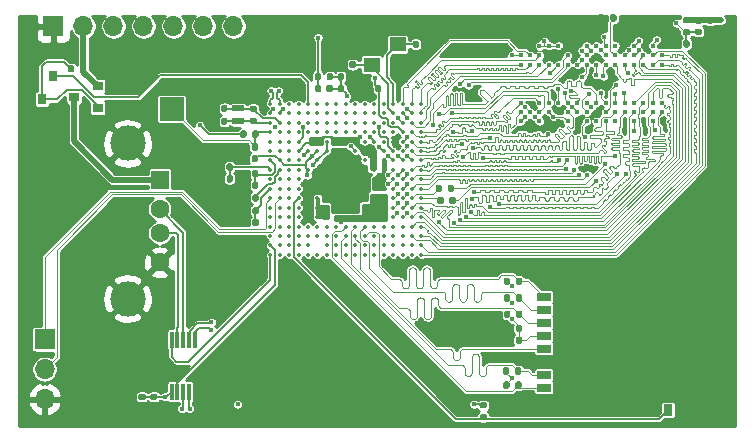
<source format=gbr>
%TF.GenerationSoftware,KiCad,Pcbnew,5.1.10-1.fc33*%
%TF.CreationDate,2021-08-29T12:40:12-07:00*%
%TF.ProjectId,hardware,68617264-7761-4726-952e-6b696361645f,rev?*%
%TF.SameCoordinates,Original*%
%TF.FileFunction,Copper,L1,Top*%
%TF.FilePolarity,Positive*%
%FSLAX46Y46*%
G04 Gerber Fmt 4.6, Leading zero omitted, Abs format (unit mm)*
G04 Created by KiCad (PCBNEW 5.1.10-1.fc33) date 2021-08-29 12:40:12*
%MOMM*%
%LPD*%
G01*
G04 APERTURE LIST*
%TA.AperFunction,SMDPad,CuDef*%
%ADD10R,0.800000X0.900000*%
%TD*%
%TA.AperFunction,ComponentPad*%
%ADD11C,1.600000*%
%TD*%
%TA.AperFunction,ComponentPad*%
%ADD12R,1.500000X1.600000*%
%TD*%
%TA.AperFunction,ComponentPad*%
%ADD13C,3.000000*%
%TD*%
%TA.AperFunction,SMDPad,CuDef*%
%ADD14R,0.900000X0.800000*%
%TD*%
%TA.AperFunction,ComponentPad*%
%ADD15O,1.700000X1.700000*%
%TD*%
%TA.AperFunction,ComponentPad*%
%ADD16R,1.700000X1.700000*%
%TD*%
%TA.AperFunction,SMDPad,CuDef*%
%ADD17R,2.000000X2.000000*%
%TD*%
%TA.AperFunction,SMDPad,CuDef*%
%ADD18R,0.300000X1.400000*%
%TD*%
%TA.AperFunction,SMDPad,CuDef*%
%ADD19C,0.340000*%
%TD*%
%TA.AperFunction,SMDPad,CuDef*%
%ADD20C,0.399500*%
%TD*%
%TA.AperFunction,SMDPad,CuDef*%
%ADD21R,1.000000X0.500000*%
%TD*%
%TA.AperFunction,SMDPad,CuDef*%
%ADD22R,1.400000X1.200000*%
%TD*%
%TA.AperFunction,SMDPad,CuDef*%
%ADD23R,1.900000X1.300000*%
%TD*%
%TA.AperFunction,SMDPad,CuDef*%
%ADD24R,2.800000X1.000000*%
%TD*%
%TA.AperFunction,SMDPad,CuDef*%
%ADD25R,0.800000X1.000000*%
%TD*%
%TA.AperFunction,SMDPad,CuDef*%
%ADD26R,1.200000X1.000000*%
%TD*%
%TA.AperFunction,SMDPad,CuDef*%
%ADD27R,1.200000X0.700000*%
%TD*%
%TA.AperFunction,ViaPad*%
%ADD28C,0.400000*%
%TD*%
%TA.AperFunction,Conductor*%
%ADD29C,0.100000*%
%TD*%
%TA.AperFunction,Conductor*%
%ADD30C,0.150000*%
%TD*%
%TA.AperFunction,Conductor*%
%ADD31C,0.500000*%
%TD*%
%TA.AperFunction,Conductor*%
%ADD32C,0.200000*%
%TD*%
%TA.AperFunction,Conductor*%
%ADD33C,0.254000*%
%TD*%
G04 APERTURE END LIST*
D10*
%TO.P,Q2,3*%
%TO.N,Net-(Q1-Pad1)*%
X89000000Y-102200000D03*
%TO.P,Q2,2*%
%TO.N,GND*%
X88050000Y-100200000D03*
%TO.P,Q2,1*%
%TO.N,/gpio/VBUS_~EN*%
X89950000Y-100200000D03*
%TD*%
D11*
%TO.P,J2,4*%
%TO.N,GND*%
X99000000Y-116000000D03*
%TO.P,J2,3*%
%TO.N,/gpio/MUX1-USB1-DP*%
X99000000Y-113500000D03*
%TO.P,J2,2*%
%TO.N,/gpio/MUX1-USB1-DN*%
X99000000Y-111500000D03*
D12*
%TO.P,J2,1*%
%TO.N,Net-(J2-Pad1)*%
X99000000Y-109000000D03*
D13*
%TO.P,J2,5*%
%TO.N,GND*%
X96290000Y-119070000D03*
X96290000Y-105930000D03*
%TD*%
D14*
%TO.P,Q1,3*%
%TO.N,Net-(J2-Pad1)*%
X91750000Y-102000000D03*
%TO.P,Q1,2*%
%TO.N,+5V*%
X93750000Y-101050000D03*
%TO.P,Q1,1*%
%TO.N,Net-(Q1-Pad1)*%
X93750000Y-102950000D03*
%TD*%
D15*
%TO.P,J4,3*%
%TO.N,GND*%
X89250000Y-127580000D03*
%TO.P,J4,2*%
%TO.N,/gpio/UART0_RX*%
X89250000Y-125040000D03*
D16*
%TO.P,J4,1*%
%TO.N,/gpio/UART0_TX*%
X89250000Y-122500000D03*
%TD*%
%TO.P,R25,2*%
%TO.N,/gpio/SD_DET*%
%TA.AperFunction,SMDPad,CuDef*%
G36*
G01*
X126215000Y-128840000D02*
X126585000Y-128840000D01*
G75*
G02*
X126720000Y-128975000I0J-135000D01*
G01*
X126720000Y-129245000D01*
G75*
G02*
X126585000Y-129380000I-135000J0D01*
G01*
X126215000Y-129380000D01*
G75*
G02*
X126080000Y-129245000I0J135000D01*
G01*
X126080000Y-128975000D01*
G75*
G02*
X126215000Y-128840000I135000J0D01*
G01*
G37*
%TD.AperFunction*%
%TO.P,R25,1*%
%TO.N,+3V3*%
%TA.AperFunction,SMDPad,CuDef*%
G36*
G01*
X126215000Y-127820000D02*
X126585000Y-127820000D01*
G75*
G02*
X126720000Y-127955000I0J-135000D01*
G01*
X126720000Y-128225000D01*
G75*
G02*
X126585000Y-128360000I-135000J0D01*
G01*
X126215000Y-128360000D01*
G75*
G02*
X126080000Y-128225000I0J135000D01*
G01*
X126080000Y-127955000D01*
G75*
G02*
X126215000Y-127820000I135000J0D01*
G01*
G37*
%TD.AperFunction*%
%TD*%
%TO.P,R21,2*%
%TO.N,/gpio/SD_DAT3*%
%TA.AperFunction,SMDPad,CuDef*%
G36*
G01*
X129146900Y-119185000D02*
X129146900Y-118815000D01*
G75*
G02*
X129281900Y-118680000I135000J0D01*
G01*
X129551900Y-118680000D01*
G75*
G02*
X129686900Y-118815000I0J-135000D01*
G01*
X129686900Y-119185000D01*
G75*
G02*
X129551900Y-119320000I-135000J0D01*
G01*
X129281900Y-119320000D01*
G75*
G02*
X129146900Y-119185000I0J135000D01*
G01*
G37*
%TD.AperFunction*%
%TO.P,R21,1*%
%TO.N,+3V3*%
%TA.AperFunction,SMDPad,CuDef*%
G36*
G01*
X128126900Y-119185000D02*
X128126900Y-118815000D01*
G75*
G02*
X128261900Y-118680000I135000J0D01*
G01*
X128531900Y-118680000D01*
G75*
G02*
X128666900Y-118815000I0J-135000D01*
G01*
X128666900Y-119185000D01*
G75*
G02*
X128531900Y-119320000I-135000J0D01*
G01*
X128261900Y-119320000D01*
G75*
G02*
X128126900Y-119185000I0J135000D01*
G01*
G37*
%TD.AperFunction*%
%TD*%
D17*
%TO.P,TP1,1*%
%TO.N,/gpio/RESET*%
X100000000Y-103000000D03*
%TD*%
%TO.P,R7,2*%
%TO.N,Net-(Q1-Pad1)*%
%TA.AperFunction,SMDPad,CuDef*%
G36*
G01*
X91760000Y-99415000D02*
X91760000Y-99785000D01*
G75*
G02*
X91625000Y-99920000I-135000J0D01*
G01*
X91355000Y-99920000D01*
G75*
G02*
X91220000Y-99785000I0J135000D01*
G01*
X91220000Y-99415000D01*
G75*
G02*
X91355000Y-99280000I135000J0D01*
G01*
X91625000Y-99280000D01*
G75*
G02*
X91760000Y-99415000I0J-135000D01*
G01*
G37*
%TD.AperFunction*%
%TO.P,R7,1*%
%TO.N,+5V*%
%TA.AperFunction,SMDPad,CuDef*%
G36*
G01*
X92780000Y-99415000D02*
X92780000Y-99785000D01*
G75*
G02*
X92645000Y-99920000I-135000J0D01*
G01*
X92375000Y-99920000D01*
G75*
G02*
X92240000Y-99785000I0J135000D01*
G01*
X92240000Y-99415000D01*
G75*
G02*
X92375000Y-99280000I135000J0D01*
G01*
X92645000Y-99280000D01*
G75*
G02*
X92780000Y-99415000I0J-135000D01*
G01*
G37*
%TD.AperFunction*%
%TD*%
D15*
%TO.P,J3,7*%
%TO.N,+1V35*%
X105240000Y-96000000D03*
%TO.P,J3,6*%
%TO.N,+2V5*%
X102700000Y-96000000D03*
%TO.P,J3,5*%
%TO.N,+1V1*%
X100160000Y-96000000D03*
%TO.P,J3,4*%
%TO.N,+3V0*%
X97620000Y-96000000D03*
%TO.P,J3,3*%
%TO.N,+3V3*%
X95080000Y-96000000D03*
%TO.P,J3,2*%
%TO.N,+5V*%
X92540000Y-96000000D03*
D16*
%TO.P,J3,1*%
%TO.N,GND*%
X90000000Y-96000000D03*
%TD*%
%TO.P,C11,2*%
%TO.N,GND*%
%TA.AperFunction,SMDPad,CuDef*%
G36*
G01*
X98670000Y-126700000D02*
X98330000Y-126700000D01*
G75*
G02*
X98190000Y-126560000I0J140000D01*
G01*
X98190000Y-126280000D01*
G75*
G02*
X98330000Y-126140000I140000J0D01*
G01*
X98670000Y-126140000D01*
G75*
G02*
X98810000Y-126280000I0J-140000D01*
G01*
X98810000Y-126560000D01*
G75*
G02*
X98670000Y-126700000I-140000J0D01*
G01*
G37*
%TD.AperFunction*%
%TO.P,C11,1*%
%TO.N,+3V3*%
%TA.AperFunction,SMDPad,CuDef*%
G36*
G01*
X98670000Y-127660000D02*
X98330000Y-127660000D01*
G75*
G02*
X98190000Y-127520000I0J140000D01*
G01*
X98190000Y-127240000D01*
G75*
G02*
X98330000Y-127100000I140000J0D01*
G01*
X98670000Y-127100000D01*
G75*
G02*
X98810000Y-127240000I0J-140000D01*
G01*
X98810000Y-127520000D01*
G75*
G02*
X98670000Y-127660000I-140000J0D01*
G01*
G37*
%TD.AperFunction*%
%TD*%
%TO.P,C10,2*%
%TO.N,GND*%
%TA.AperFunction,SMDPad,CuDef*%
G36*
G01*
X97670000Y-126700000D02*
X97330000Y-126700000D01*
G75*
G02*
X97190000Y-126560000I0J140000D01*
G01*
X97190000Y-126280000D01*
G75*
G02*
X97330000Y-126140000I140000J0D01*
G01*
X97670000Y-126140000D01*
G75*
G02*
X97810000Y-126280000I0J-140000D01*
G01*
X97810000Y-126560000D01*
G75*
G02*
X97670000Y-126700000I-140000J0D01*
G01*
G37*
%TD.AperFunction*%
%TO.P,C10,1*%
%TO.N,+3V3*%
%TA.AperFunction,SMDPad,CuDef*%
G36*
G01*
X97670000Y-127660000D02*
X97330000Y-127660000D01*
G75*
G02*
X97190000Y-127520000I0J140000D01*
G01*
X97190000Y-127240000D01*
G75*
G02*
X97330000Y-127100000I140000J0D01*
G01*
X97670000Y-127100000D01*
G75*
G02*
X97810000Y-127240000I0J-140000D01*
G01*
X97810000Y-127520000D01*
G75*
G02*
X97670000Y-127660000I-140000J0D01*
G01*
G37*
%TD.AperFunction*%
%TD*%
D18*
%TO.P,U3,10*%
%TO.N,/gpio/MUX_~OE*%
X100000000Y-122550000D03*
%TO.P,U3,9*%
%TO.N,/gpio/MUX1-USB1-DP*%
X100500000Y-122550000D03*
%TO.P,U3,8*%
%TO.N,/gpio/MUX1-USB1-DN*%
X101000000Y-122550000D03*
%TO.P,U3,7*%
%TO.N,/gpio/MUX2-USB1-DP*%
X101500000Y-122550000D03*
%TO.P,U3,6*%
%TO.N,/gpio/MUX2-USB1-DN*%
X102000000Y-122550000D03*
%TO.P,U3,5*%
%TO.N,GND*%
X102000000Y-126950000D03*
%TO.P,U3,4*%
%TO.N,/gpio/USB1-DN*%
X101500000Y-126950000D03*
%TO.P,U3,3*%
%TO.N,/gpio/USB1-DP*%
X101000000Y-126950000D03*
%TO.P,U3,2*%
%TO.N,/gpio/MUX_SEL*%
X100500000Y-126950000D03*
%TO.P,U3,1*%
%TO.N,+3V3*%
X100000000Y-126950000D03*
%TD*%
%TO.P,R27,2*%
%TO.N,/ram/CK*%
%TA.AperFunction,SMDPad,CuDef*%
G36*
G01*
X123531600Y-110929000D02*
X123531600Y-110559000D01*
G75*
G02*
X123666600Y-110424000I135000J0D01*
G01*
X123936600Y-110424000D01*
G75*
G02*
X124071600Y-110559000I0J-135000D01*
G01*
X124071600Y-110929000D01*
G75*
G02*
X123936600Y-111064000I-135000J0D01*
G01*
X123666600Y-111064000D01*
G75*
G02*
X123531600Y-110929000I0J135000D01*
G01*
G37*
%TD.AperFunction*%
%TO.P,R27,1*%
%TO.N,Net-(R27-Pad1)*%
%TA.AperFunction,SMDPad,CuDef*%
G36*
G01*
X122511600Y-110929000D02*
X122511600Y-110559000D01*
G75*
G02*
X122646600Y-110424000I135000J0D01*
G01*
X122916600Y-110424000D01*
G75*
G02*
X123051600Y-110559000I0J-135000D01*
G01*
X123051600Y-110929000D01*
G75*
G02*
X122916600Y-111064000I-135000J0D01*
G01*
X122646600Y-111064000D01*
G75*
G02*
X122511600Y-110929000I0J135000D01*
G01*
G37*
%TD.AperFunction*%
%TD*%
D19*
%TO.P,U2,U17*%
%TO.N,/gpio/USB1-DP*%
X108357200Y-102566000D03*
%TO.P,U2,U16*%
%TO.N,/gpio/USB1-DN*%
X109157200Y-102566000D03*
%TO.P,U2,U15*%
%TO.N,N/C*%
X109957200Y-102566000D03*
%TO.P,U2,U14*%
X110757200Y-102566000D03*
%TO.P,U2,U13*%
%TO.N,/gpio/VBUS_~EN*%
X111557200Y-102566000D03*
%TO.P,U2,U12*%
%TO.N,N/C*%
X112357200Y-102566000D03*
%TO.P,U2,U11*%
X113157200Y-102566000D03*
%TO.P,U2,U10*%
X113957200Y-102566000D03*
%TO.P,U2,U9*%
X114757200Y-102566000D03*
%TO.P,U2,U8*%
X115557200Y-102566000D03*
%TO.P,U2,U7*%
X116357200Y-102566000D03*
%TO.P,U2,U6*%
X117157200Y-102566000D03*
%TO.P,U2,U5*%
X117957200Y-102566000D03*
%TO.P,U2,U4*%
%TO.N,Net-(C97-Pad1)*%
X118757200Y-102566000D03*
%TO.P,U2,U3*%
%TO.N,d8*%
X119557200Y-102566000D03*
%TO.P,U2,U2*%
%TO.N,d10*%
X120357200Y-102566000D03*
%TO.P,U2,U1*%
%TO.N,d9*%
X121157200Y-102566000D03*
%TO.P,U2,T17*%
%TO.N,/gpio/USB0-DP*%
X108357200Y-103366000D03*
%TO.P,U2,T16*%
%TO.N,/gpio/USB0-DN*%
X109157200Y-103366000D03*
%TO.P,U2,T15*%
%TO.N,N/C*%
X109957200Y-103366000D03*
%TO.P,U2,T14*%
X110757200Y-103366000D03*
%TO.P,U2,T13*%
X111557200Y-103366000D03*
%TO.P,U2,T12*%
X112357200Y-103366000D03*
%TO.P,U2,T11*%
X113157200Y-103366000D03*
%TO.P,U2,T10*%
X113957200Y-103366000D03*
%TO.P,U2,T9*%
X114757200Y-103366000D03*
%TO.P,U2,T8*%
X115557200Y-103366000D03*
%TO.P,U2,T7*%
X116357200Y-103366000D03*
%TO.P,U2,T6*%
X117157200Y-103366000D03*
%TO.P,U2,T5*%
X117957200Y-103366000D03*
%TO.P,U2,T4*%
%TO.N,Net-(C98-Pad1)*%
X118757200Y-103366000D03*
%TO.P,U2,T3*%
%TO.N,/ram/UDM*%
X119557200Y-103366000D03*
%TO.P,U2,T2*%
%TO.N,d11*%
X120357200Y-103366000D03*
%TO.P,U2,T1*%
%TO.N,/ram/!UDQS*%
X121157200Y-103366000D03*
%TO.P,U2,R17*%
%TO.N,Net-(C95-Pad2)*%
X108357200Y-104166000D03*
%TO.P,U2,R16*%
%TO.N,Net-(C96-Pad2)*%
X109157200Y-104166000D03*
%TO.P,U2,R15*%
%TO.N,N/C*%
X109957200Y-104166000D03*
%TO.P,U2,R14*%
X110757200Y-104166000D03*
%TO.P,U2,R13*%
X111557200Y-104166000D03*
%TO.P,U2,R12*%
X112357200Y-104166000D03*
%TO.P,U2,R11*%
X113157200Y-104166000D03*
%TO.P,U2,R10*%
X113957200Y-104166000D03*
%TO.P,U2,R9*%
X114757200Y-104166000D03*
%TO.P,U2,R8*%
X115557200Y-104166000D03*
%TO.P,U2,R7*%
X116357200Y-104166000D03*
%TO.P,U2,R6*%
X117157200Y-104166000D03*
%TO.P,U2,R5*%
X117957200Y-104166000D03*
%TO.P,U2,R4*%
X118757200Y-104166000D03*
%TO.P,U2,R3*%
%TO.N,Net-(R6-Pad1)*%
X119557200Y-104166000D03*
%TO.P,U2,R2*%
%TO.N,d12*%
X120357200Y-104166000D03*
%TO.P,U2,R1*%
%TO.N,/ram/UDQS*%
X121157200Y-104166000D03*
%TO.P,U2,P17*%
%TO.N,/gpio/RESET*%
X108357200Y-104966000D03*
%TO.P,U2,P16*%
%TO.N,N/C*%
X109157200Y-104966000D03*
%TO.P,U2,P15*%
X109957200Y-104966000D03*
%TO.P,U2,P14*%
X110757200Y-104966000D03*
%TO.P,U2,P13*%
X111557200Y-104966000D03*
%TO.P,U2,P12*%
X112357200Y-104966000D03*
%TO.P,U2,P11*%
X113157200Y-104966000D03*
%TO.P,U2,P10*%
X113957200Y-104966000D03*
%TO.P,U2,P9*%
X114757200Y-104966000D03*
%TO.P,U2,P8*%
X115557200Y-104966000D03*
%TO.P,U2,P7*%
X116357200Y-104966000D03*
%TO.P,U2,P6*%
X117157200Y-104966000D03*
%TO.P,U2,P5*%
X117957200Y-104966000D03*
%TO.P,U2,P4*%
X118757200Y-104966000D03*
%TO.P,U2,P3*%
%TO.N,+2V5*%
X119557200Y-104966000D03*
%TO.P,U2,P2*%
%TO.N,d15*%
X120357200Y-104966000D03*
%TO.P,U2,P1*%
%TO.N,d14*%
X121157200Y-104966000D03*
%TO.P,U2,N17*%
%TO.N,N/C*%
X108357200Y-105766000D03*
%TO.P,U2,N16*%
X109157200Y-105766000D03*
%TO.P,U2,N15*%
X109957200Y-105766000D03*
%TO.P,U2,N14*%
%TO.N,Net-(R30-Pad1)*%
X110757200Y-105766000D03*
%TO.P,U2,N12*%
%TO.N,+1V1*%
X112357200Y-105766000D03*
%TO.P,U2,N11*%
%TO.N,+3V3*%
X113157200Y-105766000D03*
%TO.P,U2,N10*%
%TO.N,+1V1*%
X113957200Y-105766000D03*
%TO.P,U2,N9*%
X114757200Y-105766000D03*
%TO.P,U2,N8*%
X115557200Y-105766000D03*
%TO.P,U2,N7*%
%TO.N,N/C*%
X116357200Y-105766000D03*
%TO.P,U2,N6*%
%TO.N,+3V3*%
X117157200Y-105766000D03*
%TO.P,U2,N5*%
%TO.N,N/C*%
X117957200Y-105766000D03*
%TO.P,U2,N4*%
%TO.N,GND*%
X118757200Y-105766000D03*
%TO.P,U2,N3*%
%TO.N,/ram/!CS*%
X119557200Y-105766000D03*
%TO.P,U2,N2*%
%TO.N,/ram/LDM*%
X120357200Y-105766000D03*
%TO.P,U2,N1*%
%TO.N,d13*%
X121157200Y-105766000D03*
%TO.P,U2,M17*%
%TO.N,N/C*%
X108357200Y-106566000D03*
%TO.P,U2,M16*%
X109157200Y-106566000D03*
%TO.P,U2,M15*%
X109957200Y-106566000D03*
%TO.P,U2,M14*%
%TO.N,+1V1*%
X110757200Y-106566000D03*
%TO.P,U2,M13*%
%TO.N,Net-(C99-Pad1)*%
X111557200Y-106566000D03*
%TO.P,U2,M12*%
%TO.N,+3V0*%
X112357200Y-106566000D03*
%TO.P,U2,M11*%
%TO.N,+3V3*%
X113157200Y-106566000D03*
%TO.P,U2,M10*%
%TO.N,GND*%
X113957200Y-106566000D03*
%TO.P,U2,M9*%
X114757200Y-106566000D03*
%TO.P,U2,M8*%
%TO.N,/VCC-EFUSE*%
X115557200Y-106566000D03*
%TO.P,U2,M7*%
%TO.N,+1V1*%
X116357200Y-106566000D03*
%TO.P,U2,M6*%
X117157200Y-106566000D03*
%TO.P,U2,M5*%
%TO.N,+3V0*%
X117957200Y-106566000D03*
%TO.P,U2,M4*%
%TO.N,/DVREF*%
X118757200Y-106566000D03*
%TO.P,U2,M3*%
%TO.N,/ram/!CAS*%
X119557200Y-106566000D03*
%TO.P,U2,M2*%
%TO.N,d1*%
X120357200Y-106566000D03*
%TO.P,U2,M1*%
%TO.N,d0*%
X121157200Y-106566000D03*
%TO.P,U2,L17*%
%TO.N,Net-(C103-Pad1)*%
X108357200Y-107366000D03*
%TO.P,U2,L16*%
%TO.N,+3V0*%
X109157200Y-107366000D03*
%TO.P,U2,L15*%
%TO.N,N/C*%
X109957200Y-107366000D03*
%TO.P,U2,L14*%
X110757200Y-107366000D03*
%TO.P,U2,L12*%
%TO.N,+3V3*%
X112357200Y-107366000D03*
%TO.P,U2,L11*%
%TO.N,GND*%
X113157200Y-107366000D03*
%TO.P,U2,L10*%
X113957200Y-107366000D03*
%TO.P,U2,L9*%
X114757200Y-107366000D03*
%TO.P,U2,L8*%
X115557200Y-107366000D03*
%TO.P,U2,L7*%
%TO.N,N/C*%
X116357200Y-107366000D03*
%TO.P,U2,L6*%
%TO.N,+1V1*%
X117157200Y-107366000D03*
%TO.P,U2,L5*%
%TO.N,+1V35*%
X117957200Y-107366000D03*
%TO.P,U2,L4*%
%TO.N,/ram/!RAS*%
X118757200Y-107366000D03*
%TO.P,U2,L3*%
%TO.N,/ram/ODT*%
X119557200Y-107366000D03*
%TO.P,U2,L2*%
%TO.N,d3*%
X120357200Y-107366000D03*
%TO.P,U2,L1*%
%TO.N,d2*%
X121157200Y-107366000D03*
%TO.P,U2,K17*%
%TO.N,Net-(C102-Pad1)*%
X108357200Y-108166000D03*
%TO.P,U2,K16*%
%TO.N,Net-(C101-Pad1)*%
X109157200Y-108166000D03*
%TO.P,U2,K15*%
%TO.N,N/C*%
X109957200Y-108166000D03*
%TO.P,U2,K14*%
X110757200Y-108166000D03*
%TO.P,U2,K13*%
%TO.N,+3V0*%
X111557200Y-108166000D03*
%TO.P,U2,K12*%
%TO.N,GND*%
X112357200Y-108166000D03*
%TO.P,U2,K11*%
X113157200Y-108166000D03*
%TO.P,U2,K10*%
X113957200Y-108166000D03*
%TO.P,U2,K9*%
X114757200Y-108166000D03*
%TO.P,U2,K8*%
X115557200Y-108166000D03*
%TO.P,U2,K7*%
X116357200Y-108166000D03*
%TO.P,U2,K6*%
%TO.N,+1V1*%
X117157200Y-108166000D03*
%TO.P,U2,K5*%
%TO.N,+1V35*%
X117957200Y-108166000D03*
%TO.P,U2,K4*%
%TO.N,dba1*%
X118757200Y-108166000D03*
%TO.P,U2,K3*%
%TO.N,/ram/!WE*%
X119557200Y-108166000D03*
%TO.P,U2,K2*%
%TO.N,/ram/LDQS*%
X120357200Y-108166000D03*
%TO.P,U2,K1*%
%TO.N,/ram/!LDQS*%
X121157200Y-108166000D03*
%TO.P,U2,J17*%
%TO.N,N/C*%
X108357200Y-108966000D03*
%TO.P,U2,J16*%
X109157200Y-108966000D03*
%TO.P,U2,J15*%
X109957200Y-108966000D03*
%TO.P,U2,J14*%
X110757200Y-108966000D03*
%TO.P,U2,J12*%
%TO.N,GND*%
X112357200Y-108966000D03*
%TO.P,U2,J11*%
X113157200Y-108966000D03*
%TO.P,U2,J10*%
X113957200Y-108966000D03*
%TO.P,U2,J9*%
X114757200Y-108966000D03*
%TO.P,U2,J8*%
X115557200Y-108966000D03*
%TO.P,U2,J7*%
X116357200Y-108966000D03*
%TO.P,U2,J6*%
%TO.N,+1V35*%
X117157200Y-108966000D03*
%TO.P,U2,J5*%
X117957200Y-108966000D03*
%TO.P,U2,J4*%
%TO.N,/ram/!CKE*%
X118757200Y-108966000D03*
%TO.P,U2,J3*%
%TO.N,dba0*%
X119557200Y-108966000D03*
%TO.P,U2,J2*%
%TO.N,d6*%
X120357200Y-108966000D03*
%TO.P,U2,J1*%
%TO.N,d5*%
X121157200Y-108966000D03*
%TO.P,U2,H17*%
%TO.N,/HPVCCBP*%
X108357200Y-109766000D03*
%TO.P,U2,H16*%
%TO.N,N/C*%
X109157200Y-109766000D03*
%TO.P,U2,H15*%
X109957200Y-109766000D03*
%TO.P,U2,H14*%
X110757200Y-109766000D03*
%TO.P,U2,H13*%
%TO.N,GND*%
X111557200Y-109766000D03*
%TO.P,U2,H12*%
X112357200Y-109766000D03*
%TO.P,U2,H11*%
X113157200Y-109766000D03*
%TO.P,U2,H10*%
X113957200Y-109766000D03*
%TO.P,U2,H9*%
X114757200Y-109766000D03*
%TO.P,U2,H8*%
X115557200Y-109766000D03*
%TO.P,U2,H7*%
X116357200Y-109766000D03*
%TO.P,U2,H6*%
%TO.N,+1V35*%
X117157200Y-109766000D03*
%TO.P,U2,H5*%
X117957200Y-109766000D03*
%TO.P,U2,H4*%
%TO.N,dba2*%
X118757200Y-109766000D03*
%TO.P,U2,H3*%
%TO.N,adr3*%
X119557200Y-109766000D03*
%TO.P,U2,H2*%
%TO.N,d7*%
X120357200Y-109766000D03*
%TO.P,U2,H1*%
%TO.N,d4*%
X121157200Y-109766000D03*
%TO.P,U2,G17*%
%TO.N,/gpio/UART0_TX*%
X108357200Y-110566000D03*
%TO.P,U2,G16*%
%TO.N,/gpio/UART0_RX*%
X109157200Y-110566000D03*
%TO.P,U2,G15*%
%TO.N,N/C*%
X109957200Y-110566000D03*
%TO.P,U2,G14*%
%TO.N,/gpio/SD_DET*%
X110757200Y-110566000D03*
%TO.P,U2,G12*%
%TO.N,+3V3*%
X112357200Y-110566000D03*
%TO.P,U2,G11*%
%TO.N,GND*%
X113157200Y-110566000D03*
%TO.P,U2,G10*%
X113957200Y-110566000D03*
%TO.P,U2,G9*%
X114757200Y-110566000D03*
%TO.P,U2,G8*%
X115557200Y-110566000D03*
%TO.P,U2,G7*%
X116357200Y-110566000D03*
%TO.P,U2,G6*%
%TO.N,+1V1*%
X117157200Y-110566000D03*
%TO.P,U2,G5*%
X117957200Y-110566000D03*
%TO.P,U2,G4*%
%TO.N,adr7*%
X118757200Y-110566000D03*
%TO.P,U2,G3*%
%TO.N,/ram/!RST*%
X119557200Y-110566000D03*
%TO.P,U2,G2*%
%TO.N,Net-(R28-Pad1)*%
X120357200Y-110566000D03*
%TO.P,U2,G1*%
%TO.N,Net-(R27-Pad1)*%
X121157200Y-110566000D03*
%TO.P,U2,F17*%
%TO.N,N/C*%
X108357200Y-111366000D03*
%TO.P,U2,F16*%
X109157200Y-111366000D03*
%TO.P,U2,F15*%
X109957200Y-111366000D03*
%TO.P,U2,F14*%
X110757200Y-111366000D03*
%TO.P,U2,F12*%
%TO.N,+3V3*%
X112357200Y-111366000D03*
%TO.P,U2,F11*%
X113157200Y-111366000D03*
%TO.P,U2,F10*%
%TO.N,GND*%
X113957200Y-111366000D03*
%TO.P,U2,F9*%
X114757200Y-111366000D03*
%TO.P,U2,F8*%
X115557200Y-111366000D03*
%TO.P,U2,F7*%
%TO.N,+1V1*%
X116357200Y-111366000D03*
%TO.P,U2,F6*%
X117157200Y-111366000D03*
%TO.P,U2,F5*%
X117957200Y-111366000D03*
%TO.P,U2,F4*%
%TO.N,adr9*%
X118757200Y-111366000D03*
%TO.P,U2,F3*%
%TO.N,adr13*%
X119557200Y-111366000D03*
%TO.P,U2,F2*%
%TO.N,adr2*%
X120357200Y-111366000D03*
%TO.P,U2,F1*%
%TO.N,adr5*%
X121157200Y-111366000D03*
%TO.P,U2,E17*%
%TO.N,N/C*%
X108357200Y-112166000D03*
%TO.P,U2,E16*%
X109157200Y-112166000D03*
%TO.P,U2,E15*%
X109957200Y-112166000D03*
%TO.P,U2,E14*%
X110757200Y-112166000D03*
%TO.P,U2,E12*%
%TO.N,+3V3*%
X112357200Y-112166000D03*
%TO.P,U2,E11*%
X113157200Y-112166000D03*
%TO.P,U2,E10*%
%TO.N,+1V1*%
X113957200Y-112166000D03*
%TO.P,U2,E9*%
X114757200Y-112166000D03*
%TO.P,U2,E8*%
X115557200Y-112166000D03*
%TO.P,U2,E7*%
X116357200Y-112166000D03*
%TO.P,U2,E6*%
X117157200Y-112166000D03*
%TO.P,U2,E5*%
X117957200Y-112166000D03*
%TO.P,U2,E4*%
%TO.N,adr0*%
X118757200Y-112166000D03*
%TO.P,U2,E3*%
%TO.N,adr15*%
X119557200Y-112166000D03*
%TO.P,U2,E2*%
%TO.N,adr10*%
X120357200Y-112166000D03*
%TO.P,U2,E1*%
%TO.N,adr12*%
X121157200Y-112166000D03*
%TO.P,U2,D17*%
%TO.N,N/C*%
X108357200Y-112966000D03*
%TO.P,U2,D16*%
X109157200Y-112966000D03*
%TO.P,U2,D15*%
X109957200Y-112966000D03*
%TO.P,U2,D14*%
X110757200Y-112966000D03*
%TO.P,U2,D13*%
X111557200Y-112966000D03*
%TO.P,U2,D12*%
X112357200Y-112966000D03*
%TO.P,U2,D11*%
X113157200Y-112966000D03*
%TO.P,U2,D10*%
X113957200Y-112966000D03*
%TO.P,U2,D9*%
%TO.N,/gpio/SD_DAT1*%
X114757200Y-112966000D03*
%TO.P,U2,D8*%
%TO.N,/gpio/SD_CLK*%
X115557200Y-112966000D03*
%TO.P,U2,D7*%
%TO.N,/gpio/SD_DAT3*%
X116357200Y-112966000D03*
%TO.P,U2,D6*%
%TO.N,N/C*%
X117157200Y-112966000D03*
%TO.P,U2,D5*%
X117957200Y-112966000D03*
%TO.P,U2,D4*%
X118757200Y-112966000D03*
%TO.P,U2,D3*%
X119557200Y-112966000D03*
%TO.P,U2,D2*%
%TO.N,adr4*%
X120357200Y-112966000D03*
%TO.P,U2,D1*%
%TO.N,adr1*%
X121157200Y-112966000D03*
%TO.P,U2,C17*%
%TO.N,N/C*%
X108357200Y-113766000D03*
%TO.P,U2,C16*%
X109157200Y-113766000D03*
%TO.P,U2,C15*%
X109957200Y-113766000D03*
%TO.P,U2,C14*%
X110757200Y-113766000D03*
%TO.P,U2,C13*%
X111557200Y-113766000D03*
%TO.P,U2,C12*%
X112357200Y-113766000D03*
%TO.P,U2,C11*%
X113157200Y-113766000D03*
%TO.P,U2,C10*%
X113957200Y-113766000D03*
%TO.P,U2,C9*%
%TO.N,/gpio/SD_DAT0*%
X114757200Y-113766000D03*
%TO.P,U2,C8*%
%TO.N,/gpio/SD_CMD*%
X115557200Y-113766000D03*
%TO.P,U2,C7*%
%TO.N,/gpio/SD_DAT2*%
X116357200Y-113766000D03*
%TO.P,U2,C6*%
%TO.N,N/C*%
X117157200Y-113766000D03*
%TO.P,U2,C5*%
X117957200Y-113766000D03*
%TO.P,U2,C4*%
X118757200Y-113766000D03*
%TO.P,U2,C3*%
X119557200Y-113766000D03*
%TO.P,U2,C2*%
%TO.N,adr11*%
X120357200Y-113766000D03*
%TO.P,U2,C1*%
%TO.N,adr14*%
X121157200Y-113766000D03*
%TO.P,U2,B17*%
%TO.N,/gpio/MUX_SEL*%
X108357200Y-114566000D03*
%TO.P,U2,B16*%
%TO.N,N/C*%
X109157200Y-114566000D03*
%TO.P,U2,B15*%
X109957200Y-114566000D03*
%TO.P,U2,B14*%
X110757200Y-114566000D03*
%TO.P,U2,B13*%
X111557200Y-114566000D03*
%TO.P,U2,B11*%
X113157200Y-114566000D03*
%TO.P,U2,B10*%
X113957200Y-114566000D03*
%TO.P,U2,B9*%
X114757200Y-114566000D03*
%TO.P,U2,B8*%
X115557200Y-114566000D03*
%TO.P,U2,B7*%
X116357200Y-114566000D03*
%TO.P,U2,B6*%
X117157200Y-114566000D03*
%TO.P,U2,B5*%
X117957200Y-114566000D03*
%TO.P,U2,B4*%
X118757200Y-114566000D03*
%TO.P,U2,B3*%
X119557200Y-114566000D03*
%TO.P,U2,B2*%
X120357200Y-114566000D03*
%TO.P,U2,B1*%
%TO.N,adr8*%
X121157200Y-114566000D03*
%TO.P,U2,A17*%
%TO.N,/gpio/MUX_~OE*%
X108357200Y-115366000D03*
%TO.P,U2,A16*%
%TO.N,N/C*%
X109157200Y-115366000D03*
%TO.P,U2,A15*%
X109957200Y-115366000D03*
%TO.P,U2,A14*%
X110757200Y-115366000D03*
%TO.P,U2,A13*%
X111557200Y-115366000D03*
%TO.P,U2,A12*%
X112357200Y-115366000D03*
%TO.P,U2,A11*%
X113157200Y-115366000D03*
%TO.P,U2,A10*%
X113957200Y-115366000D03*
%TO.P,U2,A9*%
X114757200Y-115366000D03*
%TO.P,U2,A8*%
X115557200Y-115366000D03*
%TO.P,U2,A7*%
X116357200Y-115366000D03*
%TO.P,U2,A6*%
X117157200Y-115366000D03*
%TO.P,U2,A5*%
X117957200Y-115366000D03*
%TO.P,U2,A4*%
X118757200Y-115366000D03*
%TO.P,U2,A3*%
X119557200Y-115366000D03*
%TO.P,U2,A2*%
X120357200Y-115366000D03*
%TO.P,U2,A1*%
%TO.N,adr6*%
X121157200Y-115366000D03*
%TD*%
D20*
%TO.P,U1,T9*%
%TO.N,GND*%
X141553200Y-97663200D03*
%TO.P,U1,T8*%
%TO.N,adr8*%
X141553200Y-98463200D03*
%TO.P,U1,T7*%
%TO.N,adr14*%
X141553200Y-99263200D03*
%TO.P,U1,T3*%
%TO.N,adr13*%
X141553200Y-102463200D03*
%TO.P,U1,T2*%
%TO.N,/ram/!RST*%
X141553200Y-103263200D03*
%TO.P,U1,T1*%
%TO.N,GND*%
X141553200Y-104063200D03*
%TO.P,U1,R9*%
%TO.N,+1V35*%
X140753200Y-97663200D03*
%TO.P,U1,R8*%
%TO.N,adr6*%
X140753200Y-98463200D03*
%TO.P,U1,R7*%
%TO.N,adr11*%
X140753200Y-99263200D03*
%TO.P,U1,R3*%
%TO.N,adr9*%
X140753200Y-102463200D03*
%TO.P,U1,R2*%
%TO.N,adr7*%
X140753200Y-103263200D03*
%TO.P,U1,R1*%
%TO.N,+1V35*%
X140753200Y-104063200D03*
%TO.P,U1,P9*%
%TO.N,GND*%
X139953200Y-97663200D03*
%TO.P,U1,P8*%
%TO.N,adr4*%
X139953200Y-98463200D03*
%TO.P,U1,P7*%
%TO.N,adr1*%
X139953200Y-99263200D03*
%TO.P,U1,P3*%
%TO.N,adr2*%
X139953200Y-102463200D03*
%TO.P,U1,P2*%
%TO.N,adr5*%
X139953200Y-103263200D03*
%TO.P,U1,P1*%
%TO.N,GND*%
X139953200Y-104063200D03*
%TO.P,U1,N9*%
%TO.N,+1V35*%
X139153200Y-97663200D03*
%TO.P,U1,N8*%
%TO.N,dba1*%
X139153200Y-98463200D03*
%TO.P,U1,N7*%
%TO.N,adr12*%
X139153200Y-99263200D03*
%TO.P,U1,N3*%
%TO.N,adr0*%
X139153200Y-102463200D03*
%TO.P,U1,N2*%
%TO.N,adr3*%
X139153200Y-103263200D03*
%TO.P,U1,N1*%
%TO.N,+1V35*%
X139153200Y-104063200D03*
%TO.P,U1,M9*%
%TO.N,GND*%
X138353200Y-97663200D03*
%TO.P,U1,M8*%
%TO.N,Net-(C1-Pad2)*%
X138353200Y-98463200D03*
%TO.P,U1,M7*%
%TO.N,adr15*%
X138353200Y-99263200D03*
%TO.P,U1,M3*%
%TO.N,dba2*%
X138353200Y-102463200D03*
%TO.P,U1,M2*%
%TO.N,dba0*%
X138353200Y-103263200D03*
%TO.P,U1,M1*%
%TO.N,GND*%
X138353200Y-104063200D03*
%TO.P,U1,L9*%
%TO.N,N/C*%
X137553200Y-97663200D03*
%TO.P,U1,L8*%
%TO.N,Net-(R3-Pad2)*%
X137553200Y-98463200D03*
%TO.P,U1,L7*%
%TO.N,adr10*%
X137553200Y-99263200D03*
%TO.P,U1,L3*%
%TO.N,/ram/!WE*%
X137553200Y-102463200D03*
%TO.P,U1,L2*%
%TO.N,/ram/!CS*%
X137553200Y-103263200D03*
%TO.P,U1,L1*%
%TO.N,N/C*%
X137553200Y-104063200D03*
%TO.P,U1,K9*%
%TO.N,/ram/!CKE*%
X136753200Y-97663200D03*
%TO.P,U1,K8*%
%TO.N,+1V35*%
X136753200Y-98463200D03*
%TO.P,U1,K7*%
%TO.N,/ram/!CK*%
X136753200Y-99263200D03*
%TO.P,U1,K3*%
%TO.N,/ram/!CAS*%
X136753200Y-102463200D03*
%TO.P,U1,K2*%
%TO.N,+1V35*%
X136753200Y-103263200D03*
%TO.P,U1,K1*%
%TO.N,/ram/ODT*%
X136753200Y-104063200D03*
%TO.P,U1,J9*%
%TO.N,N/C*%
X135953200Y-97663200D03*
%TO.P,U1,J8*%
%TO.N,GND*%
X135953200Y-98463200D03*
%TO.P,U1,J7*%
%TO.N,/ram/CK*%
X135953200Y-99263200D03*
%TO.P,U1,J3*%
%TO.N,/ram/!RAS*%
X135953200Y-102463200D03*
%TO.P,U1,J2*%
%TO.N,GND*%
X135953200Y-103263200D03*
%TO.P,U1,J1*%
%TO.N,N/C*%
X135953200Y-104063200D03*
%TO.P,U1,H9*%
%TO.N,+1V35*%
X135153200Y-97663200D03*
%TO.P,U1,H8*%
%TO.N,d5*%
X135153200Y-98463200D03*
%TO.P,U1,H7*%
%TO.N,d7*%
X135153200Y-99263200D03*
%TO.P,U1,H3*%
%TO.N,d4*%
X135153200Y-102463200D03*
%TO.P,U1,H2*%
%TO.N,+1V35*%
X135153200Y-103263200D03*
%TO.P,U1,H1*%
%TO.N,Net-(C1-Pad2)*%
X135153200Y-104063200D03*
%TO.P,U1,G9*%
%TO.N,GND*%
X134353200Y-97663200D03*
%TO.P,U1,G8*%
X134353200Y-98463200D03*
%TO.P,U1,G7*%
%TO.N,+1V35*%
X134353200Y-99263200D03*
%TO.P,U1,G3*%
%TO.N,/ram/!LDQS*%
X134353200Y-102463200D03*
%TO.P,U1,G2*%
%TO.N,d6*%
X134353200Y-103263200D03*
%TO.P,U1,G1*%
%TO.N,GND*%
X134353200Y-104063200D03*
%TO.P,U1,F9*%
X133553200Y-97663200D03*
%TO.P,U1,F8*%
%TO.N,d3*%
X133553200Y-98463200D03*
%TO.P,U1,F7*%
%TO.N,d1*%
X133553200Y-99263200D03*
%TO.P,U1,F3*%
%TO.N,/ram/LDQS*%
X133553200Y-102463200D03*
%TO.P,U1,F2*%
%TO.N,d2*%
X133553200Y-103263200D03*
%TO.P,U1,F1*%
%TO.N,+1V35*%
X133553200Y-104063200D03*
%TO.P,U1,E9*%
X132753200Y-97663200D03*
%TO.P,U1,E8*%
%TO.N,GND*%
X132753200Y-98463200D03*
%TO.P,U1,E7*%
%TO.N,/ram/LDM*%
X132753200Y-99263200D03*
%TO.P,U1,E3*%
%TO.N,d0*%
X132753200Y-102463200D03*
%TO.P,U1,E2*%
%TO.N,GND*%
X132753200Y-103263200D03*
%TO.P,U1,E1*%
X132753200Y-104063200D03*
%TO.P,U1,D9*%
%TO.N,+1V35*%
X131953200Y-97663200D03*
%TO.P,U1,D8*%
%TO.N,GND*%
X131953200Y-98463200D03*
%TO.P,U1,D7*%
%TO.N,d12*%
X131953200Y-99263200D03*
%TO.P,U1,D3*%
%TO.N,/ram/UDM*%
X131953200Y-102463200D03*
%TO.P,U1,D2*%
%TO.N,+1V35*%
X131953200Y-103263200D03*
%TO.P,U1,D1*%
%TO.N,GND*%
X131953200Y-104063200D03*
%TO.P,U1,C9*%
%TO.N,+1V35*%
X131153200Y-97663200D03*
%TO.P,U1,C8*%
%TO.N,d10*%
X131153200Y-98463200D03*
%TO.P,U1,C7*%
%TO.N,/ram/UDQS*%
X131153200Y-99263200D03*
%TO.P,U1,C3*%
%TO.N,d14*%
X131153200Y-102463200D03*
%TO.P,U1,C2*%
%TO.N,d11*%
X131153200Y-103263200D03*
%TO.P,U1,C1*%
%TO.N,+1V35*%
X131153200Y-104063200D03*
%TO.P,U1,B9*%
%TO.N,GND*%
X130353200Y-97663200D03*
%TO.P,U1,B8*%
%TO.N,d8*%
X130353200Y-98463200D03*
%TO.P,U1,B7*%
%TO.N,/ram/!UDQS*%
X130353200Y-99263200D03*
%TO.P,U1,B3*%
%TO.N,GND*%
X130353200Y-102463200D03*
%TO.P,U1,B2*%
%TO.N,+1V35*%
X130353200Y-103263200D03*
%TO.P,U1,B1*%
%TO.N,GND*%
X130353200Y-104063200D03*
%TO.P,U1,A9*%
X129553200Y-97663200D03*
%TO.P,U1,A8*%
%TO.N,+1V35*%
X129553200Y-98463200D03*
%TO.P,U1,A7*%
%TO.N,d9*%
X129553200Y-99263200D03*
%TO.P,U1,A3*%
%TO.N,d15*%
X129553200Y-102463200D03*
%TO.P,U1,A2*%
%TO.N,d13*%
X129553200Y-103263200D03*
%TO.P,U1,A1*%
%TO.N,+1V35*%
X129553200Y-104063200D03*
%TD*%
%TO.P,R28,2*%
%TO.N,/ram/!CK*%
%TA.AperFunction,SMDPad,CuDef*%
G36*
G01*
X123379200Y-109913000D02*
X123379200Y-109543000D01*
G75*
G02*
X123514200Y-109408000I135000J0D01*
G01*
X123784200Y-109408000D01*
G75*
G02*
X123919200Y-109543000I0J-135000D01*
G01*
X123919200Y-109913000D01*
G75*
G02*
X123784200Y-110048000I-135000J0D01*
G01*
X123514200Y-110048000D01*
G75*
G02*
X123379200Y-109913000I0J135000D01*
G01*
G37*
%TD.AperFunction*%
%TO.P,R28,1*%
%TO.N,Net-(R28-Pad1)*%
%TA.AperFunction,SMDPad,CuDef*%
G36*
G01*
X122359200Y-109913000D02*
X122359200Y-109543000D01*
G75*
G02*
X122494200Y-109408000I135000J0D01*
G01*
X122764200Y-109408000D01*
G75*
G02*
X122899200Y-109543000I0J-135000D01*
G01*
X122899200Y-109913000D01*
G75*
G02*
X122764200Y-110048000I-135000J0D01*
G01*
X122494200Y-110048000D01*
G75*
G02*
X122359200Y-109913000I0J135000D01*
G01*
G37*
%TD.AperFunction*%
%TD*%
%TO.P,C104,2*%
%TO.N,GND*%
%TA.AperFunction,SMDPad,CuDef*%
G36*
G01*
X106403800Y-108313400D02*
X106403800Y-108653400D01*
G75*
G02*
X106263800Y-108793400I-140000J0D01*
G01*
X105983800Y-108793400D01*
G75*
G02*
X105843800Y-108653400I0J140000D01*
G01*
X105843800Y-108313400D01*
G75*
G02*
X105983800Y-108173400I140000J0D01*
G01*
X106263800Y-108173400D01*
G75*
G02*
X106403800Y-108313400I0J-140000D01*
G01*
G37*
%TD.AperFunction*%
%TO.P,C104,1*%
%TO.N,Net-(C103-Pad1)*%
%TA.AperFunction,SMDPad,CuDef*%
G36*
G01*
X107363800Y-108313400D02*
X107363800Y-108653400D01*
G75*
G02*
X107223800Y-108793400I-140000J0D01*
G01*
X106943800Y-108793400D01*
G75*
G02*
X106803800Y-108653400I0J140000D01*
G01*
X106803800Y-108313400D01*
G75*
G02*
X106943800Y-108173400I140000J0D01*
G01*
X107223800Y-108173400D01*
G75*
G02*
X107363800Y-108313400I0J-140000D01*
G01*
G37*
%TD.AperFunction*%
%TD*%
%TO.P,C103,2*%
%TO.N,GND*%
%TA.AperFunction,SMDPad,CuDef*%
G36*
G01*
X106403800Y-109304000D02*
X106403800Y-109644000D01*
G75*
G02*
X106263800Y-109784000I-140000J0D01*
G01*
X105983800Y-109784000D01*
G75*
G02*
X105843800Y-109644000I0J140000D01*
G01*
X105843800Y-109304000D01*
G75*
G02*
X105983800Y-109164000I140000J0D01*
G01*
X106263800Y-109164000D01*
G75*
G02*
X106403800Y-109304000I0J-140000D01*
G01*
G37*
%TD.AperFunction*%
%TO.P,C103,1*%
%TO.N,Net-(C103-Pad1)*%
%TA.AperFunction,SMDPad,CuDef*%
G36*
G01*
X107363800Y-109304000D02*
X107363800Y-109644000D01*
G75*
G02*
X107223800Y-109784000I-140000J0D01*
G01*
X106943800Y-109784000D01*
G75*
G02*
X106803800Y-109644000I0J140000D01*
G01*
X106803800Y-109304000D01*
G75*
G02*
X106943800Y-109164000I140000J0D01*
G01*
X107223800Y-109164000D01*
G75*
G02*
X107363800Y-109304000I0J-140000D01*
G01*
G37*
%TD.AperFunction*%
%TD*%
%TO.P,C102,2*%
%TO.N,GND*%
%TA.AperFunction,SMDPad,CuDef*%
G36*
G01*
X104242260Y-107757140D02*
X104242260Y-108097140D01*
G75*
G02*
X104102260Y-108237140I-140000J0D01*
G01*
X103822260Y-108237140D01*
G75*
G02*
X103682260Y-108097140I0J140000D01*
G01*
X103682260Y-107757140D01*
G75*
G02*
X103822260Y-107617140I140000J0D01*
G01*
X104102260Y-107617140D01*
G75*
G02*
X104242260Y-107757140I0J-140000D01*
G01*
G37*
%TD.AperFunction*%
%TO.P,C102,1*%
%TO.N,Net-(C102-Pad1)*%
%TA.AperFunction,SMDPad,CuDef*%
G36*
G01*
X105202260Y-107757140D02*
X105202260Y-108097140D01*
G75*
G02*
X105062260Y-108237140I-140000J0D01*
G01*
X104782260Y-108237140D01*
G75*
G02*
X104642260Y-108097140I0J140000D01*
G01*
X104642260Y-107757140D01*
G75*
G02*
X104782260Y-107617140I140000J0D01*
G01*
X105062260Y-107617140D01*
G75*
G02*
X105202260Y-107757140I0J-140000D01*
G01*
G37*
%TD.AperFunction*%
%TD*%
%TO.P,C101,2*%
%TO.N,GND*%
%TA.AperFunction,SMDPad,CuDef*%
G36*
G01*
X106429200Y-110370800D02*
X106429200Y-110710800D01*
G75*
G02*
X106289200Y-110850800I-140000J0D01*
G01*
X106009200Y-110850800D01*
G75*
G02*
X105869200Y-110710800I0J140000D01*
G01*
X105869200Y-110370800D01*
G75*
G02*
X106009200Y-110230800I140000J0D01*
G01*
X106289200Y-110230800D01*
G75*
G02*
X106429200Y-110370800I0J-140000D01*
G01*
G37*
%TD.AperFunction*%
%TO.P,C101,1*%
%TO.N,Net-(C101-Pad1)*%
%TA.AperFunction,SMDPad,CuDef*%
G36*
G01*
X107389200Y-110370800D02*
X107389200Y-110710800D01*
G75*
G02*
X107249200Y-110850800I-140000J0D01*
G01*
X106969200Y-110850800D01*
G75*
G02*
X106829200Y-110710800I0J140000D01*
G01*
X106829200Y-110370800D01*
G75*
G02*
X106969200Y-110230800I140000J0D01*
G01*
X107249200Y-110230800D01*
G75*
G02*
X107389200Y-110370800I0J-140000D01*
G01*
G37*
%TD.AperFunction*%
%TD*%
%TO.P,C100,2*%
%TO.N,/gpio/RESET*%
%TA.AperFunction,SMDPad,CuDef*%
G36*
G01*
X106778400Y-106387720D02*
X106778400Y-106047720D01*
G75*
G02*
X106918400Y-105907720I140000J0D01*
G01*
X107198400Y-105907720D01*
G75*
G02*
X107338400Y-106047720I0J-140000D01*
G01*
X107338400Y-106387720D01*
G75*
G02*
X107198400Y-106527720I-140000J0D01*
G01*
X106918400Y-106527720D01*
G75*
G02*
X106778400Y-106387720I0J140000D01*
G01*
G37*
%TD.AperFunction*%
%TO.P,C100,1*%
%TO.N,GND*%
%TA.AperFunction,SMDPad,CuDef*%
G36*
G01*
X105818400Y-106387720D02*
X105818400Y-106047720D01*
G75*
G02*
X105958400Y-105907720I140000J0D01*
G01*
X106238400Y-105907720D01*
G75*
G02*
X106378400Y-106047720I0J-140000D01*
G01*
X106378400Y-106387720D01*
G75*
G02*
X106238400Y-106527720I-140000J0D01*
G01*
X105958400Y-106527720D01*
G75*
G02*
X105818400Y-106387720I0J140000D01*
G01*
G37*
%TD.AperFunction*%
%TD*%
%TO.P,C98,2*%
%TO.N,GND*%
%TA.AperFunction,SMDPad,CuDef*%
G36*
G01*
X114638480Y-99077960D02*
X114638480Y-99417960D01*
G75*
G02*
X114498480Y-99557960I-140000J0D01*
G01*
X114218480Y-99557960D01*
G75*
G02*
X114078480Y-99417960I0J140000D01*
G01*
X114078480Y-99077960D01*
G75*
G02*
X114218480Y-98937960I140000J0D01*
G01*
X114498480Y-98937960D01*
G75*
G02*
X114638480Y-99077960I0J-140000D01*
G01*
G37*
%TD.AperFunction*%
%TO.P,C98,1*%
%TO.N,Net-(C98-Pad1)*%
%TA.AperFunction,SMDPad,CuDef*%
G36*
G01*
X115598480Y-99077960D02*
X115598480Y-99417960D01*
G75*
G02*
X115458480Y-99557960I-140000J0D01*
G01*
X115178480Y-99557960D01*
G75*
G02*
X115038480Y-99417960I0J140000D01*
G01*
X115038480Y-99077960D01*
G75*
G02*
X115178480Y-98937960I140000J0D01*
G01*
X115458480Y-98937960D01*
G75*
G02*
X115598480Y-99077960I0J-140000D01*
G01*
G37*
%TD.AperFunction*%
%TD*%
%TO.P,C97,2*%
%TO.N,GND*%
%TA.AperFunction,SMDPad,CuDef*%
G36*
G01*
X121365680Y-97700920D02*
X121365680Y-97360920D01*
G75*
G02*
X121505680Y-97220920I140000J0D01*
G01*
X121785680Y-97220920D01*
G75*
G02*
X121925680Y-97360920I0J-140000D01*
G01*
X121925680Y-97700920D01*
G75*
G02*
X121785680Y-97840920I-140000J0D01*
G01*
X121505680Y-97840920D01*
G75*
G02*
X121365680Y-97700920I0J140000D01*
G01*
G37*
%TD.AperFunction*%
%TO.P,C97,1*%
%TO.N,Net-(C97-Pad1)*%
%TA.AperFunction,SMDPad,CuDef*%
G36*
G01*
X120405680Y-97700920D02*
X120405680Y-97360920D01*
G75*
G02*
X120545680Y-97220920I140000J0D01*
G01*
X120825680Y-97220920D01*
G75*
G02*
X120965680Y-97360920I0J-140000D01*
G01*
X120965680Y-97700920D01*
G75*
G02*
X120825680Y-97840920I-140000J0D01*
G01*
X120545680Y-97840920D01*
G75*
G02*
X120405680Y-97700920I0J140000D01*
G01*
G37*
%TD.AperFunction*%
%TD*%
%TO.P,C96,2*%
%TO.N,Net-(C96-Pad2)*%
%TA.AperFunction,SMDPad,CuDef*%
G36*
G01*
X104177440Y-103131440D02*
X104177440Y-102791440D01*
G75*
G02*
X104317440Y-102651440I140000J0D01*
G01*
X104597440Y-102651440D01*
G75*
G02*
X104737440Y-102791440I0J-140000D01*
G01*
X104737440Y-103131440D01*
G75*
G02*
X104597440Y-103271440I-140000J0D01*
G01*
X104317440Y-103271440D01*
G75*
G02*
X104177440Y-103131440I0J140000D01*
G01*
G37*
%TD.AperFunction*%
%TO.P,C96,1*%
%TO.N,GND*%
%TA.AperFunction,SMDPad,CuDef*%
G36*
G01*
X103217440Y-103131440D02*
X103217440Y-102791440D01*
G75*
G02*
X103357440Y-102651440I140000J0D01*
G01*
X103637440Y-102651440D01*
G75*
G02*
X103777440Y-102791440I0J-140000D01*
G01*
X103777440Y-103131440D01*
G75*
G02*
X103637440Y-103271440I-140000J0D01*
G01*
X103357440Y-103271440D01*
G75*
G02*
X103217440Y-103131440I0J140000D01*
G01*
G37*
%TD.AperFunction*%
%TD*%
%TO.P,C95,2*%
%TO.N,Net-(C95-Pad2)*%
%TA.AperFunction,SMDPad,CuDef*%
G36*
G01*
X104177440Y-104233800D02*
X104177440Y-103893800D01*
G75*
G02*
X104317440Y-103753800I140000J0D01*
G01*
X104597440Y-103753800D01*
G75*
G02*
X104737440Y-103893800I0J-140000D01*
G01*
X104737440Y-104233800D01*
G75*
G02*
X104597440Y-104373800I-140000J0D01*
G01*
X104317440Y-104373800D01*
G75*
G02*
X104177440Y-104233800I0J140000D01*
G01*
G37*
%TD.AperFunction*%
%TO.P,C95,1*%
%TO.N,GND*%
%TA.AperFunction,SMDPad,CuDef*%
G36*
G01*
X103217440Y-104233800D02*
X103217440Y-103893800D01*
G75*
G02*
X103357440Y-103753800I140000J0D01*
G01*
X103637440Y-103753800D01*
G75*
G02*
X103777440Y-103893800I0J-140000D01*
G01*
X103777440Y-104233800D01*
G75*
G02*
X103637440Y-104373800I-140000J0D01*
G01*
X103357440Y-104373800D01*
G75*
G02*
X103217440Y-104233800I0J140000D01*
G01*
G37*
%TD.AperFunction*%
%TD*%
%TO.P,C94,2*%
%TO.N,GND*%
%TA.AperFunction,SMDPad,CuDef*%
G36*
G01*
X128737380Y-121426060D02*
X128737380Y-121766060D01*
G75*
G02*
X128597380Y-121906060I-140000J0D01*
G01*
X128317380Y-121906060D01*
G75*
G02*
X128177380Y-121766060I0J140000D01*
G01*
X128177380Y-121426060D01*
G75*
G02*
X128317380Y-121286060I140000J0D01*
G01*
X128597380Y-121286060D01*
G75*
G02*
X128737380Y-121426060I0J-140000D01*
G01*
G37*
%TD.AperFunction*%
%TO.P,C94,1*%
%TO.N,+3V3*%
%TA.AperFunction,SMDPad,CuDef*%
G36*
G01*
X129697380Y-121426060D02*
X129697380Y-121766060D01*
G75*
G02*
X129557380Y-121906060I-140000J0D01*
G01*
X129277380Y-121906060D01*
G75*
G02*
X129137380Y-121766060I0J140000D01*
G01*
X129137380Y-121426060D01*
G75*
G02*
X129277380Y-121286060I140000J0D01*
G01*
X129557380Y-121286060D01*
G75*
G02*
X129697380Y-121426060I0J-140000D01*
G01*
G37*
%TD.AperFunction*%
%TD*%
%TO.P,C93,2*%
%TO.N,GND*%
%TA.AperFunction,SMDPad,CuDef*%
G36*
G01*
X128737380Y-122421740D02*
X128737380Y-122761740D01*
G75*
G02*
X128597380Y-122901740I-140000J0D01*
G01*
X128317380Y-122901740D01*
G75*
G02*
X128177380Y-122761740I0J140000D01*
G01*
X128177380Y-122421740D01*
G75*
G02*
X128317380Y-122281740I140000J0D01*
G01*
X128597380Y-122281740D01*
G75*
G02*
X128737380Y-122421740I0J-140000D01*
G01*
G37*
%TD.AperFunction*%
%TO.P,C93,1*%
%TO.N,+3V3*%
%TA.AperFunction,SMDPad,CuDef*%
G36*
G01*
X129697380Y-122421740D02*
X129697380Y-122761740D01*
G75*
G02*
X129557380Y-122901740I-140000J0D01*
G01*
X129277380Y-122901740D01*
G75*
G02*
X129137380Y-122761740I0J140000D01*
G01*
X129137380Y-122421740D01*
G75*
G02*
X129277380Y-122281740I140000J0D01*
G01*
X129557380Y-122281740D01*
G75*
G02*
X129697380Y-122421740I0J-140000D01*
G01*
G37*
%TD.AperFunction*%
%TD*%
%TO.P,C78,2*%
%TO.N,GND*%
%TA.AperFunction,SMDPad,CuDef*%
G36*
G01*
X145430000Y-96200000D02*
X145770000Y-96200000D01*
G75*
G02*
X145910000Y-96340000I0J-140000D01*
G01*
X145910000Y-96620000D01*
G75*
G02*
X145770000Y-96760000I-140000J0D01*
G01*
X145430000Y-96760000D01*
G75*
G02*
X145290000Y-96620000I0J140000D01*
G01*
X145290000Y-96340000D01*
G75*
G02*
X145430000Y-96200000I140000J0D01*
G01*
G37*
%TD.AperFunction*%
%TO.P,C78,1*%
%TO.N,+1V35*%
%TA.AperFunction,SMDPad,CuDef*%
G36*
G01*
X145430000Y-95240000D02*
X145770000Y-95240000D01*
G75*
G02*
X145910000Y-95380000I0J-140000D01*
G01*
X145910000Y-95660000D01*
G75*
G02*
X145770000Y-95800000I-140000J0D01*
G01*
X145430000Y-95800000D01*
G75*
G02*
X145290000Y-95660000I0J140000D01*
G01*
X145290000Y-95380000D01*
G75*
G02*
X145430000Y-95240000I140000J0D01*
G01*
G37*
%TD.AperFunction*%
%TD*%
%TO.P,C73,2*%
%TO.N,GND*%
%TA.AperFunction,SMDPad,CuDef*%
G36*
G01*
X116817800Y-101125200D02*
X116817800Y-101465200D01*
G75*
G02*
X116677800Y-101605200I-140000J0D01*
G01*
X116397800Y-101605200D01*
G75*
G02*
X116257800Y-101465200I0J140000D01*
G01*
X116257800Y-101125200D01*
G75*
G02*
X116397800Y-100985200I140000J0D01*
G01*
X116677800Y-100985200D01*
G75*
G02*
X116817800Y-101125200I0J-140000D01*
G01*
G37*
%TD.AperFunction*%
%TO.P,C73,1*%
%TO.N,+2V5*%
%TA.AperFunction,SMDPad,CuDef*%
G36*
G01*
X117777800Y-101125200D02*
X117777800Y-101465200D01*
G75*
G02*
X117637800Y-101605200I-140000J0D01*
G01*
X117357800Y-101605200D01*
G75*
G02*
X117217800Y-101465200I0J140000D01*
G01*
X117217800Y-101125200D01*
G75*
G02*
X117357800Y-100985200I140000J0D01*
G01*
X117637800Y-100985200D01*
G75*
G02*
X117777800Y-101125200I0J-140000D01*
G01*
G37*
%TD.AperFunction*%
%TD*%
%TO.P,C33,2*%
%TO.N,GND*%
%TA.AperFunction,SMDPad,CuDef*%
G36*
G01*
X106378400Y-107043400D02*
X106378400Y-107383400D01*
G75*
G02*
X106238400Y-107523400I-140000J0D01*
G01*
X105958400Y-107523400D01*
G75*
G02*
X105818400Y-107383400I0J140000D01*
G01*
X105818400Y-107043400D01*
G75*
G02*
X105958400Y-106903400I140000J0D01*
G01*
X106238400Y-106903400D01*
G75*
G02*
X106378400Y-107043400I0J-140000D01*
G01*
G37*
%TD.AperFunction*%
%TO.P,C33,1*%
%TO.N,+3V0*%
%TA.AperFunction,SMDPad,CuDef*%
G36*
G01*
X107338400Y-107043400D02*
X107338400Y-107383400D01*
G75*
G02*
X107198400Y-107523400I-140000J0D01*
G01*
X106918400Y-107523400D01*
G75*
G02*
X106778400Y-107383400I0J140000D01*
G01*
X106778400Y-107043400D01*
G75*
G02*
X106918400Y-106903400I140000J0D01*
G01*
X107198400Y-106903400D01*
G75*
G02*
X107338400Y-107043400I0J-140000D01*
G01*
G37*
%TD.AperFunction*%
%TD*%
%TO.P,C30,2*%
%TO.N,GND*%
%TA.AperFunction,SMDPad,CuDef*%
G36*
G01*
X106429200Y-112453600D02*
X106429200Y-112793600D01*
G75*
G02*
X106289200Y-112933600I-140000J0D01*
G01*
X106009200Y-112933600D01*
G75*
G02*
X105869200Y-112793600I0J140000D01*
G01*
X105869200Y-112453600D01*
G75*
G02*
X106009200Y-112313600I140000J0D01*
G01*
X106289200Y-112313600D01*
G75*
G02*
X106429200Y-112453600I0J-140000D01*
G01*
G37*
%TD.AperFunction*%
%TO.P,C30,1*%
%TO.N,/HPVCCBP*%
%TA.AperFunction,SMDPad,CuDef*%
G36*
G01*
X107389200Y-112453600D02*
X107389200Y-112793600D01*
G75*
G02*
X107249200Y-112933600I-140000J0D01*
G01*
X106969200Y-112933600D01*
G75*
G02*
X106829200Y-112793600I0J140000D01*
G01*
X106829200Y-112453600D01*
G75*
G02*
X106969200Y-112313600I140000J0D01*
G01*
X107249200Y-112313600D01*
G75*
G02*
X107389200Y-112453600I0J-140000D01*
G01*
G37*
%TD.AperFunction*%
%TD*%
%TO.P,C29,2*%
%TO.N,GND*%
%TA.AperFunction,SMDPad,CuDef*%
G36*
G01*
X106429200Y-111463000D02*
X106429200Y-111803000D01*
G75*
G02*
X106289200Y-111943000I-140000J0D01*
G01*
X106009200Y-111943000D01*
G75*
G02*
X105869200Y-111803000I0J140000D01*
G01*
X105869200Y-111463000D01*
G75*
G02*
X106009200Y-111323000I140000J0D01*
G01*
X106289200Y-111323000D01*
G75*
G02*
X106429200Y-111463000I0J-140000D01*
G01*
G37*
%TD.AperFunction*%
%TO.P,C29,1*%
%TO.N,/HPVCCBP*%
%TA.AperFunction,SMDPad,CuDef*%
G36*
G01*
X107389200Y-111463000D02*
X107389200Y-111803000D01*
G75*
G02*
X107249200Y-111943000I-140000J0D01*
G01*
X106969200Y-111943000D01*
G75*
G02*
X106829200Y-111803000I0J140000D01*
G01*
X106829200Y-111463000D01*
G75*
G02*
X106969200Y-111323000I140000J0D01*
G01*
X107249200Y-111323000D01*
G75*
G02*
X107389200Y-111463000I0J-140000D01*
G01*
G37*
%TD.AperFunction*%
%TD*%
%TO.P,C5,2*%
%TO.N,GND*%
%TA.AperFunction,SMDPad,CuDef*%
G36*
G01*
X115033400Y-101465200D02*
X115033400Y-101125200D01*
G75*
G02*
X115173400Y-100985200I140000J0D01*
G01*
X115453400Y-100985200D01*
G75*
G02*
X115593400Y-101125200I0J-140000D01*
G01*
X115593400Y-101465200D01*
G75*
G02*
X115453400Y-101605200I-140000J0D01*
G01*
X115173400Y-101605200D01*
G75*
G02*
X115033400Y-101465200I0J140000D01*
G01*
G37*
%TD.AperFunction*%
%TO.P,C5,1*%
%TO.N,/DVREF*%
%TA.AperFunction,SMDPad,CuDef*%
G36*
G01*
X114073400Y-101465200D02*
X114073400Y-101125200D01*
G75*
G02*
X114213400Y-100985200I140000J0D01*
G01*
X114493400Y-100985200D01*
G75*
G02*
X114633400Y-101125200I0J-140000D01*
G01*
X114633400Y-101465200D01*
G75*
G02*
X114493400Y-101605200I-140000J0D01*
G01*
X114213400Y-101605200D01*
G75*
G02*
X114073400Y-101465200I0J140000D01*
G01*
G37*
%TD.AperFunction*%
%TD*%
%TO.P,C4,2*%
%TO.N,/DVREF*%
%TA.AperFunction,SMDPad,CuDef*%
G36*
G01*
X113090300Y-101465200D02*
X113090300Y-101125200D01*
G75*
G02*
X113230300Y-100985200I140000J0D01*
G01*
X113510300Y-100985200D01*
G75*
G02*
X113650300Y-101125200I0J-140000D01*
G01*
X113650300Y-101465200D01*
G75*
G02*
X113510300Y-101605200I-140000J0D01*
G01*
X113230300Y-101605200D01*
G75*
G02*
X113090300Y-101465200I0J140000D01*
G01*
G37*
%TD.AperFunction*%
%TO.P,C4,1*%
%TO.N,+1V35*%
%TA.AperFunction,SMDPad,CuDef*%
G36*
G01*
X112130300Y-101465200D02*
X112130300Y-101125200D01*
G75*
G02*
X112270300Y-100985200I140000J0D01*
G01*
X112550300Y-100985200D01*
G75*
G02*
X112690300Y-101125200I0J-140000D01*
G01*
X112690300Y-101465200D01*
G75*
G02*
X112550300Y-101605200I-140000J0D01*
G01*
X112270300Y-101605200D01*
G75*
G02*
X112130300Y-101465200I0J140000D01*
G01*
G37*
%TD.AperFunction*%
%TD*%
%TO.P,C1,2*%
%TO.N,Net-(C1-Pad2)*%
%TA.AperFunction,SMDPad,CuDef*%
G36*
G01*
X144430000Y-96200000D02*
X144770000Y-96200000D01*
G75*
G02*
X144910000Y-96340000I0J-140000D01*
G01*
X144910000Y-96620000D01*
G75*
G02*
X144770000Y-96760000I-140000J0D01*
G01*
X144430000Y-96760000D01*
G75*
G02*
X144290000Y-96620000I0J140000D01*
G01*
X144290000Y-96340000D01*
G75*
G02*
X144430000Y-96200000I140000J0D01*
G01*
G37*
%TD.AperFunction*%
%TO.P,C1,1*%
%TO.N,+1V35*%
%TA.AperFunction,SMDPad,CuDef*%
G36*
G01*
X144430000Y-95240000D02*
X144770000Y-95240000D01*
G75*
G02*
X144910000Y-95380000I0J-140000D01*
G01*
X144910000Y-95660000D01*
G75*
G02*
X144770000Y-95800000I-140000J0D01*
G01*
X144430000Y-95800000D01*
G75*
G02*
X144290000Y-95660000I0J140000D01*
G01*
X144290000Y-95380000D01*
G75*
G02*
X144430000Y-95240000I140000J0D01*
G01*
G37*
%TD.AperFunction*%
%TD*%
D21*
%TO.P,Y2,2*%
%TO.N,Net-(C96-Pad2)*%
X105640840Y-102960160D03*
%TO.P,Y2,1*%
%TO.N,Net-(C95-Pad2)*%
X105640840Y-104060160D03*
%TD*%
%TO.P,R32,2*%
%TO.N,Net-(C102-Pad1)*%
%TA.AperFunction,SMDPad,CuDef*%
G36*
G01*
X104659400Y-109100200D02*
X104659400Y-108730200D01*
G75*
G02*
X104794400Y-108595200I135000J0D01*
G01*
X105064400Y-108595200D01*
G75*
G02*
X105199400Y-108730200I0J-135000D01*
G01*
X105199400Y-109100200D01*
G75*
G02*
X105064400Y-109235200I-135000J0D01*
G01*
X104794400Y-109235200D01*
G75*
G02*
X104659400Y-109100200I0J135000D01*
G01*
G37*
%TD.AperFunction*%
%TO.P,R32,1*%
%TO.N,GND*%
%TA.AperFunction,SMDPad,CuDef*%
G36*
G01*
X103639400Y-109100200D02*
X103639400Y-108730200D01*
G75*
G02*
X103774400Y-108595200I135000J0D01*
G01*
X104044400Y-108595200D01*
G75*
G02*
X104179400Y-108730200I0J-135000D01*
G01*
X104179400Y-109100200D01*
G75*
G02*
X104044400Y-109235200I-135000J0D01*
G01*
X103774400Y-109235200D01*
G75*
G02*
X103639400Y-109100200I0J135000D01*
G01*
G37*
%TD.AperFunction*%
%TD*%
%TO.P,R31,2*%
%TO.N,+3V3*%
%TA.AperFunction,SMDPad,CuDef*%
G36*
G01*
X106351100Y-104958300D02*
X106351100Y-105328300D01*
G75*
G02*
X106216100Y-105463300I-135000J0D01*
G01*
X105946100Y-105463300D01*
G75*
G02*
X105811100Y-105328300I0J135000D01*
G01*
X105811100Y-104958300D01*
G75*
G02*
X105946100Y-104823300I135000J0D01*
G01*
X106216100Y-104823300D01*
G75*
G02*
X106351100Y-104958300I0J-135000D01*
G01*
G37*
%TD.AperFunction*%
%TO.P,R31,1*%
%TO.N,/gpio/RESET*%
%TA.AperFunction,SMDPad,CuDef*%
G36*
G01*
X107371100Y-104958300D02*
X107371100Y-105328300D01*
G75*
G02*
X107236100Y-105463300I-135000J0D01*
G01*
X106966100Y-105463300D01*
G75*
G02*
X106831100Y-105328300I0J135000D01*
G01*
X106831100Y-104958300D01*
G75*
G02*
X106966100Y-104823300I135000J0D01*
G01*
X107236100Y-104823300D01*
G75*
G02*
X107371100Y-104958300I0J-135000D01*
G01*
G37*
%TD.AperFunction*%
%TD*%
%TO.P,R29,2*%
%TO.N,Net-(C96-Pad2)*%
%TA.AperFunction,SMDPad,CuDef*%
G36*
G01*
X107113920Y-103265000D02*
X106743920Y-103265000D01*
G75*
G02*
X106608920Y-103130000I0J135000D01*
G01*
X106608920Y-102860000D01*
G75*
G02*
X106743920Y-102725000I135000J0D01*
G01*
X107113920Y-102725000D01*
G75*
G02*
X107248920Y-102860000I0J-135000D01*
G01*
X107248920Y-103130000D01*
G75*
G02*
X107113920Y-103265000I-135000J0D01*
G01*
G37*
%TD.AperFunction*%
%TO.P,R29,1*%
%TO.N,Net-(C95-Pad2)*%
%TA.AperFunction,SMDPad,CuDef*%
G36*
G01*
X107113920Y-104285000D02*
X106743920Y-104285000D01*
G75*
G02*
X106608920Y-104150000I0J135000D01*
G01*
X106608920Y-103880000D01*
G75*
G02*
X106743920Y-103745000I135000J0D01*
G01*
X107113920Y-103745000D01*
G75*
G02*
X107248920Y-103880000I0J-135000D01*
G01*
X107248920Y-104150000D01*
G75*
G02*
X107113920Y-104285000I-135000J0D01*
G01*
G37*
%TD.AperFunction*%
%TD*%
D22*
%TO.P,Y1,4*%
%TO.N,GND*%
X116933800Y-97549600D03*
%TO.P,Y1,3*%
%TO.N,Net-(C97-Pad1)*%
X119133800Y-97549600D03*
%TO.P,Y1,2*%
%TO.N,GND*%
X119133800Y-99249600D03*
%TO.P,Y1,1*%
%TO.N,Net-(C98-Pad1)*%
X116933800Y-99249600D03*
%TD*%
%TO.P,R24,2*%
%TO.N,/gpio/SD_DAT1*%
%TA.AperFunction,SMDPad,CuDef*%
G36*
G01*
X129096100Y-126585000D02*
X129096100Y-126215000D01*
G75*
G02*
X129231100Y-126080000I135000J0D01*
G01*
X129501100Y-126080000D01*
G75*
G02*
X129636100Y-126215000I0J-135000D01*
G01*
X129636100Y-126585000D01*
G75*
G02*
X129501100Y-126720000I-135000J0D01*
G01*
X129231100Y-126720000D01*
G75*
G02*
X129096100Y-126585000I0J135000D01*
G01*
G37*
%TD.AperFunction*%
%TO.P,R24,1*%
%TO.N,+3V3*%
%TA.AperFunction,SMDPad,CuDef*%
G36*
G01*
X128076100Y-126585000D02*
X128076100Y-126215000D01*
G75*
G02*
X128211100Y-126080000I135000J0D01*
G01*
X128481100Y-126080000D01*
G75*
G02*
X128616100Y-126215000I0J-135000D01*
G01*
X128616100Y-126585000D01*
G75*
G02*
X128481100Y-126720000I-135000J0D01*
G01*
X128211100Y-126720000D01*
G75*
G02*
X128076100Y-126585000I0J135000D01*
G01*
G37*
%TD.AperFunction*%
%TD*%
%TO.P,R23,2*%
%TO.N,/gpio/SD_DAT0*%
%TA.AperFunction,SMDPad,CuDef*%
G36*
G01*
X129083400Y-125385000D02*
X129083400Y-125015000D01*
G75*
G02*
X129218400Y-124880000I135000J0D01*
G01*
X129488400Y-124880000D01*
G75*
G02*
X129623400Y-125015000I0J-135000D01*
G01*
X129623400Y-125385000D01*
G75*
G02*
X129488400Y-125520000I-135000J0D01*
G01*
X129218400Y-125520000D01*
G75*
G02*
X129083400Y-125385000I0J135000D01*
G01*
G37*
%TD.AperFunction*%
%TO.P,R23,1*%
%TO.N,+3V3*%
%TA.AperFunction,SMDPad,CuDef*%
G36*
G01*
X128063400Y-125385000D02*
X128063400Y-125015000D01*
G75*
G02*
X128198400Y-124880000I135000J0D01*
G01*
X128468400Y-124880000D01*
G75*
G02*
X128603400Y-125015000I0J-135000D01*
G01*
X128603400Y-125385000D01*
G75*
G02*
X128468400Y-125520000I-135000J0D01*
G01*
X128198400Y-125520000D01*
G75*
G02*
X128063400Y-125385000I0J135000D01*
G01*
G37*
%TD.AperFunction*%
%TD*%
%TO.P,R22,2*%
%TO.N,/gpio/SD_CMD*%
%TA.AperFunction,SMDPad,CuDef*%
G36*
G01*
X129159600Y-120585000D02*
X129159600Y-120215000D01*
G75*
G02*
X129294600Y-120080000I135000J0D01*
G01*
X129564600Y-120080000D01*
G75*
G02*
X129699600Y-120215000I0J-135000D01*
G01*
X129699600Y-120585000D01*
G75*
G02*
X129564600Y-120720000I-135000J0D01*
G01*
X129294600Y-120720000D01*
G75*
G02*
X129159600Y-120585000I0J135000D01*
G01*
G37*
%TD.AperFunction*%
%TO.P,R22,1*%
%TO.N,+3V3*%
%TA.AperFunction,SMDPad,CuDef*%
G36*
G01*
X128139600Y-120585000D02*
X128139600Y-120215000D01*
G75*
G02*
X128274600Y-120080000I135000J0D01*
G01*
X128544600Y-120080000D01*
G75*
G02*
X128679600Y-120215000I0J-135000D01*
G01*
X128679600Y-120585000D01*
G75*
G02*
X128544600Y-120720000I-135000J0D01*
G01*
X128274600Y-120720000D01*
G75*
G02*
X128139600Y-120585000I0J135000D01*
G01*
G37*
%TD.AperFunction*%
%TD*%
%TO.P,R20,2*%
%TO.N,/gpio/SD_DAT2*%
%TA.AperFunction,SMDPad,CuDef*%
G36*
G01*
X129146900Y-117785000D02*
X129146900Y-117415000D01*
G75*
G02*
X129281900Y-117280000I135000J0D01*
G01*
X129551900Y-117280000D01*
G75*
G02*
X129686900Y-117415000I0J-135000D01*
G01*
X129686900Y-117785000D01*
G75*
G02*
X129551900Y-117920000I-135000J0D01*
G01*
X129281900Y-117920000D01*
G75*
G02*
X129146900Y-117785000I0J135000D01*
G01*
G37*
%TD.AperFunction*%
%TO.P,R20,1*%
%TO.N,+3V3*%
%TA.AperFunction,SMDPad,CuDef*%
G36*
G01*
X128126900Y-117785000D02*
X128126900Y-117415000D01*
G75*
G02*
X128261900Y-117280000I135000J0D01*
G01*
X128531900Y-117280000D01*
G75*
G02*
X128666900Y-117415000I0J-135000D01*
G01*
X128666900Y-117785000D01*
G75*
G02*
X128531900Y-117920000I-135000J0D01*
G01*
X128261900Y-117920000D01*
G75*
G02*
X128126900Y-117785000I0J135000D01*
G01*
G37*
%TD.AperFunction*%
%TD*%
D23*
%TO.P,J1,11*%
%TO.N,GND*%
X146625000Y-115015600D03*
D24*
X146175000Y-128515600D03*
D25*
%TO.P,J1,10*%
%TO.N,/gpio/SD_DET*%
X142025000Y-128515600D03*
D26*
%TO.P,J1,11*%
%TO.N,GND*%
X135825000Y-128515600D03*
X131525000Y-117365600D03*
D27*
%TO.P,J1,7*%
%TO.N,/gpio/SD_DAT0*%
X131525000Y-125515600D03*
%TO.P,J1,6*%
%TO.N,GND*%
X131525000Y-124415600D03*
%TO.P,J1,5*%
%TO.N,/gpio/SD_CLK*%
X131525000Y-123315600D03*
%TO.P,J1,4*%
%TO.N,+3V3*%
X131525000Y-122215600D03*
%TO.P,J1,3*%
%TO.N,/gpio/SD_CMD*%
X131525000Y-121115600D03*
%TO.P,J1,2*%
%TO.N,/gpio/SD_DAT3*%
X131525000Y-120015600D03*
%TO.P,J1,1*%
%TO.N,/gpio/SD_DAT2*%
X131525000Y-118915600D03*
%TO.P,J1,8*%
%TO.N,/gpio/SD_DAT1*%
X131525000Y-126615600D03*
%TO.P,J1,9*%
%TO.N,GND*%
X131525000Y-127565600D03*
%TD*%
%TO.P,R5,2*%
%TO.N,GND*%
%TA.AperFunction,SMDPad,CuDef*%
G36*
G01*
X115073400Y-100464200D02*
X115073400Y-100094200D01*
G75*
G02*
X115208400Y-99959200I135000J0D01*
G01*
X115478400Y-99959200D01*
G75*
G02*
X115613400Y-100094200I0J-135000D01*
G01*
X115613400Y-100464200D01*
G75*
G02*
X115478400Y-100599200I-135000J0D01*
G01*
X115208400Y-100599200D01*
G75*
G02*
X115073400Y-100464200I0J135000D01*
G01*
G37*
%TD.AperFunction*%
%TO.P,R5,1*%
%TO.N,/DVREF*%
%TA.AperFunction,SMDPad,CuDef*%
G36*
G01*
X114053400Y-100464200D02*
X114053400Y-100094200D01*
G75*
G02*
X114188400Y-99959200I135000J0D01*
G01*
X114458400Y-99959200D01*
G75*
G02*
X114593400Y-100094200I0J-135000D01*
G01*
X114593400Y-100464200D01*
G75*
G02*
X114458400Y-100599200I-135000J0D01*
G01*
X114188400Y-100599200D01*
G75*
G02*
X114053400Y-100464200I0J135000D01*
G01*
G37*
%TD.AperFunction*%
%TD*%
%TO.P,R4,2*%
%TO.N,/DVREF*%
%TA.AperFunction,SMDPad,CuDef*%
G36*
G01*
X113133480Y-100462840D02*
X113133480Y-100092840D01*
G75*
G02*
X113268480Y-99957840I135000J0D01*
G01*
X113538480Y-99957840D01*
G75*
G02*
X113673480Y-100092840I0J-135000D01*
G01*
X113673480Y-100462840D01*
G75*
G02*
X113538480Y-100597840I-135000J0D01*
G01*
X113268480Y-100597840D01*
G75*
G02*
X113133480Y-100462840I0J135000D01*
G01*
G37*
%TD.AperFunction*%
%TO.P,R4,1*%
%TO.N,+1V35*%
%TA.AperFunction,SMDPad,CuDef*%
G36*
G01*
X112113480Y-100462840D02*
X112113480Y-100092840D01*
G75*
G02*
X112248480Y-99957840I135000J0D01*
G01*
X112518480Y-99957840D01*
G75*
G02*
X112653480Y-100092840I0J-135000D01*
G01*
X112653480Y-100462840D01*
G75*
G02*
X112518480Y-100597840I-135000J0D01*
G01*
X112248480Y-100597840D01*
G75*
G02*
X112113480Y-100462840I0J135000D01*
G01*
G37*
%TD.AperFunction*%
%TD*%
%TO.P,R3,2*%
%TO.N,Net-(R3-Pad2)*%
%TA.AperFunction,SMDPad,CuDef*%
G36*
G01*
X137140000Y-95485000D02*
X137140000Y-95115000D01*
G75*
G02*
X137275000Y-94980000I135000J0D01*
G01*
X137545000Y-94980000D01*
G75*
G02*
X137680000Y-95115000I0J-135000D01*
G01*
X137680000Y-95485000D01*
G75*
G02*
X137545000Y-95620000I-135000J0D01*
G01*
X137275000Y-95620000D01*
G75*
G02*
X137140000Y-95485000I0J135000D01*
G01*
G37*
%TD.AperFunction*%
%TO.P,R3,1*%
%TO.N,GND*%
%TA.AperFunction,SMDPad,CuDef*%
G36*
G01*
X136120000Y-95485000D02*
X136120000Y-95115000D01*
G75*
G02*
X136255000Y-94980000I135000J0D01*
G01*
X136525000Y-94980000D01*
G75*
G02*
X136660000Y-95115000I0J-135000D01*
G01*
X136660000Y-95485000D01*
G75*
G02*
X136525000Y-95620000I-135000J0D01*
G01*
X136255000Y-95620000D01*
G75*
G02*
X136120000Y-95485000I0J135000D01*
G01*
G37*
%TD.AperFunction*%
%TD*%
%TO.P,R2,2*%
%TO.N,GND*%
%TA.AperFunction,SMDPad,CuDef*%
G36*
G01*
X144340000Y-97685000D02*
X144340000Y-97315000D01*
G75*
G02*
X144475000Y-97180000I135000J0D01*
G01*
X144745000Y-97180000D01*
G75*
G02*
X144880000Y-97315000I0J-135000D01*
G01*
X144880000Y-97685000D01*
G75*
G02*
X144745000Y-97820000I-135000J0D01*
G01*
X144475000Y-97820000D01*
G75*
G02*
X144340000Y-97685000I0J135000D01*
G01*
G37*
%TD.AperFunction*%
%TO.P,R2,1*%
%TO.N,Net-(C1-Pad2)*%
%TA.AperFunction,SMDPad,CuDef*%
G36*
G01*
X143320000Y-97685000D02*
X143320000Y-97315000D01*
G75*
G02*
X143455000Y-97180000I135000J0D01*
G01*
X143725000Y-97180000D01*
G75*
G02*
X143860000Y-97315000I0J-135000D01*
G01*
X143860000Y-97685000D01*
G75*
G02*
X143725000Y-97820000I-135000J0D01*
G01*
X143455000Y-97820000D01*
G75*
G02*
X143320000Y-97685000I0J135000D01*
G01*
G37*
%TD.AperFunction*%
%TD*%
%TO.P,R1,2*%
%TO.N,Net-(C1-Pad2)*%
%TA.AperFunction,SMDPad,CuDef*%
G36*
G01*
X143415000Y-96240000D02*
X143785000Y-96240000D01*
G75*
G02*
X143920000Y-96375000I0J-135000D01*
G01*
X143920000Y-96645000D01*
G75*
G02*
X143785000Y-96780000I-135000J0D01*
G01*
X143415000Y-96780000D01*
G75*
G02*
X143280000Y-96645000I0J135000D01*
G01*
X143280000Y-96375000D01*
G75*
G02*
X143415000Y-96240000I135000J0D01*
G01*
G37*
%TD.AperFunction*%
%TO.P,R1,1*%
%TO.N,+1V35*%
%TA.AperFunction,SMDPad,CuDef*%
G36*
G01*
X143415000Y-95220000D02*
X143785000Y-95220000D01*
G75*
G02*
X143920000Y-95355000I0J-135000D01*
G01*
X143920000Y-95625000D01*
G75*
G02*
X143785000Y-95760000I-135000J0D01*
G01*
X143415000Y-95760000D01*
G75*
G02*
X143280000Y-95625000I0J135000D01*
G01*
X143280000Y-95355000D01*
G75*
G02*
X143415000Y-95220000I135000J0D01*
G01*
G37*
%TD.AperFunction*%
%TD*%
D28*
%TO.N,d5*%
X134086600Y-108204000D03*
X134756582Y-98089689D03*
%TO.N,d7*%
X134785100Y-100266500D03*
X134518400Y-108566000D03*
%TO.N,d4*%
X135204200Y-108559600D03*
X135535863Y-102868491D03*
%TO.N,d6*%
X133940600Y-102870000D03*
X133363430Y-108065980D03*
%TO.N,d3*%
X119964200Y-106959400D03*
X124387243Y-100866843D03*
%TO.N,d1*%
X124612400Y-105968799D03*
X125145800Y-100990400D03*
%TO.N,d0*%
X132715000Y-101320600D03*
X126935280Y-105434214D03*
%TO.N,d11*%
X119964200Y-102997000D03*
X123774200Y-103378000D03*
%TO.N,adr13*%
X119913400Y-110972600D03*
X124433024Y-112392546D03*
%TO.N,adr9*%
X119151400Y-110972600D03*
X123901200Y-112642556D03*
%TO.N,adr7*%
X119151400Y-110210600D03*
X125361700Y-111721900D03*
%TO.N,adr0*%
X119126000Y-111785400D03*
X122669300Y-112547400D03*
%TO.N,adr3*%
X119964200Y-109347000D03*
X126960754Y-111309200D03*
%TO.N,Net-(C1-Pad2)*%
X134990610Y-105386569D03*
X138742341Y-98051525D03*
X142750000Y-95750000D03*
%TO.N,+1V35*%
X129941933Y-102874467D03*
X129921000Y-103682800D03*
X130755218Y-103688222D03*
X132313448Y-103647932D03*
X139186920Y-104851200D03*
X140924280Y-104825800D03*
X135354190Y-101752400D03*
X136348499Y-98045255D03*
X135548514Y-98081160D03*
X134740600Y-98864570D03*
X131572000Y-97282000D03*
X128828800Y-98463449D03*
X139547600Y-97231200D03*
X141071600Y-97129600D03*
X137655300Y-100939600D03*
X117538500Y-108559600D03*
X117525800Y-109372400D03*
X112400000Y-96975000D03*
X146500000Y-95500000D03*
%TO.N,GND*%
X140096240Y-104759760D03*
X138328400Y-104749600D03*
X125476000Y-102108000D03*
X127000000Y-97790000D03*
X135107680Y-107878880D03*
X132283200Y-101904800D03*
X130378200Y-104800400D03*
X130728804Y-102861767D03*
X135260080Y-104805480D03*
X135530329Y-98863201D03*
X133146800Y-98056700D03*
X133464300Y-100215700D03*
X140258800Y-97142300D03*
X142252700Y-97155000D03*
X114363500Y-109372400D03*
X113563400Y-109385100D03*
X112750600Y-109372400D03*
X114363500Y-108559600D03*
X114363500Y-107759500D03*
X114376200Y-110159800D03*
X113563400Y-110172500D03*
X111150400Y-109347000D03*
X114376200Y-110921800D03*
X119092337Y-105363599D03*
X137172700Y-99834700D03*
X132257800Y-104736900D03*
X125730000Y-97790000D03*
X124460000Y-97790000D03*
X108712000Y-100584000D03*
X110744000Y-101092000D03*
X105156000Y-112268000D03*
X103632000Y-114808000D03*
X104140000Y-116332000D03*
X104000000Y-128800000D03*
X144272000Y-109728000D03*
X145796000Y-105664000D03*
X145796000Y-107188000D03*
X145000000Y-98600000D03*
X128016000Y-95504000D03*
X133604000Y-95504000D03*
X131064000Y-95504000D03*
X102800000Y-128500000D03*
X98000000Y-125400000D03*
X141772640Y-104744520D03*
X123775000Y-120750000D03*
X125450000Y-120700000D03*
%TO.N,dba1*%
X118364000Y-108559600D03*
X139549162Y-98044568D03*
%TO.N,dba2*%
X119126000Y-109372400D03*
X125450600Y-110667800D03*
X138303000Y-101676200D03*
X137693400Y-108534200D03*
%TO.N,dba0*%
X119954406Y-108546999D03*
X125636202Y-110024998D03*
%TO.N,/ram/!LDQS*%
X133479647Y-107366090D03*
X133793904Y-101497335D03*
%TO.N,adr15*%
X138633200Y-99949000D03*
X127762000Y-111029800D03*
X138455400Y-108483400D03*
X119938800Y-111785400D03*
%TO.N,/DVREF*%
X117551200Y-104571800D03*
X114833400Y-101930200D03*
%TO.N,Net-(R6-Pad1)*%
X119151400Y-103764080D03*
%TO.N,/ram/!RST*%
X119913400Y-110210600D03*
X124967299Y-112122000D03*
%TO.N,/ram/!WE*%
X119151400Y-108559600D03*
X137552951Y-101764351D03*
X137530840Y-106963474D03*
X126371400Y-107118200D03*
%TO.N,/ram/!CS*%
X119938800Y-105384600D03*
X123850400Y-104918789D03*
X125488700Y-106273600D03*
X125399800Y-104876600D03*
%TO.N,/ram/!CKE*%
X118364000Y-109347000D03*
X136652000Y-96875600D03*
%TO.N,/ram/!CK*%
X136728200Y-107645200D03*
X136570720Y-100243640D03*
%TO.N,/ram/!CAS*%
X136342123Y-101645915D03*
X119926100Y-106184700D03*
%TO.N,/ram/ODT*%
X119176800Y-106959400D03*
X124643857Y-107048057D03*
%TO.N,/ram/CK*%
X135940800Y-109067600D03*
X135940800Y-100101400D03*
%TO.N,/ram/!RAS*%
X122148600Y-104368600D03*
X118363999Y-106959400D03*
%TO.N,/ram/LDQS*%
X133273800Y-101676200D03*
X132829914Y-107363475D03*
%TO.N,/ram/LDM*%
X131851400Y-105168799D03*
X132003800Y-99923600D03*
%TO.N,/ram/UDM*%
X119948960Y-103759000D03*
X122682000Y-103403400D03*
%TO.N,+2V5*%
X117200000Y-100400000D03*
%TO.N,+1V1*%
X111798100Y-105625900D03*
X117558820Y-111747300D03*
X116776500Y-106959400D03*
X115938300Y-105371900D03*
X114335620Y-112575280D03*
%TO.N,+3V0*%
X111495840Y-108610400D03*
X111912400Y-107010200D03*
X117563999Y-106197400D03*
%TO.N,+3V3*%
X116763800Y-105359200D03*
X111937800Y-107746800D03*
X112750600Y-111760000D03*
X108762800Y-104546400D03*
X102400000Y-104400000D03*
X128800000Y-118000000D03*
X128800000Y-119400000D03*
X128800000Y-120800000D03*
X128800000Y-125800000D03*
X99420000Y-127380000D03*
X105600000Y-128000000D03*
X125600000Y-128000000D03*
%TO.N,/VCC-EFUSE*%
X115163600Y-106172000D03*
%TO.N,Net-(C99-Pad1)*%
X111201200Y-106934000D03*
%TO.N,Net-(R30-Pad1)*%
X111150400Y-104571800D03*
%TO.N,/gpio/USB1-DP*%
X108432200Y-101450875D03*
X100875000Y-128400000D03*
%TO.N,/gpio/USB1-DN*%
X109082200Y-101450875D03*
X101525000Y-128400000D03*
%TO.N,/gpio/USB0-DP*%
X108611083Y-103019812D03*
%TO.N,/gpio/USB0-DN*%
X109411083Y-103019812D03*
%TO.N,/gpio/MUX2-USB1-DP*%
X103372170Y-121047170D03*
%TO.N,/gpio/MUX2-USB1-DN*%
X103372170Y-121697170D03*
%TD*%
D29*
%TO.N,GND*%
X130898368Y-98000000D02*
X130961319Y-98062951D01*
X130961319Y-98062951D02*
X131437049Y-98062951D01*
X130750000Y-98000000D02*
X130898368Y-98000000D01*
%TO.N,d5*%
X135130093Y-98463200D02*
X134756582Y-98089689D01*
X135153200Y-98463200D02*
X135130093Y-98463200D01*
X123119090Y-108464100D02*
X123135780Y-108465980D01*
X122877142Y-108344219D02*
X122889018Y-108332343D01*
X122858899Y-108407670D02*
X122862660Y-108374291D01*
X122802469Y-108464100D02*
X122818321Y-108458553D01*
X122844417Y-108437742D02*
X122853352Y-108423522D01*
X122818321Y-108458553D02*
X122832541Y-108449618D01*
X122832541Y-108449618D02*
X122844417Y-108437742D01*
X123053352Y-108358439D02*
X123058899Y-108374291D01*
X122868207Y-108358439D02*
X122877142Y-108344219D01*
X122785780Y-108465980D02*
X122802469Y-108464100D01*
X123068207Y-108423522D02*
X123077142Y-108437742D01*
X133875420Y-108465980D02*
X134086600Y-108254800D01*
X122347886Y-108465980D02*
X122785780Y-108465980D01*
X122853352Y-108423522D02*
X122858899Y-108407670D01*
X122935780Y-108315980D02*
X122985780Y-108315980D01*
X121847868Y-108966000D02*
X122347886Y-108465980D01*
X121157200Y-108966000D02*
X121847868Y-108966000D01*
X123135780Y-108465980D02*
X133875420Y-108465980D01*
X123077142Y-108437742D02*
X123089018Y-108449618D01*
X122889018Y-108332343D02*
X122903238Y-108323408D01*
X123002469Y-108317861D02*
X123018321Y-108323408D01*
X122862660Y-108374291D02*
X122868207Y-108358439D01*
X122919090Y-108317861D02*
X122935780Y-108315980D01*
X122985780Y-108315980D02*
X123002469Y-108317861D01*
X123103238Y-108458553D02*
X123119090Y-108464100D01*
X134086600Y-108254800D02*
X134086600Y-108204000D01*
X123018321Y-108323408D02*
X123032541Y-108332343D01*
X123032541Y-108332343D02*
X123044417Y-108344219D01*
X123044417Y-108344219D02*
X123053352Y-108358439D01*
X123058899Y-108374291D02*
X123062660Y-108407670D01*
X122903238Y-108323408D02*
X122919090Y-108317861D01*
X123062660Y-108407670D02*
X123068207Y-108423522D01*
X123089018Y-108449618D02*
X123103238Y-108458553D01*
%TO.N,d7*%
X135128000Y-99923600D02*
X135128000Y-99288400D01*
X135128000Y-99288400D02*
X135153200Y-99263200D01*
X134785100Y-100266500D02*
X135128000Y-99923600D01*
X120727201Y-109395999D02*
X120357200Y-109766000D01*
X121771435Y-109395999D02*
X120727201Y-109395999D01*
X122451443Y-108715990D02*
X121771435Y-109395999D01*
X134368410Y-108715990D02*
X122451443Y-108715990D01*
X134518400Y-108566000D02*
X134368410Y-108715990D01*
%TO.N,d4*%
X135535863Y-102845863D02*
X135153200Y-102463200D01*
X135535863Y-102868491D02*
X135535863Y-102845863D01*
X130648850Y-108967849D02*
X130665262Y-108966000D01*
X130633262Y-108973303D02*
X130648850Y-108967849D01*
X130589661Y-109056163D02*
X130593360Y-109023339D01*
X130419279Y-109097412D02*
X130433262Y-109106199D01*
X130407601Y-109085734D02*
X130419279Y-109097412D01*
X130398814Y-109071751D02*
X130407601Y-109085734D01*
X130393360Y-109056163D02*
X130398814Y-109071751D01*
X130384207Y-109007751D02*
X130389661Y-109023339D01*
X130375420Y-108993768D02*
X130384207Y-109007751D01*
X130363742Y-108982090D02*
X130375420Y-108993768D01*
X130349759Y-108973303D02*
X130363742Y-108982090D01*
X130334171Y-108967849D02*
X130349759Y-108973303D01*
X130317760Y-108966000D02*
X130334171Y-108967849D01*
X130265262Y-108966000D02*
X130317760Y-108966000D01*
X130248850Y-108967849D02*
X130265262Y-108966000D01*
X130233262Y-108973303D02*
X130248850Y-108967849D01*
X130219279Y-108982090D02*
X130233262Y-108973303D01*
X130207601Y-108993768D02*
X130219279Y-108982090D01*
X130198814Y-109007751D02*
X130207601Y-108993768D01*
X130193360Y-109023339D02*
X130198814Y-109007751D01*
X130189661Y-109056163D02*
X130193360Y-109023339D01*
X130184207Y-109071751D02*
X130189661Y-109056163D01*
X130175420Y-109085734D02*
X130184207Y-109071751D01*
X130163742Y-109097412D02*
X130175420Y-109085734D01*
X130149759Y-109106199D02*
X130163742Y-109097412D01*
X130117760Y-109113503D02*
X130134171Y-109111653D01*
X130065262Y-109113503D02*
X130117760Y-109113503D01*
X130048850Y-109111653D02*
X130065262Y-109113503D01*
X130033262Y-109106199D02*
X130048850Y-109111653D01*
X130019279Y-109097412D02*
X130033262Y-109106199D01*
X130007601Y-109085734D02*
X130019279Y-109097412D01*
X129998814Y-109071751D02*
X130007601Y-109085734D01*
X129993360Y-109056163D02*
X129998814Y-109071751D01*
X129989661Y-109023339D02*
X129993360Y-109056163D01*
X129789661Y-109056163D02*
X129793360Y-109023339D01*
X129589661Y-109023339D02*
X129593360Y-109056163D01*
X129349759Y-109106199D02*
X129363742Y-109097412D01*
X129233262Y-109106199D02*
X129248850Y-109111653D01*
X129219279Y-109097412D02*
X129233262Y-109106199D01*
X129207601Y-109085734D02*
X129219279Y-109097412D01*
X129198814Y-109071751D02*
X129207601Y-109085734D01*
X129189661Y-109023339D02*
X129193360Y-109056163D01*
X129184207Y-109007751D02*
X129189661Y-109023339D01*
X129175420Y-108993768D02*
X129184207Y-109007751D01*
X129163742Y-108982090D02*
X129175420Y-108993768D01*
X129134171Y-108967849D02*
X129149759Y-108973303D01*
X129117760Y-108966000D02*
X129134171Y-108967849D01*
X129065262Y-108966000D02*
X129117760Y-108966000D01*
X129019279Y-108982090D02*
X129033262Y-108973303D01*
X129007601Y-108993768D02*
X129019279Y-108982090D01*
X128989661Y-109056163D02*
X128993360Y-109023339D01*
X128984207Y-109071751D02*
X128989661Y-109056163D01*
X128975420Y-109085734D02*
X128984207Y-109071751D01*
X128963742Y-109097412D02*
X128975420Y-109085734D01*
X128949759Y-109106199D02*
X128963742Y-109097412D01*
X128934171Y-109111653D02*
X128949759Y-109106199D01*
X128917760Y-109113503D02*
X128934171Y-109111653D01*
X128865262Y-109113503D02*
X128917760Y-109113503D01*
X128819279Y-109097412D02*
X128833262Y-109106199D01*
X128807601Y-109085734D02*
X128819279Y-109097412D01*
X128789661Y-109023339D02*
X128793360Y-109056163D01*
X128784207Y-109007751D02*
X128789661Y-109023339D01*
X128775420Y-108993768D02*
X128784207Y-109007751D01*
X128734171Y-108967849D02*
X128749759Y-108973303D01*
X128717760Y-108966000D02*
X128734171Y-108967849D01*
X128665262Y-108966000D02*
X128717760Y-108966000D01*
X128648850Y-108967849D02*
X128665262Y-108966000D01*
X128633262Y-108973303D02*
X128648850Y-108967849D01*
X128575420Y-109085734D02*
X128584207Y-109071751D01*
X128419279Y-109097412D02*
X128433262Y-109106199D01*
X128407601Y-109085734D02*
X128419279Y-109097412D01*
X128389661Y-109023339D02*
X128393360Y-109056163D01*
X128384207Y-109007751D02*
X128389661Y-109023339D01*
X128375420Y-108993768D02*
X128384207Y-109007751D01*
X128334171Y-108967849D02*
X128349759Y-108973303D01*
X128317760Y-108966000D02*
X128334171Y-108967849D01*
X128265262Y-108966000D02*
X128317760Y-108966000D01*
X128219279Y-108982090D02*
X128233262Y-108973303D01*
X128207601Y-108993768D02*
X128219279Y-108982090D01*
X128189661Y-109056163D02*
X128193360Y-109023339D01*
X128184207Y-109071751D02*
X128189661Y-109056163D01*
X128175420Y-109085734D02*
X128184207Y-109071751D01*
X128134171Y-109111653D02*
X128149759Y-109106199D01*
X128117760Y-109113503D02*
X128134171Y-109111653D01*
X128065262Y-109113503D02*
X128117760Y-109113503D01*
X130665262Y-108966000D02*
X134797800Y-108966000D01*
X128033262Y-109106199D02*
X128048850Y-109111653D01*
X127989661Y-109023339D02*
X127993360Y-109056163D01*
X127949759Y-108973303D02*
X127963742Y-108982090D01*
X129984207Y-109007751D02*
X129989661Y-109023339D01*
X127917760Y-108966000D02*
X127934171Y-108967849D01*
X129975420Y-108993768D02*
X129984207Y-109007751D01*
X127865262Y-108966000D02*
X127917760Y-108966000D01*
X129963742Y-108982090D02*
X129975420Y-108993768D01*
X127848850Y-108967849D02*
X127865262Y-108966000D01*
X129833262Y-108973303D02*
X129848850Y-108967849D01*
X125949759Y-108973303D02*
X125963742Y-108982090D01*
X126163742Y-109097412D02*
X126175420Y-109085734D01*
X126575420Y-109085734D02*
X126584207Y-109071751D01*
X128598814Y-109007751D02*
X128607601Y-108993768D01*
X127389661Y-109056163D02*
X127393360Y-109023339D01*
X129917760Y-108966000D02*
X129934171Y-108967849D01*
X125984207Y-109007751D02*
X125989661Y-109023339D01*
X129465262Y-108966000D02*
X129517760Y-108966000D01*
X125575420Y-108993768D02*
X125584207Y-109007751D01*
X129048850Y-108967849D02*
X129065262Y-108966000D01*
X125163742Y-108982090D02*
X125175420Y-108993768D01*
X129865262Y-108966000D02*
X129917760Y-108966000D01*
X125975420Y-108993768D02*
X125984207Y-109007751D01*
X129448850Y-108967849D02*
X129465262Y-108966000D01*
X125563742Y-108982090D02*
X125575420Y-108993768D01*
X126184207Y-109071751D02*
X126189661Y-109056163D01*
X129848850Y-108967849D02*
X129865262Y-108966000D01*
X125963742Y-108982090D02*
X125975420Y-108993768D01*
X129433262Y-108973303D02*
X129448850Y-108967849D01*
X125549759Y-108973303D02*
X125563742Y-108982090D01*
X126175420Y-109085734D02*
X126184207Y-109071751D01*
X126584207Y-109071751D02*
X126589661Y-109056163D01*
X129819279Y-108982090D02*
X129833262Y-108973303D01*
X125934171Y-108967849D02*
X125949759Y-108973303D01*
X124717760Y-108966000D02*
X124740012Y-108968507D01*
X129807601Y-108993768D02*
X129819279Y-108982090D01*
X125917760Y-108966000D02*
X125934171Y-108967849D01*
X128589661Y-109056163D02*
X128593360Y-109023339D01*
X124695507Y-108968507D02*
X124717760Y-108966000D01*
X129798814Y-109007751D02*
X129807601Y-108993768D01*
X125865262Y-108966000D02*
X125917760Y-108966000D01*
X128584207Y-109071751D02*
X128589661Y-109056163D01*
X124674371Y-108975903D02*
X124695507Y-108968507D01*
X130619279Y-108982090D02*
X130633262Y-108973303D01*
X126534171Y-109111653D02*
X126549759Y-109106199D01*
X125833262Y-108973303D02*
X125848850Y-108967849D01*
X129384207Y-109071751D02*
X129389661Y-109056163D01*
X125419279Y-108982090D02*
X125433262Y-108973303D01*
X130598814Y-109007751D02*
X130607601Y-108993768D01*
X126465262Y-109113503D02*
X126517760Y-109113503D01*
X129784207Y-109071751D02*
X129789661Y-109056163D01*
X125819279Y-108982090D02*
X125833262Y-108973303D01*
X124627663Y-109022611D02*
X124639576Y-109003651D01*
X129775420Y-109085734D02*
X129784207Y-109071751D01*
X125807601Y-108993768D02*
X125819279Y-108982090D01*
X128534171Y-109111653D02*
X128549759Y-109106199D01*
X124620267Y-109043747D02*
X124627663Y-109022611D01*
X129749759Y-109106199D02*
X129763742Y-109097412D01*
X125793360Y-109023339D02*
X125798814Y-109007751D01*
X129334171Y-109111653D02*
X129349759Y-109106199D01*
X125389661Y-109056163D02*
X125393360Y-109023339D01*
X128465262Y-109113503D02*
X128517760Y-109113503D01*
X124617760Y-109163503D02*
X124617760Y-109066000D01*
X130575420Y-109085734D02*
X130584207Y-109071751D01*
X126407601Y-109085734D02*
X126419279Y-109097412D01*
X129734171Y-109111653D02*
X129749759Y-109106199D01*
X125789661Y-109056163D02*
X125793360Y-109023339D01*
X128349759Y-108973303D02*
X128363742Y-108982090D01*
X127984207Y-109007751D02*
X127989661Y-109023339D01*
X126807601Y-109085734D02*
X126819279Y-109097412D01*
X129717760Y-109113503D02*
X129734171Y-109111653D01*
X125784207Y-109071751D02*
X125789661Y-109056163D01*
X127975420Y-108993768D02*
X127984207Y-109007751D01*
X126798814Y-109071751D02*
X126807601Y-109085734D01*
X129619279Y-109097412D02*
X129633262Y-109106199D01*
X125734171Y-109111653D02*
X125749759Y-109106199D01*
X125998814Y-109071751D02*
X126007601Y-109085734D01*
X126775420Y-108993768D02*
X126784207Y-109007751D01*
X129534171Y-108967849D02*
X129549759Y-108973303D01*
X125589661Y-109023339D02*
X125593360Y-109056163D01*
X129517760Y-108966000D02*
X129534171Y-108967849D01*
X125584207Y-109007751D02*
X125589661Y-109023339D01*
X129934171Y-108967849D02*
X129949759Y-108973303D01*
X127819279Y-108982090D02*
X127833262Y-108973303D01*
X129419279Y-108982090D02*
X129433262Y-108973303D01*
X125534171Y-108967849D02*
X125549759Y-108973303D01*
X129375420Y-109085734D02*
X129384207Y-109071751D01*
X125407601Y-108993768D02*
X125419279Y-108982090D01*
X130593360Y-109023339D02*
X130598814Y-109007751D01*
X126448850Y-109111653D02*
X126465262Y-109113503D01*
X125020267Y-109043747D02*
X125027663Y-109022611D01*
X127734171Y-109111653D02*
X127749759Y-109106199D01*
X125393360Y-109023339D02*
X125398814Y-109007751D01*
X129763742Y-109097412D02*
X129775420Y-109085734D01*
X125798814Y-109007751D02*
X125807601Y-108993768D01*
X128517760Y-109113503D02*
X128534171Y-109111653D01*
X124617760Y-109066000D02*
X124620267Y-109043747D01*
X130584207Y-109071751D02*
X130589661Y-109056163D01*
X126419279Y-109097412D02*
X126433262Y-109106199D01*
X125349759Y-109106199D02*
X125363742Y-109097412D01*
X129648850Y-109111653D02*
X129665262Y-109113503D01*
X125763742Y-109097412D02*
X125775420Y-109085734D01*
X130517760Y-109113503D02*
X130534171Y-109111653D01*
X126384207Y-109007751D02*
X126389661Y-109023339D01*
X125334171Y-109111653D02*
X125349759Y-109106199D01*
X129633262Y-109106199D02*
X129648850Y-109111653D01*
X125749759Y-109106199D02*
X125763742Y-109097412D01*
X130465262Y-109113503D02*
X130517760Y-109113503D01*
X126375420Y-108993768D02*
X126384207Y-109007751D01*
X125317760Y-109113503D02*
X125334171Y-109111653D01*
X130448850Y-109111653D02*
X130465262Y-109113503D01*
X126363742Y-108982090D02*
X126375420Y-108993768D01*
X128798814Y-109071751D02*
X128807601Y-109085734D01*
X124917760Y-109263503D02*
X124940012Y-109260995D01*
X127589661Y-109023339D02*
X127593360Y-109056163D01*
X129193360Y-109056163D02*
X129198814Y-109071751D01*
X125248850Y-109111653D02*
X125265262Y-109113503D01*
X125233262Y-109106199D02*
X125248850Y-109111653D01*
X126734171Y-108967849D02*
X126749759Y-108973303D01*
X125219279Y-109097412D02*
X125233262Y-109106199D01*
X126717760Y-108966000D02*
X126734171Y-108967849D01*
X125207601Y-109085734D02*
X125219279Y-109097412D01*
X129584207Y-109007751D02*
X129589661Y-109023339D01*
X128019279Y-109097412D02*
X128033262Y-109106199D01*
X125619279Y-109097412D02*
X125633262Y-109106199D01*
X126665262Y-108966000D02*
X126717760Y-108966000D01*
X125198814Y-109071751D02*
X125207601Y-109085734D01*
X129575420Y-108993768D02*
X129584207Y-109007751D01*
X128007601Y-109085734D02*
X128019279Y-109097412D01*
X125607601Y-109085734D02*
X125619279Y-109097412D01*
X126648850Y-108967849D02*
X126665262Y-108966000D01*
X125175420Y-108993768D02*
X125184207Y-109007751D01*
X126193360Y-109023339D02*
X126198814Y-109007751D01*
X126598814Y-109007751D02*
X126607601Y-108993768D01*
X127419279Y-108982090D02*
X127433262Y-108973303D01*
X129393360Y-109023339D02*
X129398814Y-109007751D01*
X125448850Y-108967849D02*
X125465262Y-108966000D01*
X126117760Y-109113503D02*
X126134171Y-109111653D01*
X129317760Y-109113503D02*
X129334171Y-109111653D01*
X125384207Y-109071751D02*
X125389661Y-109056163D01*
X130563742Y-109097412D02*
X130575420Y-109085734D01*
X126398814Y-109071751D02*
X126407601Y-109085734D01*
X124517760Y-109263503D02*
X124540012Y-109260995D01*
X127149759Y-108973303D02*
X127163742Y-108982090D01*
X124561148Y-109253599D02*
X124580108Y-109241686D01*
X124940012Y-109260995D02*
X124961148Y-109253599D01*
X127593360Y-109056163D02*
X127598814Y-109071751D01*
X128398814Y-109071751D02*
X128407601Y-109085734D01*
X127189661Y-109023339D02*
X127193360Y-109056163D01*
X124474371Y-109253599D02*
X124495507Y-109260995D01*
X127934171Y-108967849D02*
X127949759Y-108973303D01*
X126784207Y-109007751D02*
X126789661Y-109023339D01*
X124655411Y-108987816D02*
X124674371Y-108975903D01*
X129549759Y-108973303D02*
X129563742Y-108982090D01*
X127993360Y-109056163D02*
X127998814Y-109071751D01*
X125593360Y-109056163D02*
X125598814Y-109071751D01*
X128048850Y-109111653D02*
X128065262Y-109113503D01*
X124439576Y-109225851D02*
X124455411Y-109241686D01*
X129248850Y-109111653D02*
X129265262Y-109113503D01*
X125363742Y-109097412D02*
X125375420Y-109085734D01*
X124380108Y-108987816D02*
X124395943Y-109003651D01*
X129265262Y-109113503D02*
X129317760Y-109113503D01*
X125375420Y-109085734D02*
X125384207Y-109071751D01*
X130549759Y-109106199D02*
X130563742Y-109097412D01*
X126393360Y-109056163D02*
X126398814Y-109071751D01*
X128848850Y-109111653D02*
X128865262Y-109113503D01*
X124995943Y-109225851D02*
X125007856Y-109206891D01*
X127619279Y-109097412D02*
X127633262Y-109106199D01*
X121755000Y-109766000D02*
X122555000Y-108966000D01*
X129665262Y-109113503D02*
X129717760Y-109113503D01*
X125775420Y-109085734D02*
X125784207Y-109071751D01*
X128833262Y-109106199D02*
X128848850Y-109111653D01*
X127607601Y-109085734D02*
X127619279Y-109097412D01*
X124980108Y-109241686D02*
X124995943Y-109225851D01*
X130534171Y-109111653D02*
X130549759Y-109106199D01*
X126389661Y-109023339D02*
X126393360Y-109056163D01*
X127963742Y-108982090D02*
X127975420Y-108993768D01*
X126793360Y-109056163D02*
X126798814Y-109071751D01*
X129793360Y-109023339D02*
X129798814Y-109007751D01*
X125848850Y-108967849D02*
X125865262Y-108966000D01*
X129389661Y-109056163D02*
X129393360Y-109023339D01*
X125433262Y-108973303D02*
X125448850Y-108967849D01*
X130607601Y-108993768D02*
X130619279Y-108982090D01*
X126517760Y-109113503D02*
X126534171Y-109111653D01*
X129398814Y-109007751D02*
X129407601Y-108993768D01*
X125465262Y-108966000D02*
X125517760Y-108966000D01*
X126134171Y-109111653D02*
X126149759Y-109106199D01*
X129407601Y-108993768D02*
X129419279Y-108982090D01*
X125517760Y-108966000D02*
X125534171Y-108967849D01*
X124317760Y-108966000D02*
X124340012Y-108968507D01*
X124961148Y-109253599D02*
X124980108Y-109241686D01*
X127598814Y-109071751D02*
X127607601Y-109085734D01*
X124417760Y-109066000D02*
X124417760Y-109163503D01*
X124740012Y-108968507D02*
X124761148Y-108975903D01*
X125633262Y-109106199D02*
X125648850Y-109111653D01*
X126265262Y-108966000D02*
X126317760Y-108966000D01*
X127134171Y-108967849D02*
X127149759Y-108973303D01*
X125189661Y-109023339D02*
X125193360Y-109056163D01*
X126207601Y-108993768D02*
X126219279Y-108982090D01*
X126619279Y-108982090D02*
X126633262Y-108973303D01*
X128619279Y-108982090D02*
X128633262Y-108973303D01*
X124780108Y-108987816D02*
X124795943Y-109003651D01*
X124361148Y-108975903D02*
X124380108Y-108987816D01*
X128198814Y-109007751D02*
X128207601Y-108993768D01*
X126989661Y-109056163D02*
X126993360Y-109023339D01*
X127393360Y-109023339D02*
X127398814Y-109007751D01*
X125134171Y-108967849D02*
X125149759Y-108973303D01*
X127798814Y-109007751D02*
X127807601Y-108993768D01*
X124395943Y-109003651D02*
X124407856Y-109022611D01*
X124580108Y-109241686D02*
X124595943Y-109225851D01*
X127193360Y-109056163D02*
X127198814Y-109071751D01*
X126065262Y-109113503D02*
X126117760Y-109113503D01*
X124540012Y-109260995D02*
X124561148Y-109253599D01*
X128393360Y-109056163D02*
X128398814Y-109071751D01*
X127184207Y-109007751D02*
X127189661Y-109023339D01*
X124407856Y-109022611D02*
X124415252Y-109043747D01*
X126189661Y-109056163D02*
X126193360Y-109023339D01*
X124415252Y-109043747D02*
X124417760Y-109066000D01*
X124417760Y-109163503D02*
X124420267Y-109185755D01*
X124639576Y-109003651D02*
X124655411Y-108987816D01*
X129563742Y-108982090D02*
X129575420Y-108993768D01*
X127998814Y-109071751D02*
X128007601Y-109085734D01*
X125598814Y-109071751D02*
X125607601Y-109085734D01*
X126633262Y-108973303D02*
X126648850Y-108967849D01*
X125184207Y-109007751D02*
X125189661Y-109023339D01*
X126198814Y-109007751D02*
X126207601Y-108993768D01*
X126607601Y-108993768D02*
X126619279Y-108982090D01*
X129949759Y-108973303D02*
X129963742Y-108982090D01*
X127833262Y-108973303D02*
X127848850Y-108967849D01*
X128607601Y-108993768D02*
X128619279Y-108982090D01*
X124761148Y-108975903D02*
X124780108Y-108987816D01*
X129593360Y-109056163D02*
X129598814Y-109071751D01*
X125648850Y-109111653D02*
X125665262Y-109113503D01*
X126317760Y-108966000D02*
X126334171Y-108967849D01*
X129149759Y-108973303D02*
X129163742Y-108982090D01*
X124495507Y-109260995D02*
X124517760Y-109263503D01*
X125193360Y-109056163D02*
X125198814Y-109071751D01*
X126219279Y-108982090D02*
X126233262Y-108973303D01*
X124795943Y-109003651D02*
X124807856Y-109022611D01*
X126007601Y-109085734D02*
X126019279Y-109097412D01*
X125265262Y-109113503D02*
X125317760Y-109113503D01*
X130433262Y-109106199D02*
X130448850Y-109111653D01*
X126349759Y-108973303D02*
X126363742Y-108982090D01*
X129598814Y-109071751D02*
X129607601Y-109085734D01*
X125665262Y-109113503D02*
X125717760Y-109113503D01*
X126334171Y-108967849D02*
X126349759Y-108973303D01*
X126749759Y-108973303D02*
X126763742Y-108982090D01*
X124807856Y-109022611D02*
X124815252Y-109043747D01*
X124340012Y-108968507D02*
X124361148Y-108975903D01*
X129607601Y-109085734D02*
X129619279Y-109097412D01*
X125717760Y-109113503D02*
X125734171Y-109111653D01*
X128793360Y-109056163D02*
X128798814Y-109071751D01*
X127584207Y-109007751D02*
X127589661Y-109023339D01*
X124895507Y-109260995D02*
X124917760Y-109263503D01*
X125993360Y-109056163D02*
X125998814Y-109071751D01*
X126763742Y-108982090D02*
X126775420Y-108993768D01*
X124420267Y-109185755D02*
X124427663Y-109206891D01*
X129363742Y-109097412D02*
X129375420Y-109085734D01*
X125398814Y-109007751D02*
X125407601Y-108993768D01*
X126019279Y-109097412D02*
X126033262Y-109106199D01*
X126433262Y-109106199D02*
X126448850Y-109111653D01*
X125017760Y-109066000D02*
X125020267Y-109043747D01*
X127717760Y-109113503D02*
X127734171Y-109111653D01*
X126048850Y-109111653D02*
X126065262Y-109113503D01*
X128563742Y-109097412D02*
X128575420Y-109085734D01*
X127334171Y-109111653D02*
X127349759Y-109106199D01*
X124455411Y-109241686D02*
X124474371Y-109253599D01*
X126033262Y-109106199D02*
X126048850Y-109111653D01*
X128549759Y-109106199D02*
X128563742Y-109097412D01*
X127317760Y-109113503D02*
X127334171Y-109111653D01*
X126149759Y-109106199D02*
X126163742Y-109097412D01*
X126563742Y-109097412D02*
X126575420Y-109085734D01*
X128593360Y-109023339D02*
X128598814Y-109007751D01*
X124427663Y-109206891D02*
X124439576Y-109225851D01*
X127384207Y-109071751D02*
X127389661Y-109056163D01*
X128998814Y-109007751D02*
X129007601Y-108993768D01*
X125095507Y-108968507D02*
X125117760Y-108966000D01*
X127789661Y-109056163D02*
X127793360Y-109023339D01*
X130134171Y-109111653D02*
X130149759Y-109106199D01*
X121157200Y-109766000D02*
X121755000Y-109766000D01*
X126233262Y-108973303D02*
X126248850Y-108967849D01*
X127065262Y-108966000D02*
X127117760Y-108966000D01*
X128749759Y-108973303D02*
X128763742Y-108982090D01*
X124820267Y-109185755D02*
X124827663Y-109206891D01*
X127517760Y-108966000D02*
X127534171Y-108967849D01*
X126248850Y-108967849D02*
X126265262Y-108966000D01*
X127117760Y-108966000D02*
X127134171Y-108967849D01*
X128763742Y-108982090D02*
X128775420Y-108993768D01*
X124827663Y-109206891D02*
X124839576Y-109225851D01*
X127534171Y-108967849D02*
X127549759Y-108973303D01*
X130389661Y-109023339D02*
X130393360Y-109056163D01*
X126549759Y-109106199D02*
X126563742Y-109097412D01*
X127375420Y-109085734D02*
X127384207Y-109071751D01*
X128993360Y-109023339D02*
X128998814Y-109007751D01*
X125074371Y-108975903D02*
X125095507Y-108968507D01*
X127784207Y-109071751D02*
X127789661Y-109056163D01*
X126593360Y-109023339D02*
X126598814Y-109007751D01*
X134797800Y-108966000D02*
X135204200Y-108559600D01*
X127407601Y-108993768D02*
X127419279Y-108982090D01*
X128363742Y-108982090D02*
X128375420Y-108993768D01*
X122555000Y-108966000D02*
X124317760Y-108966000D01*
X126819279Y-109097412D02*
X126833262Y-109106199D01*
X126589661Y-109056163D02*
X126593360Y-109023339D01*
X126833262Y-109106199D02*
X126848850Y-109111653D01*
X126848850Y-109111653D02*
X126865262Y-109113503D01*
X126865262Y-109113503D02*
X126917760Y-109113503D01*
X128149759Y-109106199D02*
X128163742Y-109097412D01*
X126917760Y-109113503D02*
X126934171Y-109111653D01*
X124815252Y-109043747D02*
X124817760Y-109066000D01*
X125027663Y-109022611D02*
X125039576Y-109003651D01*
X127749759Y-109106199D02*
X127763742Y-109097412D01*
X128163742Y-109097412D02*
X128175420Y-109085734D01*
X126934171Y-109111653D02*
X126949759Y-109106199D01*
X127349759Y-109106199D02*
X127363742Y-109097412D01*
X125039576Y-109003651D02*
X125055411Y-108987816D01*
X127763742Y-109097412D02*
X127775420Y-109085734D01*
X126949759Y-109106199D02*
X126963742Y-109097412D01*
X126963742Y-109097412D02*
X126975420Y-109085734D01*
X126975420Y-109085734D02*
X126984207Y-109071751D01*
X128193360Y-109023339D02*
X128198814Y-109007751D01*
X126984207Y-109071751D02*
X126989661Y-109056163D01*
X125117760Y-108966000D02*
X125134171Y-108967849D01*
X127793360Y-109023339D02*
X127798814Y-109007751D01*
X125989661Y-109023339D02*
X125993360Y-109056163D01*
X126993360Y-109023339D02*
X126998814Y-109007751D01*
X126998814Y-109007751D02*
X127007601Y-108993768D01*
X128233262Y-108973303D02*
X128248850Y-108967849D01*
X127007601Y-108993768D02*
X127019279Y-108982090D01*
X128248850Y-108967849D02*
X128265262Y-108966000D01*
X127019279Y-108982090D02*
X127033262Y-108973303D01*
X126789661Y-109023339D02*
X126793360Y-109056163D01*
X127033262Y-108973303D02*
X127048850Y-108967849D01*
X124817760Y-109066000D02*
X124817760Y-109163503D01*
X127448850Y-108967849D02*
X127465262Y-108966000D01*
X127048850Y-108967849D02*
X127065262Y-108966000D01*
X124817760Y-109163503D02*
X124820267Y-109185755D01*
X127465262Y-108966000D02*
X127517760Y-108966000D01*
X127163742Y-108982090D02*
X127175420Y-108993768D01*
X127175420Y-108993768D02*
X127184207Y-109007751D01*
X124595943Y-109225851D02*
X124607856Y-109206891D01*
X127198814Y-109071751D02*
X127207601Y-109085734D01*
X128433262Y-109106199D02*
X128448850Y-109111653D01*
X124607856Y-109206891D02*
X124615252Y-109185755D01*
X127207601Y-109085734D02*
X127219279Y-109097412D01*
X128448850Y-109111653D02*
X128465262Y-109113503D01*
X124615252Y-109185755D02*
X124617760Y-109163503D01*
X127219279Y-109097412D02*
X127233262Y-109106199D01*
X125007856Y-109206891D02*
X125015252Y-109185755D01*
X127633262Y-109106199D02*
X127648850Y-109111653D01*
X127233262Y-109106199D02*
X127248850Y-109111653D01*
X127248850Y-109111653D02*
X127265262Y-109113503D01*
X127265262Y-109113503D02*
X127317760Y-109113503D01*
X127363742Y-109097412D02*
X127375420Y-109085734D01*
X125055411Y-108987816D02*
X125074371Y-108975903D01*
X127775420Y-109085734D02*
X127784207Y-109071751D01*
X127398814Y-109007751D02*
X127407601Y-108993768D01*
X129033262Y-108973303D02*
X129048850Y-108967849D01*
X125149759Y-108973303D02*
X125163742Y-108982090D01*
X127807601Y-108993768D02*
X127819279Y-108982090D01*
X127433262Y-108973303D02*
X127448850Y-108967849D01*
X124839576Y-109225851D02*
X124855411Y-109241686D01*
X127549759Y-108973303D02*
X127563742Y-108982090D01*
X124855411Y-109241686D02*
X124874371Y-109253599D01*
X127563742Y-108982090D02*
X127575420Y-108993768D01*
X124874371Y-109253599D02*
X124895507Y-109260995D01*
X127575420Y-108993768D02*
X127584207Y-109007751D01*
X125015252Y-109185755D02*
X125017760Y-109163503D01*
X127648850Y-109111653D02*
X127665262Y-109113503D01*
X125017760Y-109163503D02*
X125017760Y-109066000D01*
X127665262Y-109113503D02*
X127717760Y-109113503D01*
%TO.N,d6*%
X134353200Y-103263200D02*
X133960000Y-102870000D01*
X133960000Y-102870000D02*
X133940600Y-102870000D01*
X132636927Y-108108438D02*
X132645862Y-108094218D01*
X132631380Y-108124290D02*
X132636927Y-108108438D01*
X132627619Y-108157669D02*
X132631380Y-108124290D01*
X132622072Y-108173521D02*
X132627619Y-108157669D01*
X132613137Y-108187741D02*
X132622072Y-108173521D01*
X132601261Y-108199617D02*
X132613137Y-108187741D01*
X132571189Y-108214099D02*
X132587041Y-108208552D01*
X132554500Y-108215980D02*
X132571189Y-108214099D01*
X132504500Y-108215980D02*
X132554500Y-108215980D01*
X132487810Y-108214099D02*
X132504500Y-108215980D01*
X132457738Y-108199617D02*
X132471958Y-108208552D01*
X132436927Y-108173521D02*
X132445862Y-108187741D01*
X132431380Y-108157669D02*
X132436927Y-108173521D01*
X132427619Y-108124290D02*
X132431380Y-108157669D01*
X132422072Y-108108438D02*
X132427619Y-108124290D01*
X132413137Y-108094218D02*
X132422072Y-108108438D01*
X132401261Y-108082342D02*
X132413137Y-108094218D01*
X132387041Y-108073407D02*
X132401261Y-108082342D01*
X132371189Y-108067860D02*
X132387041Y-108073407D01*
X132354500Y-108065980D02*
X132371189Y-108067860D01*
X132304500Y-108065980D02*
X132354500Y-108065980D01*
X132287810Y-108067860D02*
X132304500Y-108065980D01*
X132271958Y-108073407D02*
X132287810Y-108067860D01*
X132257738Y-108082342D02*
X132271958Y-108073407D01*
X132245862Y-108094218D02*
X132257738Y-108082342D01*
X132236927Y-108108438D02*
X132245862Y-108094218D01*
X132231380Y-108124290D02*
X132236927Y-108108438D01*
X132227619Y-108157669D02*
X132231380Y-108124290D01*
X132222072Y-108173521D02*
X132227619Y-108157669D01*
X132213137Y-108187741D02*
X132222072Y-108173521D01*
X132201261Y-108199617D02*
X132213137Y-108187741D01*
X132187041Y-108208552D02*
X132201261Y-108199617D01*
X132171189Y-108214099D02*
X132187041Y-108208552D01*
X132154500Y-108215980D02*
X132171189Y-108214099D01*
X132104500Y-108215980D02*
X132154500Y-108215980D01*
X132687810Y-108067860D02*
X132704500Y-108065980D01*
X132087810Y-108214099D02*
X132104500Y-108215980D01*
X132671958Y-108073407D02*
X132687810Y-108067860D01*
X132071958Y-108208552D02*
X132087810Y-108214099D01*
X132657738Y-108082342D02*
X132671958Y-108073407D01*
X132057738Y-108199617D02*
X132071958Y-108208552D01*
X132645862Y-108094218D02*
X132657738Y-108082342D01*
X132045862Y-108187741D02*
X132057738Y-108199617D01*
X131657738Y-108199617D02*
X131671958Y-108208552D01*
X131645862Y-108187741D02*
X131657738Y-108199617D01*
X131636927Y-108173521D02*
X131645862Y-108187741D01*
X131631380Y-108157669D02*
X131636927Y-108173521D01*
X131627619Y-108124290D02*
X131631380Y-108157669D01*
X131622072Y-108108438D02*
X131627619Y-108124290D01*
X131613137Y-108094218D02*
X131622072Y-108108438D01*
X131601261Y-108082342D02*
X131613137Y-108094218D01*
X131587041Y-108073407D02*
X131601261Y-108082342D01*
X131571189Y-108067860D02*
X131587041Y-108073407D01*
X131554500Y-108065980D02*
X131571189Y-108067860D01*
X131504500Y-108065980D02*
X131554500Y-108065980D01*
X131487810Y-108067860D02*
X131504500Y-108065980D01*
X131471958Y-108073407D02*
X131487810Y-108067860D01*
X131445862Y-108094218D02*
X131457738Y-108082342D01*
X132036927Y-108173521D02*
X132045862Y-108187741D01*
X131436927Y-108108438D02*
X131445862Y-108094218D01*
X132031380Y-108157669D02*
X132036927Y-108173521D01*
X131431380Y-108124290D02*
X131436927Y-108108438D01*
X132027619Y-108124290D02*
X132031380Y-108157669D01*
X131427619Y-108157669D02*
X131431380Y-108124290D01*
X132022072Y-108108438D02*
X132027619Y-108124290D01*
X131422072Y-108173521D02*
X131427619Y-108157669D01*
X132001261Y-108082342D02*
X132013137Y-108094218D01*
X131401261Y-108199617D02*
X131413137Y-108187741D01*
X131987041Y-108073407D02*
X132001261Y-108082342D01*
X131387041Y-108208552D02*
X131401261Y-108199617D01*
X131971189Y-108067860D02*
X131987041Y-108073407D01*
X131371189Y-108214099D02*
X131387041Y-108208552D01*
X131954500Y-108065980D02*
X131971189Y-108067860D01*
X131354500Y-108215980D02*
X131371189Y-108214099D01*
X131904500Y-108065980D02*
X131954500Y-108065980D01*
X131304500Y-108215980D02*
X131354500Y-108215980D01*
X131887810Y-108067860D02*
X131904500Y-108065980D01*
X131287810Y-108214099D02*
X131304500Y-108215980D01*
X131871958Y-108073407D02*
X131887810Y-108067860D01*
X131271958Y-108208552D02*
X131287810Y-108214099D01*
X131857738Y-108082342D02*
X131871958Y-108073407D01*
X131257738Y-108199617D02*
X131271958Y-108208552D01*
X131845862Y-108094218D02*
X131857738Y-108082342D01*
X131245862Y-108187741D02*
X131257738Y-108199617D01*
X131836927Y-108108438D02*
X131845862Y-108094218D01*
X131236927Y-108173521D02*
X131245862Y-108187741D01*
X131831380Y-108124290D02*
X131836927Y-108108438D01*
X131231380Y-108157669D02*
X131236927Y-108173521D01*
X131827619Y-108157669D02*
X131831380Y-108124290D01*
X131227619Y-108124290D02*
X131231380Y-108157669D01*
X131822072Y-108173521D02*
X131827619Y-108157669D01*
X131222072Y-108108438D02*
X131227619Y-108124290D01*
X131813137Y-108187741D02*
X131822072Y-108173521D01*
X131213137Y-108094218D02*
X131222072Y-108108438D01*
X131801261Y-108199617D02*
X131813137Y-108187741D01*
X131201261Y-108082342D02*
X131213137Y-108094218D01*
X131787041Y-108208552D02*
X131801261Y-108199617D01*
X131187041Y-108073407D02*
X131201261Y-108082342D01*
X131771189Y-108214099D02*
X131787041Y-108208552D01*
X131171189Y-108067860D02*
X131187041Y-108073407D01*
X131754500Y-108215980D02*
X131771189Y-108214099D01*
X131154500Y-108065980D02*
X131171189Y-108067860D01*
X131704500Y-108215980D02*
X131754500Y-108215980D01*
X131104500Y-108065980D02*
X131154500Y-108065980D01*
X131687810Y-108214099D02*
X131704500Y-108215980D01*
X131087810Y-108067860D02*
X131104500Y-108065980D01*
X131671958Y-108208552D02*
X131687810Y-108214099D01*
X131071958Y-108073407D02*
X131087810Y-108067860D01*
X130904500Y-108215980D02*
X130954500Y-108215980D01*
X130887810Y-108214099D02*
X130904500Y-108215980D01*
X130871958Y-108208552D02*
X130887810Y-108214099D01*
X130831380Y-108157669D02*
X130836927Y-108173521D01*
X130827619Y-108124290D02*
X130831380Y-108157669D01*
X126754500Y-108065980D02*
X126771189Y-108067860D01*
X126257738Y-108082342D02*
X126271958Y-108073407D01*
X123801261Y-108199617D02*
X123813137Y-108187741D01*
X126231380Y-108124290D02*
X126236927Y-108108438D01*
X124087810Y-108214099D02*
X124104500Y-108215980D01*
X126227619Y-108157669D02*
X126231380Y-108124290D01*
X126171189Y-108214099D02*
X126187041Y-108208552D01*
X126154500Y-108215980D02*
X126171189Y-108214099D01*
X126554500Y-108215980D02*
X126571189Y-108214099D01*
X125954500Y-108065980D02*
X125971189Y-108067860D01*
X126445862Y-108187741D02*
X126457738Y-108199617D01*
X125845862Y-108094218D02*
X125857738Y-108082342D01*
X126057738Y-108199617D02*
X126071958Y-108208552D01*
X126657738Y-108082342D02*
X126671958Y-108073407D01*
X126245862Y-108094218D02*
X126257738Y-108082342D01*
X126836927Y-108173521D02*
X126845862Y-108187741D01*
X123601261Y-108082342D02*
X123613137Y-108094218D01*
X126222072Y-108173521D02*
X126227619Y-108157669D01*
X124871958Y-108208552D02*
X124887810Y-108214099D01*
X123771189Y-108214099D02*
X123787041Y-108208552D01*
X126371189Y-108067860D02*
X126387041Y-108073407D01*
X125771189Y-108214099D02*
X125787041Y-108208552D01*
X132013137Y-108094218D02*
X132022072Y-108108438D01*
X131413137Y-108187741D02*
X131422072Y-108173521D01*
X123271958Y-108208552D02*
X123287810Y-108214099D01*
X123554500Y-108065980D02*
X123571189Y-108067860D01*
X126087810Y-108214099D02*
X126104500Y-108215980D01*
X126687810Y-108067860D02*
X126704500Y-108065980D01*
X126271958Y-108073407D02*
X126287810Y-108067860D01*
X123354500Y-108215980D02*
X123371189Y-108214099D01*
X123904500Y-108065980D02*
X123954500Y-108065980D01*
X125445862Y-108094218D02*
X125457738Y-108082342D01*
X125436927Y-108108438D02*
X125445862Y-108094218D01*
X125431380Y-108124290D02*
X125436927Y-108108438D01*
X125413137Y-108187741D02*
X125422072Y-108173521D01*
X125371189Y-108214099D02*
X125387041Y-108208552D01*
X123371189Y-108214099D02*
X123387041Y-108208552D01*
X123813137Y-108187741D02*
X123822072Y-108173521D01*
X125904500Y-108065980D02*
X125954500Y-108065980D01*
X126504500Y-108215980D02*
X126554500Y-108215980D01*
X128622072Y-108173521D02*
X128627619Y-108157669D01*
X129222072Y-108108438D02*
X129227619Y-108124290D01*
X125257738Y-108199617D02*
X125271958Y-108208552D01*
X125245862Y-108187741D02*
X125257738Y-108199617D01*
X125236927Y-108173521D02*
X125245862Y-108187741D01*
X125231380Y-108157669D02*
X125236927Y-108173521D01*
X125227619Y-108124290D02*
X125231380Y-108157669D01*
X125836927Y-108108438D02*
X125845862Y-108094218D01*
X126436927Y-108173521D02*
X126445862Y-108187741D01*
X128554500Y-108215980D02*
X128571189Y-108214099D01*
X129154500Y-108065980D02*
X129171189Y-108067860D01*
X125222072Y-108108438D02*
X125227619Y-108124290D01*
X125213137Y-108094218D02*
X125222072Y-108108438D01*
X131057738Y-108082342D02*
X131071958Y-108073407D01*
X125201261Y-108082342D02*
X125213137Y-108094218D01*
X126613137Y-108187741D02*
X126622072Y-108173521D01*
X126013137Y-108094218D02*
X126022072Y-108108438D01*
X123187041Y-108073407D02*
X123201261Y-108082342D01*
X129257738Y-108199617D02*
X129271958Y-108208552D01*
X128657738Y-108082342D02*
X128671958Y-108073407D01*
X125187041Y-108073407D02*
X125201261Y-108082342D01*
X125813137Y-108187741D02*
X125822072Y-108173521D01*
X126413137Y-108094218D02*
X126422072Y-108108438D01*
X128457738Y-108199617D02*
X128471958Y-108208552D01*
X129057738Y-108082342D02*
X129071958Y-108073407D01*
X125171189Y-108067860D02*
X125187041Y-108073407D01*
X126587041Y-108208552D02*
X126601261Y-108199617D01*
X125987041Y-108073407D02*
X126001261Y-108082342D01*
X125154500Y-108065980D02*
X125171189Y-108067860D01*
X125704500Y-108215980D02*
X125754500Y-108215980D01*
X125104500Y-108065980D02*
X125154500Y-108065980D01*
X125487810Y-108067860D02*
X125504500Y-108065980D01*
X125671958Y-108208552D02*
X125687810Y-108214099D01*
X125071958Y-108073407D02*
X125087810Y-108067860D01*
X126236927Y-108108438D02*
X126245862Y-108094218D01*
X123504500Y-108065980D02*
X123554500Y-108065980D01*
X125622072Y-108108438D02*
X125627619Y-108124290D01*
X125022072Y-108173521D02*
X125027619Y-108157669D01*
X126036927Y-108173521D02*
X126045862Y-108187741D01*
X126636927Y-108108438D02*
X126645862Y-108094218D01*
X125422072Y-108173521D02*
X125427619Y-108157669D01*
X125613137Y-108094218D02*
X125622072Y-108108438D01*
X125013137Y-108187741D02*
X125022072Y-108173521D01*
X125587041Y-108073407D02*
X125601261Y-108082342D01*
X123431380Y-108124290D02*
X123436927Y-108108438D01*
X124987041Y-108208552D02*
X125001261Y-108199617D01*
X126213137Y-108187741D02*
X126222072Y-108173521D01*
X125571189Y-108067860D02*
X125587041Y-108073407D01*
X124971189Y-108214099D02*
X124987041Y-108208552D01*
X126201261Y-108199617D02*
X126213137Y-108187741D01*
X125554500Y-108065980D02*
X125571189Y-108067860D01*
X124954500Y-108215980D02*
X124971189Y-108214099D01*
X130236927Y-108108438D02*
X130245862Y-108094218D01*
X126001261Y-108082342D02*
X126013137Y-108094218D01*
X126601261Y-108199617D02*
X126613137Y-108187741D01*
X128645862Y-108094218D02*
X128657738Y-108082342D01*
X129245862Y-108187741D02*
X129257738Y-108199617D01*
X125354500Y-108215980D02*
X125371189Y-108214099D01*
X124045862Y-108187741D02*
X124057738Y-108199617D01*
X125504500Y-108065980D02*
X125554500Y-108065980D01*
X124904500Y-108215980D02*
X124954500Y-108215980D01*
X123871958Y-108073407D02*
X123887810Y-108067860D01*
X126671958Y-108073407D02*
X126687810Y-108067860D01*
X126071958Y-108208552D02*
X126087810Y-108214099D01*
X123857738Y-108082342D02*
X123871958Y-108073407D01*
X123671958Y-108208552D02*
X123687810Y-108214099D01*
X124371189Y-108067860D02*
X124387041Y-108073407D01*
X130031380Y-108157669D02*
X130036927Y-108173521D01*
X126487810Y-108214099D02*
X126504500Y-108215980D01*
X125887810Y-108067860D02*
X125904500Y-108065980D01*
X123831380Y-108124290D02*
X123836927Y-108108438D01*
X125387041Y-108208552D02*
X125401261Y-108199617D01*
X125822072Y-108173521D02*
X125827619Y-108157669D01*
X126422072Y-108108438D02*
X126427619Y-108124290D01*
X123622072Y-108108438D02*
X123627619Y-108124290D01*
X125087810Y-108067860D02*
X125104500Y-108065980D01*
X125687810Y-108214099D02*
X125704500Y-108215980D01*
X124401261Y-108082342D02*
X124413137Y-108094218D01*
X123687810Y-108214099D02*
X123704500Y-108215980D01*
X120357200Y-108966000D02*
X120727201Y-108595999D01*
X126871958Y-108208552D02*
X126887810Y-108214099D01*
X125001261Y-108199617D02*
X125013137Y-108187741D01*
X125601261Y-108082342D02*
X125613137Y-108094218D01*
X124487810Y-108214099D02*
X124504500Y-108215980D01*
X130213137Y-108187741D02*
X130222072Y-108173521D01*
X123827619Y-108157669D02*
X123831380Y-108124290D01*
X123571189Y-108067860D02*
X123587041Y-108073407D01*
X130487810Y-108214099D02*
X130504500Y-108215980D01*
X130687810Y-108067860D02*
X130704500Y-108065980D01*
X126045862Y-108187741D02*
X126057738Y-108199617D01*
X126645862Y-108094218D02*
X126657738Y-108082342D01*
X126354500Y-108065980D02*
X126371189Y-108067860D01*
X125754500Y-108215980D02*
X125771189Y-108214099D01*
X123754500Y-108215980D02*
X123771189Y-108214099D01*
X123613137Y-108094218D02*
X123622072Y-108108438D01*
X130504500Y-108215980D02*
X130554500Y-108215980D01*
X130704500Y-108065980D02*
X130754500Y-108065980D01*
X126031380Y-108157669D02*
X126036927Y-108173521D01*
X126631380Y-108124290D02*
X126636927Y-108108438D01*
X123231380Y-108157669D02*
X123236927Y-108173521D01*
X124827619Y-108124290D02*
X124831380Y-108157669D01*
X124227619Y-108157669D02*
X124231380Y-108124290D01*
X127857738Y-108082342D02*
X127871958Y-108073407D01*
X127257738Y-108199617D02*
X127271958Y-108208552D01*
X129887810Y-108067860D02*
X129904500Y-108065980D01*
X126104500Y-108215980D02*
X126154500Y-108215980D01*
X126704500Y-108065980D02*
X126754500Y-108065980D01*
X124104500Y-108215980D02*
X124154500Y-108215980D01*
X126287810Y-108067860D02*
X126304500Y-108065980D01*
X125645862Y-108187741D02*
X125657738Y-108199617D01*
X125045862Y-108094218D02*
X125057738Y-108082342D01*
X123445862Y-108094218D02*
X123457738Y-108082342D01*
X130087810Y-108214099D02*
X130104500Y-108215980D01*
X123657738Y-108199617D02*
X123671958Y-108208552D01*
X124587041Y-108208552D02*
X124601261Y-108199617D01*
X124471958Y-108208552D02*
X124487810Y-108214099D01*
X130201261Y-108199617D02*
X130213137Y-108187741D01*
X123487810Y-108067860D02*
X123504500Y-108065980D01*
X132587041Y-108208552D02*
X132601261Y-108199617D01*
X123636927Y-108173521D02*
X123645862Y-108187741D01*
X124704500Y-108065980D02*
X124754500Y-108065980D01*
X124457738Y-108199617D02*
X124471958Y-108208552D01*
X130187041Y-108208552D02*
X130201261Y-108199617D01*
X125831380Y-108124290D02*
X125836927Y-108108438D01*
X126431380Y-108157669D02*
X126436927Y-108173521D01*
X126627619Y-108157669D02*
X126631380Y-108124290D01*
X126027619Y-108124290D02*
X126031380Y-108157669D01*
X123422072Y-108173521D02*
X123427619Y-108157669D01*
X124304500Y-108065980D02*
X124354500Y-108065980D01*
X124754500Y-108065980D02*
X124771189Y-108067860D01*
X130601261Y-108199617D02*
X130613137Y-108187741D01*
X125636927Y-108173521D02*
X125645862Y-108187741D01*
X125036927Y-108108438D02*
X125045862Y-108094218D01*
X123257738Y-108199617D02*
X123271958Y-108208552D01*
X123971189Y-108067860D02*
X123987041Y-108073407D01*
X126187041Y-108208552D02*
X126201261Y-108199617D01*
X132471958Y-108208552D02*
X132487810Y-108214099D01*
X123154500Y-108065980D02*
X123171189Y-108067860D01*
X123704500Y-108215980D02*
X123754500Y-108215980D01*
X130801261Y-108082342D02*
X130813137Y-108094218D01*
X124427619Y-108124290D02*
X124431380Y-108157669D01*
X121864301Y-108595999D02*
X122394319Y-108065980D01*
X124571189Y-108214099D02*
X124587041Y-108208552D01*
X123245862Y-108187741D02*
X123257738Y-108199617D01*
X126304500Y-108065980D02*
X126354500Y-108065980D01*
X125471958Y-108073407D02*
X125487810Y-108067860D01*
X125657738Y-108199617D02*
X125671958Y-108208552D01*
X125057738Y-108082342D02*
X125071958Y-108073407D01*
X125457738Y-108082342D02*
X125471958Y-108073407D01*
X123436927Y-108108438D02*
X123445862Y-108094218D01*
X125427619Y-108157669D02*
X125431380Y-108124290D01*
X123171189Y-108067860D02*
X123187041Y-108073407D01*
X123413137Y-108187741D02*
X123422072Y-108173521D01*
X123471958Y-108073407D02*
X123487810Y-108067860D01*
X123222072Y-108108438D02*
X123227619Y-108124290D01*
X124657738Y-108082342D02*
X124671958Y-108073407D01*
X123201261Y-108082342D02*
X123213137Y-108094218D01*
X120727201Y-108595999D02*
X121864301Y-108595999D01*
X128822072Y-108108438D02*
X128827619Y-108124290D01*
X129422072Y-108173521D02*
X129427619Y-108157669D01*
X123401261Y-108199617D02*
X123413137Y-108187741D01*
X124836927Y-108173521D02*
X124845862Y-108187741D01*
X124236927Y-108108438D02*
X124245862Y-108094218D01*
X127887810Y-108067860D02*
X127904500Y-108065980D01*
X127287810Y-108214099D02*
X127304500Y-108215980D01*
X122394319Y-108065980D02*
X123154500Y-108065980D01*
X124271958Y-108073407D02*
X124287810Y-108067860D01*
X130001261Y-108082342D02*
X130013137Y-108094218D01*
X124813137Y-108094218D02*
X124822072Y-108108438D01*
X124213137Y-108187741D02*
X124222072Y-108173521D01*
X132445862Y-108187741D02*
X132457738Y-108199617D01*
X123427619Y-108157669D02*
X123431380Y-108124290D01*
X124645862Y-108094218D02*
X124657738Y-108082342D01*
X123645862Y-108187741D02*
X123657738Y-108199617D01*
X125027619Y-108157669D02*
X125031380Y-108124290D01*
X125627619Y-108124290D02*
X125631380Y-108157669D01*
X123845862Y-108094218D02*
X123857738Y-108082342D01*
X123387041Y-108208552D02*
X123401261Y-108199617D01*
X125857738Y-108082342D02*
X125871958Y-108073407D01*
X126457738Y-108199617D02*
X126471958Y-108208552D01*
X123587041Y-108073407D02*
X123601261Y-108082342D01*
X124027619Y-108124290D02*
X124031380Y-108157669D01*
X124431380Y-108157669D02*
X124436927Y-108173521D01*
X130104500Y-108215980D02*
X130154500Y-108215980D01*
X126401261Y-108082342D02*
X126413137Y-108094218D01*
X125801261Y-108199617D02*
X125813137Y-108187741D01*
X129045862Y-108094218D02*
X129057738Y-108082342D01*
X128445862Y-108187741D02*
X128457738Y-108199617D01*
X123304500Y-108215980D02*
X123354500Y-108215980D01*
X124071958Y-108208552D02*
X124087810Y-108214099D01*
X125631380Y-108157669D02*
X125636927Y-108173521D01*
X125031380Y-108124290D02*
X125036927Y-108108438D01*
X123887810Y-108067860D02*
X123904500Y-108065980D01*
X125871958Y-108073407D02*
X125887810Y-108067860D01*
X126471958Y-108208552D02*
X126487810Y-108214099D01*
X123954500Y-108065980D02*
X123971189Y-108067860D01*
X123457738Y-108082342D02*
X123471958Y-108073407D01*
X130754500Y-108065980D02*
X130771189Y-108067860D01*
X124445862Y-108187741D02*
X124457738Y-108199617D01*
X130171189Y-108214099D02*
X130187041Y-108208552D01*
X124857738Y-108199617D02*
X124871958Y-108208552D01*
X123987041Y-108073407D02*
X124001261Y-108082342D01*
X124771189Y-108067860D02*
X124787041Y-108073407D01*
X130613137Y-108187741D02*
X130622072Y-108173521D01*
X125787041Y-108208552D02*
X125801261Y-108199617D01*
X126387041Y-108073407D02*
X126401261Y-108082342D01*
X126571189Y-108214099D02*
X126587041Y-108208552D01*
X125971189Y-108067860D02*
X125987041Y-108073407D01*
X131457738Y-108082342D02*
X131471958Y-108073407D01*
X124001261Y-108082342D02*
X124013137Y-108094218D01*
X124013137Y-108094218D02*
X124022072Y-108108438D01*
X128236927Y-108108438D02*
X128245862Y-108094218D01*
X127636927Y-108173521D02*
X127645862Y-108187741D01*
X127036927Y-108108438D02*
X127045862Y-108094218D01*
X124631380Y-108124290D02*
X124636927Y-108108438D01*
X124031380Y-108157669D02*
X124036927Y-108173521D01*
X123836927Y-108108438D02*
X123845862Y-108094218D01*
X124436927Y-108173521D02*
X124445862Y-108187741D01*
X124022072Y-108108438D02*
X124027619Y-108124290D01*
X128271958Y-108073407D02*
X128287810Y-108067860D01*
X127671958Y-108208552D02*
X127687810Y-108214099D01*
X127071958Y-108073407D02*
X127087810Y-108067860D01*
X125401261Y-108199617D02*
X125413137Y-108187741D01*
X124622072Y-108173521D02*
X124627619Y-108157669D01*
X129671958Y-108208552D02*
X129687810Y-108214099D01*
X130271958Y-108073407D02*
X130287810Y-108067860D01*
X125827619Y-108157669D02*
X125831380Y-108124290D01*
X126427619Y-108124290D02*
X126431380Y-108157669D01*
X126622072Y-108173521D02*
X126627619Y-108157669D01*
X126022072Y-108108438D02*
X126027619Y-108124290D01*
X124154500Y-108215980D02*
X124171189Y-108214099D01*
X124171189Y-108214099D02*
X124187041Y-108208552D01*
X124601261Y-108199617D02*
X124613137Y-108187741D01*
X124787041Y-108073407D02*
X124801261Y-108082342D01*
X124187041Y-108208552D02*
X124201261Y-108199617D01*
X129836927Y-108108438D02*
X129845862Y-108094218D01*
X129971189Y-108067860D02*
X129987041Y-108073407D01*
X124257738Y-108082342D02*
X124271958Y-108073407D01*
X129987041Y-108073407D02*
X130001261Y-108082342D01*
X124287810Y-108067860D02*
X124304500Y-108065980D01*
X130013137Y-108094218D02*
X130022072Y-108108438D01*
X124036927Y-108173521D02*
X124045862Y-108187741D01*
X124354500Y-108065980D02*
X124371189Y-108067860D01*
X123213137Y-108094218D02*
X123222072Y-108108438D01*
X130027619Y-108124290D02*
X130031380Y-108157669D01*
X124387041Y-108073407D02*
X124401261Y-108082342D01*
X123787041Y-108208552D02*
X123801261Y-108199617D01*
X130036927Y-108173521D02*
X130045862Y-108187741D01*
X130436927Y-108173521D02*
X130445862Y-108187741D01*
X130857738Y-108199617D02*
X130871958Y-108208552D01*
X130636927Y-108108438D02*
X130645862Y-108094218D01*
X124413137Y-108094218D02*
X124422072Y-108108438D01*
X124245862Y-108094218D02*
X124257738Y-108082342D01*
X124845862Y-108187741D02*
X124857738Y-108199617D01*
X124422072Y-108108438D02*
X124427619Y-108124290D01*
X130071958Y-108208552D02*
X130087810Y-108214099D01*
X124504500Y-108215980D02*
X124554500Y-108215980D01*
X124554500Y-108215980D02*
X124571189Y-108214099D01*
X124801261Y-108082342D02*
X124813137Y-108094218D01*
X124201261Y-108199617D02*
X124213137Y-108187741D01*
X124613137Y-108187741D02*
X124622072Y-108173521D01*
X124822072Y-108108438D02*
X124827619Y-108124290D01*
X124222072Y-108173521D02*
X124227619Y-108157669D01*
X127845862Y-108094218D02*
X127857738Y-108082342D01*
X127245862Y-108187741D02*
X127257738Y-108199617D01*
X129871958Y-108073407D02*
X129887810Y-108067860D01*
X124627619Y-108157669D02*
X124631380Y-108124290D01*
X123631380Y-108157669D02*
X123636927Y-108173521D01*
X124831380Y-108157669D02*
X124836927Y-108173521D01*
X124231380Y-108124290D02*
X124236927Y-108108438D01*
X127871958Y-108073407D02*
X127887810Y-108067860D01*
X127271958Y-108208552D02*
X127287810Y-108214099D01*
X129904500Y-108065980D02*
X129954500Y-108065980D01*
X124636927Y-108108438D02*
X124645862Y-108094218D01*
X124671958Y-108073407D02*
X124687810Y-108067860D01*
X124687810Y-108067860D02*
X124704500Y-108065980D01*
X129813137Y-108187741D02*
X129822072Y-108173521D01*
X130413137Y-108094218D02*
X130422072Y-108108438D01*
X125271958Y-108208552D02*
X125287810Y-108214099D01*
X126771189Y-108067860D02*
X126787041Y-108073407D01*
X128001261Y-108082342D02*
X128013137Y-108094218D01*
X127401261Y-108199617D02*
X127413137Y-108187741D01*
X125287810Y-108214099D02*
X125304500Y-108215980D01*
X126787041Y-108073407D02*
X126801261Y-108082342D01*
X128013137Y-108094218D02*
X128022072Y-108108438D01*
X127413137Y-108187741D02*
X127422072Y-108173521D01*
X125304500Y-108215980D02*
X125354500Y-108215980D01*
X126801261Y-108082342D02*
X126813137Y-108094218D01*
X126813137Y-108094218D02*
X126822072Y-108108438D01*
X126822072Y-108108438D02*
X126827619Y-108124290D01*
X126827619Y-108124290D02*
X126831380Y-108157669D01*
X126831380Y-108157669D02*
X126836927Y-108173521D01*
X126845862Y-108187741D02*
X126857738Y-108199617D01*
X126857738Y-108199617D02*
X126871958Y-108208552D01*
X126887810Y-108214099D02*
X126904500Y-108215980D01*
X126904500Y-108215980D02*
X126954500Y-108215980D01*
X126954500Y-108215980D02*
X126971189Y-108214099D01*
X128171189Y-108214099D02*
X128187041Y-108208552D01*
X127571189Y-108067860D02*
X127587041Y-108073407D01*
X126971189Y-108214099D02*
X126987041Y-108208552D01*
X127587041Y-108073407D02*
X127601261Y-108082342D01*
X128187041Y-108208552D02*
X128201261Y-108199617D01*
X126987041Y-108208552D02*
X127001261Y-108199617D01*
X128201261Y-108199617D02*
X128213137Y-108187741D01*
X127601261Y-108082342D02*
X127613137Y-108094218D01*
X127001261Y-108199617D02*
X127013137Y-108187741D01*
X129022072Y-108173521D02*
X129027619Y-108157669D01*
X129622072Y-108108438D02*
X129627619Y-108124290D01*
X128227619Y-108157669D02*
X128231380Y-108124290D01*
X127627619Y-108124290D02*
X127631380Y-108157669D01*
X127027619Y-108157669D02*
X127031380Y-108124290D01*
X128231380Y-108124290D02*
X128236927Y-108108438D01*
X127631380Y-108157669D02*
X127636927Y-108173521D01*
X127031380Y-108124290D02*
X127036927Y-108108438D01*
X127687810Y-108214099D02*
X127704500Y-108215980D01*
X128287810Y-108067860D02*
X128304500Y-108065980D01*
X127087810Y-108067860D02*
X127104500Y-108065980D01*
X128304500Y-108065980D02*
X128354500Y-108065980D01*
X127704500Y-108215980D02*
X127754500Y-108215980D01*
X127104500Y-108065980D02*
X127154500Y-108065980D01*
X128371189Y-108067860D02*
X128387041Y-108073407D01*
X127771189Y-108214099D02*
X127787041Y-108208552D01*
X127171189Y-108067860D02*
X127187041Y-108073407D01*
X128387041Y-108073407D02*
X128401261Y-108082342D01*
X127787041Y-108208552D02*
X127801261Y-108199617D01*
X127187041Y-108073407D02*
X127201261Y-108082342D01*
X128401261Y-108082342D02*
X128413137Y-108094218D01*
X127801261Y-108199617D02*
X127813137Y-108187741D01*
X127201261Y-108082342D02*
X127213137Y-108094218D01*
X127813137Y-108187741D02*
X127822072Y-108173521D01*
X128413137Y-108094218D02*
X128422072Y-108108438D01*
X123627619Y-108124290D02*
X123631380Y-108157669D01*
X127213137Y-108094218D02*
X127222072Y-108108438D01*
X127822072Y-108173521D02*
X127827619Y-108157669D01*
X128422072Y-108108438D02*
X128427619Y-108124290D01*
X127222072Y-108108438D02*
X127227619Y-108124290D01*
X127904500Y-108065980D02*
X127954500Y-108065980D01*
X127304500Y-108215980D02*
X127354500Y-108215980D01*
X127954500Y-108065980D02*
X127971189Y-108067860D01*
X127354500Y-108215980D02*
X127371189Y-108214099D01*
X127971189Y-108067860D02*
X127987041Y-108073407D01*
X127371189Y-108214099D02*
X127387041Y-108208552D01*
X127987041Y-108073407D02*
X128001261Y-108082342D01*
X127387041Y-108208552D02*
X127401261Y-108199617D01*
X130987041Y-108208552D02*
X131001261Y-108199617D01*
X128027619Y-108124290D02*
X128031380Y-108157669D01*
X127427619Y-108157669D02*
X127431380Y-108124290D01*
X131001261Y-108199617D02*
X131013137Y-108187741D01*
X128031380Y-108157669D02*
X128036927Y-108173521D01*
X127431380Y-108124290D02*
X127436927Y-108108438D01*
X131013137Y-108187741D02*
X131022072Y-108173521D01*
X128036927Y-108173521D02*
X128045862Y-108187741D01*
X127436927Y-108108438D02*
X127445862Y-108094218D01*
X131031380Y-108124290D02*
X131036927Y-108108438D01*
X128071958Y-108208552D02*
X128087810Y-108214099D01*
X127471958Y-108073407D02*
X127487810Y-108067860D01*
X131036927Y-108108438D02*
X131045862Y-108094218D01*
X128087810Y-108214099D02*
X128104500Y-108215980D01*
X127487810Y-108067860D02*
X127504500Y-108065980D01*
X128104500Y-108215980D02*
X128154500Y-108215980D01*
X127504500Y-108065980D02*
X127554500Y-108065980D01*
X128213137Y-108187741D02*
X128222072Y-108173521D01*
X127013137Y-108187741D02*
X127022072Y-108173521D01*
X127613137Y-108094218D02*
X127622072Y-108108438D01*
X130231380Y-108124290D02*
X130236927Y-108108438D01*
X130971189Y-108214099D02*
X130987041Y-108208552D01*
X127422072Y-108173521D02*
X127427619Y-108157669D01*
X128022072Y-108108438D02*
X128027619Y-108124290D01*
X131022072Y-108173521D02*
X131027619Y-108157669D01*
X127445862Y-108094218D02*
X127457738Y-108082342D01*
X128045862Y-108187741D02*
X128057738Y-108199617D01*
X131027619Y-108157669D02*
X131031380Y-108124290D01*
X127457738Y-108082342D02*
X127471958Y-108073407D01*
X128057738Y-108199617D02*
X128071958Y-108208552D01*
X127554500Y-108065980D02*
X127571189Y-108067860D01*
X128154500Y-108215980D02*
X128171189Y-108214099D01*
X127022072Y-108173521D02*
X127027619Y-108157669D01*
X127622072Y-108108438D02*
X127627619Y-108124290D01*
X128222072Y-108173521D02*
X128227619Y-108157669D01*
X127645862Y-108187741D02*
X127657738Y-108199617D01*
X127045862Y-108094218D02*
X127057738Y-108082342D01*
X128245862Y-108094218D02*
X128257738Y-108082342D01*
X127657738Y-108199617D02*
X127671958Y-108208552D01*
X127057738Y-108082342D02*
X127071958Y-108073407D01*
X128257738Y-108082342D02*
X128271958Y-108073407D01*
X127154500Y-108065980D02*
X127171189Y-108067860D01*
X127754500Y-108215980D02*
X127771189Y-108214099D01*
X128354500Y-108065980D02*
X128371189Y-108067860D01*
X127227619Y-108124290D02*
X127231380Y-108157669D01*
X127827619Y-108157669D02*
X127831380Y-108124290D01*
X128427619Y-108124290D02*
X128431380Y-108157669D01*
X123227619Y-108124290D02*
X123231380Y-108157669D01*
X127231380Y-108157669D02*
X127236927Y-108173521D01*
X127831380Y-108124290D02*
X127836927Y-108108438D01*
X128431380Y-108157669D02*
X128436927Y-108173521D01*
X127236927Y-108173521D02*
X127245862Y-108187741D01*
X127836927Y-108108438D02*
X127845862Y-108094218D01*
X128436927Y-108173521D02*
X128445862Y-108187741D01*
X129071958Y-108073407D02*
X129087810Y-108067860D01*
X128471958Y-108208552D02*
X128487810Y-108214099D01*
X129236927Y-108173521D02*
X129245862Y-108187741D01*
X128636927Y-108108438D02*
X128645862Y-108094218D01*
X129413137Y-108187741D02*
X129422072Y-108173521D01*
X124887810Y-108214099D02*
X124904500Y-108215980D01*
X128813137Y-108094218D02*
X128822072Y-108108438D01*
X129571189Y-108067860D02*
X129587041Y-108073407D01*
X128971189Y-108214099D02*
X128987041Y-108208552D01*
X129627619Y-108124290D02*
X129631380Y-108157669D01*
X129027619Y-108157669D02*
X129031380Y-108124290D01*
X128487810Y-108214099D02*
X128504500Y-108215980D01*
X129087810Y-108067860D02*
X129104500Y-108065980D01*
X128504500Y-108215980D02*
X128554500Y-108215980D01*
X129104500Y-108065980D02*
X129154500Y-108065980D01*
X128571189Y-108214099D02*
X128587041Y-108208552D01*
X129171189Y-108067860D02*
X129187041Y-108073407D01*
X128587041Y-108208552D02*
X128601261Y-108199617D01*
X129187041Y-108073407D02*
X129201261Y-108082342D01*
X128601261Y-108199617D02*
X128613137Y-108187741D01*
X129201261Y-108082342D02*
X129213137Y-108094218D01*
X130954500Y-108215980D02*
X130971189Y-108214099D01*
X128613137Y-108187741D02*
X128622072Y-108173521D01*
X129213137Y-108094218D02*
X129222072Y-108108438D01*
X128627619Y-108157669D02*
X128631380Y-108124290D01*
X129227619Y-108124290D02*
X129231380Y-108157669D01*
X130554500Y-108215980D02*
X130571189Y-108214099D01*
X128631380Y-108124290D02*
X128636927Y-108108438D01*
X129231380Y-108157669D02*
X129236927Y-108173521D01*
X128671958Y-108073407D02*
X128687810Y-108067860D01*
X129271958Y-108208552D02*
X129287810Y-108214099D01*
X128687810Y-108067860D02*
X128704500Y-108065980D01*
X129287810Y-108214099D02*
X129304500Y-108215980D01*
X131045862Y-108094218D02*
X131057738Y-108082342D01*
X128704500Y-108065980D02*
X128754500Y-108065980D01*
X129304500Y-108215980D02*
X129354500Y-108215980D01*
X128754500Y-108065980D02*
X128771189Y-108067860D01*
X129354500Y-108215980D02*
X129371189Y-108214099D01*
X128771189Y-108067860D02*
X128787041Y-108073407D01*
X129371189Y-108214099D02*
X129387041Y-108208552D01*
X128787041Y-108073407D02*
X128801261Y-108082342D01*
X129387041Y-108208552D02*
X129401261Y-108199617D01*
X128801261Y-108082342D02*
X128813137Y-108094218D01*
X129401261Y-108199617D02*
X129413137Y-108187741D01*
X128827619Y-108124290D02*
X128831380Y-108157669D01*
X129427619Y-108157669D02*
X129431380Y-108124290D01*
X128831380Y-108157669D02*
X128836927Y-108173521D01*
X129431380Y-108124290D02*
X129436927Y-108108438D01*
X128836927Y-108173521D02*
X128845862Y-108187741D01*
X129436927Y-108108438D02*
X129445862Y-108094218D01*
X128845862Y-108187741D02*
X128857738Y-108199617D01*
X129445862Y-108094218D02*
X129457738Y-108082342D01*
X128857738Y-108199617D02*
X128871958Y-108208552D01*
X129457738Y-108082342D02*
X129471958Y-108073407D01*
X128871958Y-108208552D02*
X128887810Y-108214099D01*
X129471958Y-108073407D02*
X129487810Y-108067860D01*
X123822072Y-108173521D02*
X123827619Y-108157669D01*
X128887810Y-108214099D02*
X128904500Y-108215980D01*
X129487810Y-108067860D02*
X129504500Y-108065980D01*
X128904500Y-108215980D02*
X128954500Y-108215980D01*
X129504500Y-108065980D02*
X129554500Y-108065980D01*
X128954500Y-108215980D02*
X128971189Y-108214099D01*
X129554500Y-108065980D02*
X129571189Y-108067860D01*
X128987041Y-108208552D02*
X129001261Y-108199617D01*
X129587041Y-108073407D02*
X129601261Y-108082342D01*
X129001261Y-108199617D02*
X129013137Y-108187741D01*
X129601261Y-108082342D02*
X129613137Y-108094218D01*
X129013137Y-108187741D02*
X129022072Y-108173521D01*
X129613137Y-108094218D02*
X129622072Y-108108438D01*
X129031380Y-108124290D02*
X129036927Y-108108438D01*
X129631380Y-108157669D02*
X129636927Y-108173521D01*
X129036927Y-108108438D02*
X129045862Y-108094218D01*
X129636927Y-108173521D02*
X129645862Y-108187741D01*
X123236927Y-108173521D02*
X123245862Y-108187741D01*
X130287810Y-108067860D02*
X130304500Y-108065980D01*
X129687810Y-108214099D02*
X129704500Y-108215980D01*
X130304500Y-108065980D02*
X130354500Y-108065980D01*
X129704500Y-108215980D02*
X129754500Y-108215980D01*
X130371189Y-108067860D02*
X130387041Y-108073407D01*
X129771189Y-108214099D02*
X129787041Y-108208552D01*
X130387041Y-108073407D02*
X130401261Y-108082342D01*
X129787041Y-108208552D02*
X129801261Y-108199617D01*
X130401261Y-108082342D02*
X130413137Y-108094218D01*
X129801261Y-108199617D02*
X129813137Y-108187741D01*
X129822072Y-108173521D02*
X129827619Y-108157669D01*
X129827619Y-108157669D02*
X129831380Y-108124290D01*
X129831380Y-108124290D02*
X129836927Y-108108438D01*
X123287810Y-108214099D02*
X123304500Y-108215980D01*
X129845862Y-108094218D02*
X129857738Y-108082342D01*
X129857738Y-108082342D02*
X129871958Y-108073407D01*
X129954500Y-108065980D02*
X129971189Y-108067860D01*
X130022072Y-108108438D02*
X130027619Y-108124290D01*
X130045862Y-108187741D02*
X130057738Y-108199617D01*
X130057738Y-108199617D02*
X130071958Y-108208552D01*
X130836927Y-108173521D02*
X130845862Y-108187741D01*
X130154500Y-108215980D02*
X130171189Y-108214099D01*
X130222072Y-108173521D02*
X130227619Y-108157669D01*
X130227619Y-108157669D02*
X130231380Y-108124290D01*
X129645862Y-108187741D02*
X129657738Y-108199617D01*
X130245862Y-108094218D02*
X130257738Y-108082342D01*
X129657738Y-108199617D02*
X129671958Y-108208552D01*
X130257738Y-108082342D02*
X130271958Y-108073407D01*
X129754500Y-108215980D02*
X129771189Y-108214099D01*
X130354500Y-108065980D02*
X130371189Y-108067860D01*
X130813137Y-108094218D02*
X130822072Y-108108438D01*
X130422072Y-108108438D02*
X130427619Y-108124290D01*
X130622072Y-108173521D02*
X130627619Y-108157669D01*
X130427619Y-108124290D02*
X130431380Y-108157669D01*
X130627619Y-108157669D02*
X130631380Y-108124290D01*
X130431380Y-108157669D02*
X130436927Y-108173521D01*
X130845862Y-108187741D02*
X130857738Y-108199617D01*
X130631380Y-108124290D02*
X130636927Y-108108438D01*
X130445862Y-108187741D02*
X130457738Y-108199617D01*
X130645862Y-108094218D02*
X130657738Y-108082342D01*
X130457738Y-108199617D02*
X130471958Y-108208552D01*
X130657738Y-108082342D02*
X130671958Y-108073407D01*
X130471958Y-108208552D02*
X130487810Y-108214099D01*
X124057738Y-108199617D02*
X124071958Y-108208552D01*
X130671958Y-108073407D02*
X130687810Y-108067860D01*
X130571189Y-108214099D02*
X130587041Y-108208552D01*
X130822072Y-108108438D02*
X130827619Y-108124290D01*
X130587041Y-108208552D02*
X130601261Y-108199617D01*
X130771189Y-108067860D02*
X130787041Y-108073407D01*
X130787041Y-108073407D02*
X130801261Y-108082342D01*
X132704500Y-108065980D02*
X133244946Y-108065980D01*
X133244946Y-108065980D02*
X133363430Y-108065980D01*
%TO.N,d3*%
X133153449Y-99454583D02*
X132104222Y-100503810D01*
X133153449Y-98862951D02*
X133153449Y-99454583D01*
X133553200Y-98463200D02*
X133153449Y-98862951D01*
X132104222Y-100503810D02*
X128678357Y-100503810D01*
X120357200Y-107352400D02*
X119964200Y-106959400D01*
X120357200Y-107366000D02*
X120357200Y-107352400D01*
X124750276Y-100503810D02*
X124768790Y-100503810D01*
X124387243Y-100866843D02*
X124750276Y-100503810D01*
X128678357Y-100503810D02*
X124768790Y-100503810D01*
%TO.N,d1*%
X133403459Y-99558140D02*
X132207779Y-100753820D01*
X133403459Y-99387541D02*
X133403459Y-99558140D01*
X133527800Y-99263200D02*
X133403459Y-99387541D01*
X133553200Y-99263200D02*
X133527800Y-99263200D01*
X132207779Y-100753820D02*
X128781914Y-100753820D01*
X124404886Y-105968799D02*
X124612400Y-105968799D01*
X124079109Y-105968799D02*
X124404886Y-105968799D01*
X124056856Y-105971306D02*
X124079109Y-105968799D01*
X123979109Y-106168799D02*
X123979109Y-106068799D01*
X123976601Y-106191051D02*
X123979109Y-106168799D01*
X123969205Y-106212187D02*
X123976601Y-106191051D01*
X123957292Y-106231147D02*
X123969205Y-106212187D01*
X123941457Y-106246982D02*
X123957292Y-106231147D01*
X123922497Y-106258895D02*
X123941457Y-106246982D01*
X123835720Y-106258895D02*
X123856856Y-106266291D01*
X123816760Y-106246982D02*
X123835720Y-106258895D01*
X123781616Y-106191051D02*
X123789012Y-106212187D01*
X123779109Y-106168799D02*
X123781616Y-106191051D01*
X124035720Y-105978702D02*
X124056856Y-105971306D01*
X123589012Y-106025410D02*
X123600925Y-106006450D01*
X123581616Y-106046546D02*
X123589012Y-106025410D01*
X123579109Y-106068799D02*
X123581616Y-106046546D01*
X123579109Y-106168799D02*
X123579109Y-106068799D01*
X123557292Y-106231147D02*
X123569205Y-106212187D01*
X123541457Y-106246982D02*
X123557292Y-106231147D01*
X123479109Y-106268799D02*
X123501361Y-106266291D01*
X123456856Y-106266291D02*
X123479109Y-106268799D01*
X123879109Y-106268799D02*
X123901361Y-106266291D01*
X123416760Y-106246982D02*
X123435720Y-106258895D01*
X123800925Y-106231147D02*
X123816760Y-106246982D01*
X123379109Y-106168799D02*
X123381616Y-106191051D01*
X123789012Y-106212187D02*
X123800925Y-106231147D01*
X123379109Y-106068799D02*
X123379109Y-106168799D01*
X123376601Y-106046546D02*
X123379109Y-106068799D01*
X123369205Y-106025410D02*
X123376601Y-106046546D01*
X123779109Y-106068799D02*
X123779109Y-106168799D01*
X123357292Y-106006450D02*
X123369205Y-106025410D01*
X123776601Y-106046546D02*
X123779109Y-106068799D01*
X123341457Y-105990615D02*
X123357292Y-106006450D01*
X123301361Y-105971306D02*
X123322497Y-105978702D01*
X123279109Y-105968799D02*
X123301361Y-105971306D01*
X123600925Y-106006450D02*
X123616760Y-105990615D01*
X123005049Y-106246402D02*
X123019011Y-106228896D01*
X122622937Y-106632682D02*
X122624183Y-106627224D01*
X122462747Y-106788661D02*
X122468205Y-106787415D01*
X122965808Y-106596411D02*
X122985983Y-106606127D01*
X123113399Y-106544766D02*
X123118382Y-106522934D01*
X122995333Y-106266577D02*
X123005049Y-106246402D01*
X122622937Y-106638280D02*
X122622937Y-106632682D01*
X123656856Y-105971306D02*
X123679109Y-105968799D01*
X122630103Y-106617803D02*
X122736169Y-106511739D01*
X123701361Y-105971306D02*
X123722497Y-105978702D01*
X122753676Y-106497777D02*
X122773851Y-106488061D01*
X123901361Y-106266291D02*
X123922497Y-106258895D01*
X123435720Y-106258895D02*
X123456856Y-106266291D01*
X122630103Y-106688514D02*
X122633593Y-106684138D01*
X122624183Y-106643738D02*
X122622937Y-106638280D01*
X122633593Y-106657536D02*
X122626612Y-106648782D01*
X122636022Y-106662580D02*
X122633593Y-106657536D01*
X122457703Y-106791090D02*
X122462747Y-106788661D01*
X123856856Y-106266291D02*
X123879109Y-106268799D01*
X122519660Y-106798071D02*
X122524037Y-106794581D01*
X122626612Y-106648782D02*
X122624183Y-106643738D01*
X122479261Y-106788661D02*
X122484305Y-106791090D01*
X123501361Y-106266291D02*
X123522497Y-106258895D01*
X123118382Y-106500541D02*
X123113399Y-106478710D01*
X120727201Y-106936001D02*
X122311907Y-106936001D01*
X123616760Y-105990615D02*
X123635720Y-105978702D01*
X123019011Y-106228896D02*
X123125076Y-106122832D01*
X122624183Y-106627224D02*
X122626612Y-106622180D01*
X122311907Y-106936001D02*
X122453327Y-106794581D01*
X122633593Y-106684138D02*
X122636022Y-106679094D01*
X120357200Y-106566000D02*
X120727201Y-106936001D01*
X122453327Y-106794581D02*
X122457703Y-106791090D01*
X123769205Y-106025410D02*
X123776601Y-106046546D01*
X123322497Y-105978702D02*
X123341457Y-105990615D01*
X122637268Y-106668038D02*
X122636022Y-106662580D01*
X122473803Y-106787415D02*
X122479261Y-106788661D01*
X123741457Y-105990615D02*
X123757292Y-106006450D01*
X122637268Y-106673636D02*
X122637268Y-106668038D01*
X122795683Y-106483078D02*
X122818076Y-106483078D01*
X123007814Y-106611110D02*
X123030207Y-106611110D01*
X122498102Y-106800500D02*
X122503560Y-106801746D01*
X123635720Y-105978702D02*
X123656856Y-105971306D01*
X123125076Y-106122832D02*
X123279109Y-105968799D01*
X122626612Y-106622180D02*
X122630103Y-106617803D01*
X123679109Y-105968799D02*
X123701361Y-105971306D01*
X122484305Y-106791090D02*
X122493058Y-106798071D01*
X122736169Y-106511739D02*
X122753676Y-106497777D01*
X123722497Y-105978702D02*
X123741457Y-105990615D01*
X122773851Y-106488061D02*
X122795683Y-106483078D01*
X122524037Y-106794581D02*
X122630103Y-106688514D01*
X122985983Y-106606127D02*
X123007814Y-106611110D01*
X123757292Y-106006450D02*
X123769205Y-106025410D01*
X122818076Y-106483078D02*
X122839907Y-106488061D01*
X122503560Y-106801746D02*
X122509158Y-106801746D01*
X122860082Y-106497777D02*
X122877590Y-106511739D01*
X123381616Y-106191051D02*
X123389012Y-106212187D01*
X123030207Y-106611110D02*
X123052039Y-106606127D01*
X122839907Y-106488061D02*
X122860082Y-106497777D01*
X122877590Y-106511739D02*
X122948300Y-106582449D01*
X123389012Y-106212187D02*
X123400925Y-106231147D01*
X123052039Y-106606127D02*
X123072214Y-106596411D01*
X123089722Y-106582449D02*
X123103683Y-106564941D01*
X122636022Y-106679094D02*
X122637268Y-106673636D01*
X122948300Y-106582449D02*
X122965808Y-106596411D01*
X123400925Y-106231147D02*
X123416760Y-106246982D01*
X122514616Y-106800500D02*
X122519660Y-106798071D01*
X123072214Y-106596411D02*
X123089722Y-106582449D01*
X123103683Y-106564941D02*
X123113399Y-106544766D01*
X123118382Y-106522934D02*
X123118382Y-106500541D01*
X123522497Y-106258895D02*
X123541457Y-106246982D01*
X123113399Y-106478710D02*
X123103683Y-106458535D01*
X123103683Y-106458535D02*
X123089722Y-106441027D01*
X123979109Y-106068799D02*
X123981616Y-106046546D01*
X123569205Y-106212187D02*
X123576601Y-106191051D01*
X123019011Y-106370316D02*
X123005049Y-106352808D01*
X122509158Y-106801746D02*
X122514616Y-106800500D01*
X123089722Y-106441027D02*
X123019011Y-106370316D01*
X123981616Y-106046546D02*
X123989012Y-106025410D01*
X123576601Y-106191051D02*
X123579109Y-106168799D01*
X122468205Y-106787415D02*
X122473803Y-106787415D01*
X123005049Y-106352808D02*
X122995333Y-106332633D01*
X123989012Y-106025410D02*
X124000925Y-106006450D01*
X122493058Y-106798071D02*
X122498102Y-106800500D01*
X122995333Y-106332633D02*
X122990350Y-106310802D01*
X124000925Y-106006450D02*
X124016760Y-105990615D01*
X122990350Y-106310802D02*
X122990350Y-106288409D01*
X124016760Y-105990615D02*
X124035720Y-105978702D01*
X122990350Y-106288409D02*
X122995333Y-106266577D01*
X125382380Y-100753820D02*
X125145800Y-100990400D01*
X128781914Y-100753820D02*
X125382380Y-100753820D01*
%TO.N,d2*%
X121933598Y-107191465D02*
X121928858Y-107188486D01*
X121937556Y-107195423D02*
X121933598Y-107191465D01*
X121940535Y-107200163D02*
X121937556Y-107195423D01*
X121962447Y-107235384D02*
X121957163Y-107233535D01*
X121968011Y-107236011D02*
X121962447Y-107235384D01*
X122118011Y-107236011D02*
X121968011Y-107236011D01*
X122123574Y-107235384D02*
X122118011Y-107236011D01*
X122128858Y-107233535D02*
X122123574Y-107235384D01*
X122133598Y-107230556D02*
X122128858Y-107233535D01*
X122137556Y-107226598D02*
X122133598Y-107230556D01*
X122140535Y-107221858D02*
X122137556Y-107226598D01*
X122142384Y-107216574D02*
X122140535Y-107221858D01*
X122143637Y-107205447D02*
X122142384Y-107216574D01*
X122145486Y-107200163D02*
X122143637Y-107205447D01*
X122148465Y-107195423D02*
X122145486Y-107200163D01*
X122152423Y-107191465D02*
X122148465Y-107195423D01*
X122157163Y-107188486D02*
X122152423Y-107191465D01*
X122162447Y-107186637D02*
X122157163Y-107188486D01*
X122168011Y-107186011D02*
X122162447Y-107186637D01*
X122318011Y-107186011D02*
X122168011Y-107186011D01*
X122333598Y-107191465D02*
X122328858Y-107188486D01*
X122337556Y-107195423D02*
X122333598Y-107191465D01*
X122343637Y-107216574D02*
X122342384Y-107205447D01*
X122345486Y-107221858D02*
X122343637Y-107216574D01*
X122348465Y-107226598D02*
X122345486Y-107221858D01*
X122352423Y-107230556D02*
X122348465Y-107226598D01*
X122357163Y-107233535D02*
X122352423Y-107230556D01*
X122362447Y-107235384D02*
X122357163Y-107233535D01*
X122368011Y-107236011D02*
X122362447Y-107235384D01*
X122523574Y-107235384D02*
X122518011Y-107236011D01*
X122528858Y-107233535D02*
X122523574Y-107235384D01*
X122533598Y-107230556D02*
X122528858Y-107233535D01*
X122537556Y-107226598D02*
X122533598Y-107230556D01*
X122540535Y-107221858D02*
X122537556Y-107226598D01*
X122542384Y-107216574D02*
X122540535Y-107221858D01*
X122543011Y-107111011D02*
X122543011Y-107211011D01*
X122544891Y-107094322D02*
X122543011Y-107111011D01*
X122550438Y-107078470D02*
X122544891Y-107094322D01*
X122559373Y-107064250D02*
X122550438Y-107078470D01*
X122571249Y-107052374D02*
X122559373Y-107064250D01*
X122684700Y-107037892D02*
X122668011Y-107036011D01*
X122735583Y-107078470D02*
X122726648Y-107064250D01*
X122741130Y-107094322D02*
X122735583Y-107078470D01*
X122759373Y-107157773D02*
X122750438Y-107143553D01*
X122771249Y-107169649D02*
X122759373Y-107157773D01*
X122785469Y-107178584D02*
X122771249Y-107169649D01*
X122801321Y-107184131D02*
X122785469Y-107178584D01*
X122818011Y-107186011D02*
X122801321Y-107184131D01*
X122840263Y-107183504D02*
X122818011Y-107186011D01*
X122861399Y-107176108D02*
X122840263Y-107183504D01*
X122908107Y-107129400D02*
X122896194Y-107148360D01*
X122915503Y-107108264D02*
X122908107Y-107129400D01*
X122918011Y-107086011D02*
X122915503Y-107108264D01*
X122920518Y-106963759D02*
X122918011Y-106986011D01*
X122927914Y-106942623D02*
X122920518Y-106963759D01*
X122939827Y-106923663D02*
X122927914Y-106942623D01*
X122974622Y-106895915D02*
X122955662Y-106907828D01*
X122995758Y-106888519D02*
X122974622Y-106895915D01*
X123018011Y-106886011D02*
X122995758Y-106888519D01*
X123040263Y-106888519D02*
X123018011Y-106886011D01*
X123061399Y-106895915D02*
X123040263Y-106888519D01*
X123080359Y-106907828D02*
X123061399Y-106895915D01*
X123096194Y-106923663D02*
X123080359Y-106907828D01*
X123118011Y-106986011D02*
X123115503Y-106963759D01*
X123118011Y-107086011D02*
X123118011Y-106986011D01*
X123139827Y-107148360D02*
X123127914Y-107129400D01*
X123155662Y-107164195D02*
X123139827Y-107148360D01*
X123174622Y-107176108D02*
X123155662Y-107164195D01*
X123195758Y-107183504D02*
X123174622Y-107176108D01*
X123218011Y-107186011D02*
X123195758Y-107183504D01*
X123768387Y-107186011D02*
X123218011Y-107186011D01*
X123782348Y-107168505D02*
X123768387Y-107186011D01*
X123792065Y-107148329D02*
X123782348Y-107168505D01*
X123797047Y-107126498D02*
X123792065Y-107148329D01*
X123797048Y-107104104D02*
X123797047Y-107126498D01*
X123792065Y-107082273D02*
X123797048Y-107104104D01*
X123683714Y-106956373D02*
X123697676Y-106973881D01*
X123673999Y-106936197D02*
X123683714Y-106956373D01*
X123669016Y-106914366D02*
X123673999Y-106936197D01*
X123669015Y-106891974D02*
X123669016Y-106914366D01*
X123673999Y-106870141D02*
X123669015Y-106891974D01*
X123715185Y-106818497D02*
X123697676Y-106832459D01*
X123735359Y-106808782D02*
X123715185Y-106818497D01*
X123757192Y-106803798D02*
X123735359Y-106808782D01*
X123821591Y-106818497D02*
X123801415Y-106808782D01*
X123839098Y-106832459D02*
X123821591Y-106818497D01*
X124051228Y-107044590D02*
X123839098Y-106832459D01*
X124175142Y-107058552D02*
X124154967Y-107068268D01*
X121952423Y-107230556D02*
X121948465Y-107226598D01*
X124221310Y-106985075D02*
X124216327Y-107006907D01*
X124018201Y-106525940D02*
X123998027Y-106535655D01*
X124040034Y-106520956D02*
X124018201Y-106525940D01*
X124062426Y-106520957D02*
X124040034Y-106520956D01*
X124121940Y-106549617D02*
X124104433Y-106535655D01*
X124192651Y-106620328D02*
X124121940Y-106549617D01*
X124210159Y-106634290D02*
X124192651Y-106620328D01*
X124252166Y-106648988D02*
X124230335Y-106644005D01*
X124334073Y-106620328D02*
X124316565Y-106634290D01*
X124809435Y-106404504D02*
X124793062Y-106408241D01*
X124883996Y-106436471D02*
X124857735Y-106415528D01*
X124899128Y-106443758D02*
X124883996Y-106436471D01*
X124915501Y-106447495D02*
X124899128Y-106443758D01*
X124932296Y-106447495D02*
X124915501Y-106447495D01*
X124948669Y-106443758D02*
X124932296Y-106447495D01*
X124963801Y-106436471D02*
X124948669Y-106443758D01*
X124976932Y-106426000D02*
X124963801Y-106436471D01*
X125012287Y-106390644D02*
X124976932Y-106426000D01*
X125022758Y-106377514D02*
X125012287Y-106390644D01*
X125030045Y-106362382D02*
X125022758Y-106377514D01*
X125001815Y-106271447D02*
X125022758Y-106297709D01*
X125387578Y-105824263D02*
X125382838Y-105821284D01*
X125391536Y-105828221D02*
X125387578Y-105824263D01*
X125394515Y-105832961D02*
X125391536Y-105828221D01*
X125397617Y-105849372D02*
X125396364Y-105838245D01*
X125399466Y-105854656D02*
X125397617Y-105849372D01*
X125402445Y-105859396D02*
X125399466Y-105854656D01*
X125406403Y-105863354D02*
X125402445Y-105859396D01*
X125582838Y-105866333D02*
X125577554Y-105868182D01*
X125599466Y-105832961D02*
X125597617Y-105838245D01*
X125602445Y-105828221D02*
X125599466Y-105832961D01*
X125606403Y-105824263D02*
X125602445Y-105828221D01*
X125616427Y-105819435D02*
X125611143Y-105821284D01*
X125621991Y-105818809D02*
X125616427Y-105819435D01*
X125771991Y-105818809D02*
X125621991Y-105818809D01*
X125905301Y-105966928D02*
X125889449Y-105961381D01*
X125921991Y-105968809D02*
X125905301Y-105966928D01*
X125971991Y-105968809D02*
X125921991Y-105968809D01*
X126018752Y-105952446D02*
X126004532Y-105961381D01*
X126030628Y-105940570D02*
X126018752Y-105952446D01*
X126063353Y-105847047D02*
X126054418Y-105861267D01*
X126075229Y-105835171D02*
X126063353Y-105847047D01*
X126089449Y-105826236D02*
X126075229Y-105835171D01*
X125411143Y-105866333D02*
X125406403Y-105863354D01*
X130662771Y-105614562D02*
X130646936Y-105630397D01*
X130681731Y-105602649D02*
X130662771Y-105614562D01*
X133593147Y-104487777D02*
X133571316Y-104482794D01*
X130702867Y-105595253D02*
X130681731Y-105602649D01*
X130825120Y-105692745D02*
X130822612Y-105670493D01*
X130968508Y-105806497D02*
X130947372Y-105813893D01*
X131025120Y-105716400D02*
X131022612Y-105738653D01*
X131025120Y-105692745D02*
X131025120Y-105716400D01*
X131222612Y-105670493D02*
X131215216Y-105649357D01*
X131235023Y-105759789D02*
X131227627Y-105738653D01*
X131325120Y-105816400D02*
X131302867Y-105813893D01*
X131344440Y-105814224D02*
X131325120Y-105816400D01*
X129179255Y-105661688D02*
X129162792Y-105651344D01*
X131362792Y-105807802D02*
X131344440Y-105814224D01*
X131379255Y-105797458D02*
X131362792Y-105807802D01*
X131393004Y-105783709D02*
X131379255Y-105797458D01*
X122668011Y-107036011D02*
X122618011Y-107036011D01*
X133736980Y-104960490D02*
X133729693Y-104975621D01*
X131403348Y-105767246D02*
X131393004Y-105783709D01*
X131409770Y-105748894D02*
X131403348Y-105767246D01*
X131414123Y-105710252D02*
X131409770Y-105748894D01*
X121957163Y-107233535D02*
X121952423Y-107230556D01*
X129225120Y-105816400D02*
X129211947Y-105816400D01*
X131430889Y-105675437D02*
X131420545Y-105691900D01*
X129225496Y-105834737D02*
X129225120Y-105831400D01*
X127622612Y-105420493D02*
X127615216Y-105399357D01*
X131461101Y-105651344D02*
X131444638Y-105661688D01*
X123980519Y-106691037D02*
X124192650Y-106903168D01*
X129228392Y-105840752D02*
X129226605Y-105837908D01*
X131479453Y-105644922D02*
X131461101Y-105651344D01*
X123966556Y-106673531D02*
X123980519Y-106691037D01*
X129230767Y-105843127D02*
X129228392Y-105840752D01*
X125788680Y-105820689D02*
X125771991Y-105818809D01*
X130925120Y-105816400D02*
X130902867Y-105813893D01*
X131498774Y-105642745D02*
X131479453Y-105644922D01*
X123956840Y-106653355D02*
X123966556Y-106673531D01*
X129233611Y-105844914D02*
X129230767Y-105843127D01*
X123951859Y-106631523D02*
X123956840Y-106653355D01*
X129236782Y-105846023D02*
X129233611Y-105844914D01*
X127646936Y-105778749D02*
X127635023Y-105759789D01*
X131579255Y-105661688D02*
X131562792Y-105651344D01*
X123966557Y-106567123D02*
X123956841Y-106587299D01*
X129413457Y-105846023D02*
X129410120Y-105846400D01*
X131015216Y-105759789D02*
X131003303Y-105778749D01*
X131593004Y-105675437D02*
X131579255Y-105661688D01*
X123782348Y-107062099D02*
X123792065Y-107082273D01*
X132505941Y-105121924D02*
X132485767Y-105131639D01*
X123980518Y-106549617D02*
X123966557Y-106567123D01*
X129416628Y-105844914D02*
X129413457Y-105846023D01*
X127725120Y-105816400D02*
X127702867Y-105813893D01*
X133460748Y-104570969D02*
X133460748Y-104593362D01*
X131102867Y-105595253D02*
X131081731Y-105602649D01*
X131628392Y-105840752D02*
X131626605Y-105837908D01*
X129446936Y-105630397D02*
X129435023Y-105649357D01*
X122340535Y-107200163D02*
X122337556Y-107195423D01*
X127827627Y-105670493D02*
X127825120Y-105692745D01*
X131225120Y-105716400D02*
X131225120Y-105692745D01*
X131821847Y-105840752D02*
X131819472Y-105843127D01*
X124777930Y-106415528D02*
X124764800Y-106426000D01*
X129615216Y-105649357D02*
X129603303Y-105630397D01*
X125875229Y-105952446D02*
X125863353Y-105940570D01*
X127987468Y-105614562D02*
X127968508Y-105602649D01*
X131227627Y-105738653D02*
X131225120Y-105716400D01*
X131823634Y-105837908D02*
X131821847Y-105840752D01*
X124088911Y-107068268D02*
X124068736Y-107058552D01*
X133074509Y-105447264D02*
X133069257Y-105443075D01*
X124793062Y-106408241D02*
X124777930Y-106415528D01*
X129622612Y-105670493D02*
X129615216Y-105649357D01*
X125889449Y-105961381D02*
X125875229Y-105952446D01*
X128003303Y-105630397D02*
X127987468Y-105614562D01*
X131827627Y-105670493D02*
X131825120Y-105692745D01*
X131302867Y-105813893D02*
X131281731Y-105806497D01*
X131835023Y-105649357D02*
X131827627Y-105670493D01*
X133090470Y-105447264D02*
X133087443Y-105448721D01*
X129646936Y-105778749D02*
X129635023Y-105759789D01*
X131968508Y-105602649D02*
X131947372Y-105595253D01*
X133549541Y-105006349D02*
X133533168Y-105002612D01*
X131987468Y-105614562D02*
X131968508Y-105602649D01*
X129803303Y-105778749D02*
X129787468Y-105794584D01*
X132022612Y-105670493D02*
X132015216Y-105649357D01*
X125033782Y-106329214D02*
X125033782Y-106346008D01*
X129825120Y-105716400D02*
X129822612Y-105738653D01*
X128221847Y-105840752D02*
X128219472Y-105843127D01*
X132025120Y-105692745D02*
X132022612Y-105670493D01*
X125030045Y-106312840D02*
X125033782Y-106329214D01*
X129825120Y-105692745D02*
X129825120Y-105716400D01*
X131003303Y-105778749D02*
X130987468Y-105794584D01*
X122750438Y-107143553D02*
X122744891Y-107127701D01*
X128244062Y-105675437D02*
X128233718Y-105691900D01*
X132685092Y-105812848D02*
X132682066Y-105814305D01*
X132688367Y-105812100D02*
X132685092Y-105812848D01*
X125382838Y-105821284D02*
X125377554Y-105819435D01*
X130003303Y-105630397D02*
X129987468Y-105614562D01*
X126399466Y-105832961D02*
X126397617Y-105838245D01*
X132695000Y-105812848D02*
X132691726Y-105812100D01*
X132698027Y-105814305D02*
X132695000Y-105812848D01*
X132716213Y-105819951D02*
X132712939Y-105820699D01*
X133362387Y-105102602D02*
X133339995Y-105102601D01*
X128025120Y-105692745D02*
X128022612Y-105670493D01*
X131611947Y-105729573D02*
X131609770Y-105710252D01*
X132775474Y-104820922D02*
X132780457Y-104842753D01*
X131187468Y-105614562D02*
X131168508Y-105602649D01*
X131640120Y-105846400D02*
X131636782Y-105846023D01*
X124296391Y-106644005D02*
X124274558Y-106648989D01*
X129525120Y-105592745D02*
X129502867Y-105595253D01*
X127881731Y-105602649D02*
X127862771Y-105614562D01*
X122518011Y-107236011D02*
X122368011Y-107236011D01*
X133516372Y-105002613D02*
X133499999Y-105006350D01*
X130433611Y-105844914D02*
X130430767Y-105843127D01*
X130862771Y-105794584D02*
X130846936Y-105778749D01*
X131444638Y-105661688D02*
X131430889Y-105675437D01*
X129226605Y-105837908D02*
X129225496Y-105834737D01*
X127625120Y-105442745D02*
X127622612Y-105420493D01*
X130987468Y-105794584D02*
X130968508Y-105806497D01*
X122744891Y-107127701D02*
X122741130Y-107094322D01*
X128233718Y-105691900D02*
X128227296Y-105710252D01*
X133577803Y-105024107D02*
X133564672Y-105013637D01*
X132790171Y-104862930D02*
X132804134Y-104880436D01*
X132712939Y-105820699D02*
X132709580Y-105820699D01*
X130062771Y-105794584D02*
X130046936Y-105778749D01*
X131246936Y-105778749D02*
X131235023Y-105759789D01*
X133754405Y-104631483D02*
X133736897Y-104617521D01*
X133590933Y-105034580D02*
X133577803Y-105024107D01*
X126105301Y-105820689D02*
X126089449Y-105826236D01*
X130635023Y-105649357D02*
X130627627Y-105670493D01*
X132719240Y-105818494D02*
X132716213Y-105819951D01*
X125416427Y-105868182D02*
X125411143Y-105866333D01*
X130102867Y-105813893D02*
X130081731Y-105806497D01*
X128457811Y-105797458D02*
X128444062Y-105783709D01*
X133339995Y-105102601D02*
X133318164Y-105097618D01*
X131203303Y-105630397D02*
X131187468Y-105614562D01*
X131810120Y-105846400D02*
X131640120Y-105846400D01*
X124316565Y-106634290D02*
X124296391Y-106644005D01*
X129547372Y-105595253D02*
X129525120Y-105592745D01*
X127902867Y-105595253D02*
X127881731Y-105602649D01*
X131215216Y-105649357D02*
X131203303Y-105630397D01*
X133606064Y-105041867D02*
X133590933Y-105034580D01*
X121337189Y-107186011D02*
X121157200Y-107366000D01*
X127415216Y-105759789D02*
X127403303Y-105778749D01*
X132682066Y-105814305D02*
X132679440Y-105816400D01*
X126396364Y-105849372D02*
X126394515Y-105854656D01*
X132804133Y-104739016D02*
X132790172Y-104756522D01*
X132691726Y-105812100D02*
X132688367Y-105812100D01*
X126402445Y-105828221D02*
X126399466Y-105832961D01*
X133499999Y-105006350D02*
X133484868Y-105013638D01*
X131125120Y-105592745D02*
X131102867Y-105595253D01*
X133683868Y-105024107D02*
X133670737Y-105034578D01*
X125611143Y-105821284D02*
X125606403Y-105824263D01*
X130846936Y-105778749D02*
X130835023Y-105759789D01*
X133878319Y-104617521D02*
X133860811Y-104631482D01*
X131562792Y-105651344D02*
X131544440Y-105644922D01*
X123956841Y-106587299D02*
X123951858Y-106609131D01*
X129410120Y-105846400D02*
X129240120Y-105846400D01*
X133719224Y-104988752D02*
X133683868Y-105024107D01*
X133056322Y-105441618D02*
X133053296Y-105443075D01*
X131262771Y-105794584D02*
X131246936Y-105778749D01*
X131825120Y-105692745D02*
X131825120Y-105831400D01*
X124842603Y-106408241D02*
X124826230Y-106404504D01*
X129627627Y-105738653D02*
X129625120Y-105716400D01*
X124857735Y-106415528D02*
X124842603Y-106408241D01*
X129635023Y-105759789D02*
X129627627Y-105738653D01*
X133533168Y-105002612D02*
X133516372Y-105002613D01*
X130768508Y-105602649D02*
X130747372Y-105595253D01*
X131281731Y-105806497D02*
X131262771Y-105794584D01*
X133729693Y-104975621D02*
X133719224Y-104988752D01*
X123108107Y-106942623D02*
X123096194Y-106923663D01*
X132845625Y-105690539D02*
X132844168Y-105693565D01*
X121943637Y-107216574D02*
X121942384Y-107205447D01*
X124192650Y-107044590D02*
X124175142Y-107058552D01*
X127481731Y-105352649D02*
X127462771Y-105364562D01*
X131225120Y-105692745D02*
X131222612Y-105670493D01*
X131819472Y-105843127D02*
X131816628Y-105844914D01*
X124764800Y-106426000D02*
X124528398Y-106426000D01*
X129603303Y-105630397D02*
X129587468Y-105614562D01*
X127968508Y-105602649D02*
X127947372Y-105595253D01*
X128338293Y-105642745D02*
X128311947Y-105642745D01*
X131081731Y-105602649D02*
X131062771Y-105614562D01*
X131626605Y-105837908D02*
X131625496Y-105834737D01*
X129435023Y-105649357D02*
X129427627Y-105670493D01*
X133952951Y-103662951D02*
X133952951Y-104559775D01*
X123768386Y-107044591D02*
X123782348Y-107062099D01*
X132527774Y-105116940D02*
X132505941Y-105121924D01*
X131603348Y-105691900D02*
X131593004Y-105675437D01*
X129419472Y-105843127D02*
X129416628Y-105844914D01*
X129423634Y-105837908D02*
X129421847Y-105840752D01*
X127747372Y-105813893D02*
X127725120Y-105816400D01*
X123697676Y-106973881D02*
X123768386Y-107044591D01*
X132550166Y-105116941D02*
X132527774Y-105116940D01*
X129421847Y-105840752D02*
X129419472Y-105843127D01*
X133670737Y-105034578D02*
X133655606Y-105041867D01*
X133484868Y-105013638D02*
X133471737Y-105024109D01*
X133818804Y-104646181D02*
X133796411Y-104646181D01*
X133489409Y-104652876D02*
X133719222Y-104882686D01*
X125591536Y-105859396D02*
X125587578Y-105863354D01*
X130203348Y-105767246D02*
X130193004Y-105783709D01*
X128562792Y-105807802D02*
X128544440Y-105814224D01*
X132721866Y-105816400D02*
X132719240Y-105818494D01*
X133548923Y-104482795D02*
X133527091Y-104487778D01*
X132035023Y-105759789D02*
X132027627Y-105738653D01*
X128225120Y-105729572D02*
X128225120Y-105831400D01*
X131630767Y-105843127D02*
X131628392Y-105840752D01*
X129462771Y-105614562D02*
X129446936Y-105630397D01*
X122342384Y-107205447D02*
X122340535Y-107200163D01*
X127835023Y-105649357D02*
X127827627Y-105670493D01*
X131147372Y-105595253D02*
X131125120Y-105592745D01*
X131609770Y-105710252D02*
X131603348Y-105691900D01*
X132780457Y-104842753D02*
X132790171Y-104862930D01*
X133465731Y-104615193D02*
X133475447Y-104635368D01*
X131902867Y-105595253D02*
X131881731Y-105602649D01*
X129725120Y-105816400D02*
X129702867Y-105813893D01*
X133860811Y-104631482D02*
X133840636Y-104641198D01*
X123951858Y-106609131D02*
X123951859Y-106631523D01*
X127635023Y-105759789D02*
X127627627Y-105738653D01*
X132485767Y-105131639D02*
X132468258Y-105145601D01*
X128025120Y-105831400D02*
X128025120Y-105692745D01*
X125804532Y-105826236D02*
X125788680Y-105820689D01*
X130947372Y-105813893D02*
X130925120Y-105816400D01*
X133936065Y-104559775D02*
X133878319Y-104617521D01*
X133217603Y-105316034D02*
X133216855Y-105319309D01*
X132945555Y-104739016D02*
X132928048Y-104725054D01*
X132709580Y-105820699D02*
X132706305Y-105819951D01*
X130046936Y-105778749D02*
X130035023Y-105759789D01*
X128427296Y-105748894D02*
X128422943Y-105710252D01*
X131881731Y-105602649D02*
X131862771Y-105614562D01*
X129702867Y-105813893D02*
X129681731Y-105806497D01*
X132081731Y-105806497D02*
X132062771Y-105794584D01*
X126371991Y-105868809D02*
X126221991Y-105868809D01*
X133093096Y-105445170D02*
X133090470Y-105447264D01*
X130803303Y-105630397D02*
X130787468Y-105614562D01*
X126197617Y-105849372D02*
X126196364Y-105838245D01*
X123127914Y-107129400D02*
X123120518Y-107108264D01*
X132842074Y-105674978D02*
X132844168Y-105677604D01*
X129211947Y-105816400D02*
X129211947Y-105729573D01*
X124216327Y-106940851D02*
X124221310Y-106962682D01*
X127587468Y-105364562D02*
X127568508Y-105352649D01*
X133527091Y-104487778D02*
X133506916Y-104497493D01*
X128511947Y-105816400D02*
X128492626Y-105814224D01*
X132015216Y-105649357D02*
X132003303Y-105630397D01*
X125033782Y-106346008D02*
X125030045Y-106362382D01*
X129822612Y-105738653D02*
X129815216Y-105759789D01*
X128219472Y-105843127D02*
X128216628Y-105844914D01*
X133215398Y-105306374D02*
X133216855Y-105309401D01*
X130619472Y-105843127D02*
X130616628Y-105844914D01*
X131420545Y-105691900D02*
X131414123Y-105710252D01*
X129225120Y-105831400D02*
X129225120Y-105816400D01*
X133506916Y-104497493D02*
X133489409Y-104511455D01*
X130835023Y-105759789D02*
X130827627Y-105738653D01*
X130625120Y-105692745D02*
X130625120Y-105831400D01*
X130081731Y-105806497D02*
X130062771Y-105794584D01*
X128444062Y-105783709D02*
X128433718Y-105767246D01*
X130230889Y-105675437D02*
X130220545Y-105691900D01*
X130627627Y-105670493D02*
X130625120Y-105692745D01*
X129030889Y-105675437D02*
X129020545Y-105691900D01*
X133475447Y-104635368D02*
X133489409Y-104652876D01*
X130362792Y-105651344D02*
X130344440Y-105644922D01*
X131035023Y-105649357D02*
X131027627Y-105670493D01*
X131625120Y-105816400D02*
X131611947Y-105816400D01*
X132841816Y-104715339D02*
X132821642Y-104725054D01*
X133840636Y-104641198D02*
X133818804Y-104646181D01*
X133318164Y-105097618D02*
X133297988Y-105087903D01*
X131022612Y-105738653D02*
X131015216Y-105759789D01*
X133613323Y-104497493D02*
X133593147Y-104487777D01*
X124068736Y-107058552D02*
X124051228Y-107044590D01*
X133729694Y-104895816D02*
X133736980Y-104910948D01*
X126411143Y-105821284D02*
X126406403Y-105824263D01*
X132706305Y-105819951D02*
X132703279Y-105818494D01*
X130035023Y-105759789D02*
X130027627Y-105738653D01*
X133465731Y-104549137D02*
X133460748Y-104570969D01*
X128422943Y-105710252D02*
X128416521Y-105691900D01*
X131525120Y-105642745D02*
X131498774Y-105642745D01*
X133460748Y-104593362D02*
X133465731Y-104615193D01*
X126406403Y-105824263D02*
X126402445Y-105828221D01*
X133736897Y-104617521D02*
X133630830Y-104511455D01*
X132703279Y-105818494D02*
X132698027Y-105814305D01*
X130027627Y-105738653D02*
X130025120Y-105716400D01*
X128416521Y-105691900D02*
X128406177Y-105675437D01*
X132928048Y-104725054D02*
X132907872Y-104715339D01*
X130440120Y-105846400D02*
X130436782Y-105846023D01*
X131062771Y-105614562D02*
X131046936Y-105630397D01*
X131633611Y-105844914D02*
X131630767Y-105843127D01*
X132886041Y-104710356D02*
X132863649Y-104710355D01*
X131046936Y-105630397D02*
X131035023Y-105649357D01*
X132863649Y-104710355D02*
X132841816Y-104715339D01*
X131027627Y-105670493D02*
X131025120Y-105692745D01*
X133571316Y-104482794D02*
X133548923Y-104482795D01*
X131611947Y-105816400D02*
X131611947Y-105729573D01*
X133740719Y-104927320D02*
X133740718Y-104944116D01*
X132679440Y-105816400D02*
X132125120Y-105816400D01*
X125371991Y-105818809D02*
X125012287Y-106178511D01*
X129968508Y-105602649D02*
X129947372Y-105595253D01*
X133952951Y-104559775D02*
X133936065Y-104559775D01*
X126394515Y-105854656D02*
X126391536Y-105859396D01*
X132790172Y-104756522D02*
X132780456Y-104776699D01*
X126382838Y-105866333D02*
X126377554Y-105868182D01*
X132125120Y-105816400D02*
X132102867Y-105813893D01*
X125012287Y-106178511D02*
X125001815Y-106191642D01*
X129947372Y-105595253D02*
X129925120Y-105592745D01*
X128274274Y-105651344D02*
X128257811Y-105661688D01*
X126391536Y-105859396D02*
X126387578Y-105863354D01*
X132780456Y-104776699D02*
X132775473Y-104798530D01*
X131625496Y-105834737D02*
X131625120Y-105831400D01*
X129427627Y-105670493D02*
X129425120Y-105692745D01*
X132592173Y-105131639D02*
X132571997Y-105121924D01*
X125001815Y-106191642D02*
X124994528Y-106206774D01*
X129925120Y-105592745D02*
X129902867Y-105595253D01*
X128257811Y-105661688D02*
X128244062Y-105675437D01*
X124994528Y-106206774D02*
X124990791Y-106223147D01*
X129902867Y-105595253D02*
X129881731Y-105602649D01*
X126387578Y-105863354D02*
X126382838Y-105866333D01*
X132775473Y-104798530D02*
X132775474Y-104820922D01*
X131625120Y-105831400D02*
X131625120Y-105816400D01*
X132571997Y-105121924D02*
X132550166Y-105116941D01*
X132046936Y-105778749D02*
X132035023Y-105759789D01*
X124990791Y-106239942D02*
X124994528Y-106256315D01*
X129862771Y-105614562D02*
X129846936Y-105630397D01*
X128227296Y-105710252D02*
X128225120Y-105729572D01*
X132027627Y-105738653D02*
X132025120Y-105716400D01*
X122726648Y-107064250D02*
X122714772Y-107052374D01*
X128225120Y-105831400D02*
X128224743Y-105834737D01*
X124994528Y-106256315D02*
X125001815Y-106271447D01*
X129846936Y-105630397D02*
X129835023Y-105649357D01*
X133740718Y-104944116D02*
X133736980Y-104960490D01*
X133564672Y-105013637D02*
X133549541Y-105006349D01*
X130624743Y-105834737D02*
X130623634Y-105837908D01*
X133209769Y-105286071D02*
X133202697Y-105293141D01*
X130902867Y-105813893D02*
X130881731Y-105806497D01*
X133655606Y-105041867D02*
X133639233Y-105045603D01*
X132025120Y-105716400D02*
X132025120Y-105692745D01*
X122714772Y-107052374D02*
X122700552Y-107043439D01*
X128224743Y-105834737D02*
X128223634Y-105837908D01*
X130881731Y-105806497D02*
X130862771Y-105794584D01*
X132003303Y-105630397D02*
X131987468Y-105614562D01*
X122618011Y-107036011D02*
X122601321Y-107037892D01*
X128216628Y-105844914D02*
X128213457Y-105846023D01*
X130827627Y-105738653D02*
X130825120Y-105716400D01*
X130825120Y-105716400D02*
X130825120Y-105692745D01*
X133216855Y-105319309D02*
X133215398Y-105322335D01*
X131947372Y-105595253D02*
X131925120Y-105592745D01*
X126045110Y-105910498D02*
X126039563Y-105926350D01*
X129768508Y-105806497D02*
X129747372Y-105813893D01*
X126054418Y-105861267D02*
X126048871Y-105877119D01*
X128040120Y-105846400D02*
X128036782Y-105846023D01*
X129787468Y-105794584D02*
X129768508Y-105806497D01*
X133639233Y-105045603D02*
X133622439Y-105045603D01*
X133215398Y-105322335D02*
X133213304Y-105324961D01*
X126202445Y-105859396D02*
X126199466Y-105854656D01*
X128698774Y-105642745D02*
X128679453Y-105644922D01*
X132838539Y-105657301D02*
X132831467Y-105664371D01*
X124192650Y-106903168D02*
X124206611Y-106920676D01*
X127615216Y-105399357D02*
X127603303Y-105380397D01*
X131925120Y-105592745D02*
X131902867Y-105595253D01*
X126039563Y-105926350D02*
X126030628Y-105940570D01*
X129747372Y-105813893D02*
X129725120Y-105816400D01*
X126048871Y-105877119D02*
X126045110Y-105910498D01*
X128036782Y-105846023D02*
X128033611Y-105844914D01*
X133213304Y-105324961D02*
X133093096Y-105445170D01*
X130815216Y-105649357D02*
X130803303Y-105630397D01*
X126199466Y-105854656D02*
X126197617Y-105849372D01*
X124206611Y-106920676D02*
X124216327Y-106940851D01*
X127603303Y-105380397D02*
X127587468Y-105364562D01*
X133630830Y-104511455D02*
X133613323Y-104497493D01*
X121948465Y-107226598D02*
X121945486Y-107221858D01*
X124216327Y-107006907D02*
X124206611Y-107027082D01*
X127525120Y-105342745D02*
X127502867Y-105345253D01*
X133719222Y-104882686D02*
X133729694Y-104895816D01*
X123120518Y-107108264D02*
X123118011Y-107086011D01*
X132844168Y-105677604D02*
X132845625Y-105680631D01*
X129211947Y-105729573D02*
X129209770Y-105710252D01*
X124221310Y-106962682D02*
X124221310Y-106985075D01*
X127568508Y-105352649D02*
X127547372Y-105345253D01*
X130787468Y-105614562D02*
X130768508Y-105602649D01*
X131862771Y-105614562D02*
X131846936Y-105630397D01*
X126004532Y-105961381D02*
X125988680Y-105966928D01*
X129681731Y-105806497D02*
X129662771Y-105794584D01*
X133087443Y-105448721D02*
X133084169Y-105449469D01*
X133489409Y-104511455D02*
X133475447Y-104528962D01*
X126194515Y-105832961D02*
X126191536Y-105828221D01*
X131846936Y-105630397D02*
X131835023Y-105649357D01*
X125988680Y-105966928D02*
X125971991Y-105968809D01*
X129662771Y-105794584D02*
X129646936Y-105778749D01*
X122543011Y-107211011D02*
X122542384Y-107216574D01*
X128026605Y-105837908D02*
X128025496Y-105834737D01*
X133084169Y-105449469D02*
X133080810Y-105449469D01*
X126191536Y-105828221D02*
X126187578Y-105824263D01*
X130747372Y-105595253D02*
X130725120Y-105592745D01*
X133080810Y-105449469D02*
X133077535Y-105448721D01*
X128022612Y-105670493D02*
X128015216Y-105649357D01*
X130725120Y-105592745D02*
X130702867Y-105595253D01*
X126187578Y-105824263D02*
X126182838Y-105821284D01*
X123115503Y-106963759D02*
X123108107Y-106942623D01*
X132846373Y-105687264D02*
X132845625Y-105690539D01*
X121945486Y-107221858D02*
X121943637Y-107216574D01*
X124206611Y-107027082D02*
X124192650Y-107044590D01*
X133796411Y-104646181D02*
X133774580Y-104641198D01*
X127502867Y-105345253D02*
X127481731Y-105352649D01*
X133077535Y-105448721D02*
X133074509Y-105447264D01*
X129625120Y-105692745D02*
X129622612Y-105670493D01*
X128015216Y-105649357D02*
X128003303Y-105630397D01*
X133404394Y-105087903D02*
X133384220Y-105097618D01*
X131825120Y-105831400D02*
X131824743Y-105834737D01*
X124826230Y-106404504D02*
X124809435Y-106404504D01*
X129625120Y-105716400D02*
X129625120Y-105692745D01*
X133069257Y-105443075D02*
X133066230Y-105441618D01*
X133384220Y-105097618D02*
X133362387Y-105102602D01*
X131824743Y-105834737D02*
X131823634Y-105837908D01*
X133297988Y-105087903D02*
X133280480Y-105073941D01*
X131816628Y-105844914D02*
X131813457Y-105846023D01*
X124528398Y-106426000D02*
X124334073Y-106620328D01*
X129587468Y-105614562D02*
X129568508Y-105602649D01*
X133053296Y-105443075D02*
X133033164Y-105459133D01*
X133280480Y-105073941D02*
X132945555Y-104739016D01*
X131813457Y-105846023D02*
X131810120Y-105846400D01*
X131168508Y-105602649D02*
X131147372Y-105595253D01*
X132907872Y-104715339D02*
X132886041Y-104710356D01*
X131636782Y-105846023D02*
X131633611Y-105844914D01*
X124274558Y-106648989D02*
X124252166Y-106648988D01*
X129502867Y-105595253D02*
X129481731Y-105602649D01*
X132968764Y-105473831D02*
X132946933Y-105468848D01*
X132946933Y-105468848D02*
X132926758Y-105459132D01*
X131544440Y-105644922D02*
X131525120Y-105642745D01*
X130425496Y-105834737D02*
X130425120Y-105831400D01*
X132804134Y-104880436D02*
X133209769Y-105286071D01*
X130625120Y-105831400D02*
X130624743Y-105834737D01*
X133202697Y-105293141D02*
X133213304Y-105303748D01*
X130623634Y-105837908D02*
X130621847Y-105840752D01*
X133213304Y-105303748D02*
X133215398Y-105306374D01*
X130621847Y-105840752D02*
X130619472Y-105843127D01*
X133216855Y-105309401D02*
X133217603Y-105312675D01*
X130616628Y-105844914D02*
X130613457Y-105846023D01*
X133217603Y-105312675D02*
X133217603Y-105316034D01*
X130613457Y-105846023D02*
X130610120Y-105846400D01*
X126211143Y-105866333D02*
X126206403Y-105863354D01*
X124084257Y-106525940D02*
X124062426Y-106520957D01*
X132821642Y-104725054D02*
X132804133Y-104739016D01*
X130610120Y-105846400D02*
X130440120Y-105846400D01*
X130436782Y-105846023D02*
X130433611Y-105844914D01*
X130430767Y-105843127D02*
X130428392Y-105840752D01*
X130428392Y-105840752D02*
X130426605Y-105837908D01*
X130426605Y-105837908D02*
X130425496Y-105834737D01*
X125863353Y-105940570D02*
X125854418Y-105926350D01*
X130425120Y-105831400D02*
X130425120Y-105816400D01*
X125854418Y-105926350D02*
X125848871Y-105910498D01*
X132439598Y-105205115D02*
X132439599Y-105227507D01*
X130425120Y-105816400D02*
X130411947Y-105816400D01*
X125848871Y-105910498D02*
X125845110Y-105877119D01*
X132439599Y-105227507D02*
X132444581Y-105249340D01*
X130411947Y-105816400D02*
X130411947Y-105729573D01*
X125845110Y-105877119D02*
X125839563Y-105861267D01*
X130411947Y-105729573D02*
X130409770Y-105710252D01*
X128793004Y-105675437D02*
X128779255Y-105661688D01*
X125839563Y-105861267D02*
X125830628Y-105847047D01*
X130409770Y-105710252D02*
X130403348Y-105691900D01*
X133471737Y-105024109D02*
X133421902Y-105073941D01*
X128779255Y-105661688D02*
X128762792Y-105651344D01*
X125830628Y-105847047D02*
X125818752Y-105835171D01*
X130403348Y-105691900D02*
X130393004Y-105675437D01*
X125818752Y-105835171D02*
X125804532Y-105826236D01*
X130393004Y-105675437D02*
X130379255Y-105661688D01*
X130379255Y-105661688D02*
X130362792Y-105651344D01*
X130344440Y-105644922D02*
X130325120Y-105642745D01*
X132831467Y-105664371D02*
X132842074Y-105674978D01*
X128679453Y-105644922D02*
X128661101Y-105651344D01*
X130325120Y-105642745D02*
X130298774Y-105642745D01*
X130298774Y-105642745D02*
X130279453Y-105644922D01*
X130279453Y-105644922D02*
X130261101Y-105651344D01*
X132845625Y-105680631D02*
X132846373Y-105683905D01*
X128630889Y-105675437D02*
X128620545Y-105691900D01*
X130261101Y-105651344D02*
X130244638Y-105661688D01*
X132846373Y-105683905D02*
X132846373Y-105687264D01*
X128620545Y-105691900D02*
X128614123Y-105710252D01*
X130244638Y-105661688D02*
X130230889Y-105675437D01*
X130220545Y-105691900D02*
X130214123Y-105710252D01*
X125596364Y-105849372D02*
X125594515Y-105854656D01*
X130822612Y-105670493D02*
X130815216Y-105649357D01*
X130214123Y-105710252D02*
X130209770Y-105748894D01*
X125594515Y-105854656D02*
X125591536Y-105859396D01*
X130209770Y-105748894D02*
X130203348Y-105767246D01*
X125587578Y-105863354D02*
X125582838Y-105866333D01*
X130193004Y-105783709D02*
X130179255Y-105797458D01*
X128544440Y-105814224D02*
X128525120Y-105816400D01*
X130179255Y-105797458D02*
X130162792Y-105807802D01*
X128525120Y-105816400D02*
X128511947Y-105816400D01*
X125577554Y-105868182D02*
X125571991Y-105868809D01*
X130162792Y-105807802D02*
X130144440Y-105814224D01*
X125571991Y-105868809D02*
X125421991Y-105868809D01*
X130144440Y-105814224D02*
X130125120Y-105816400D01*
X125421991Y-105868809D02*
X125416427Y-105868182D01*
X133475447Y-104528962D02*
X133465731Y-104549137D01*
X130125120Y-105816400D02*
X130102867Y-105813893D01*
X128474274Y-105807802D02*
X128457811Y-105797458D01*
X130025120Y-105716400D02*
X130025120Y-105692745D01*
X130025120Y-105692745D02*
X130022612Y-105670493D01*
X130022612Y-105670493D02*
X130015216Y-105649357D01*
X128375965Y-105651344D02*
X128357613Y-105644922D01*
X130015216Y-105649357D02*
X130003303Y-105630397D01*
X128357613Y-105644922D02*
X128338293Y-105642745D01*
X124990791Y-106223147D02*
X124990791Y-106239942D01*
X129881731Y-105602649D02*
X129862771Y-105614562D01*
X129835023Y-105649357D02*
X129827627Y-105670493D01*
X125022758Y-106297709D02*
X125030045Y-106312840D01*
X129827627Y-105670493D02*
X129825120Y-105692745D01*
X129815216Y-105759789D02*
X129803303Y-105778749D01*
X129568508Y-105602649D02*
X129547372Y-105595253D01*
X133421902Y-105073941D02*
X133404394Y-105087903D01*
X127925120Y-105592745D02*
X127902867Y-105595253D01*
X129481731Y-105602649D02*
X129462771Y-105614562D01*
X127846936Y-105630397D02*
X127835023Y-105649357D01*
X124104433Y-106535655D02*
X124084257Y-106525940D01*
X127803303Y-105778749D02*
X127787468Y-105794584D01*
X129425120Y-105692745D02*
X129425120Y-105831400D01*
X122328858Y-107188486D02*
X122323574Y-107186637D01*
X127822612Y-105738653D02*
X127815216Y-105759789D01*
X127787468Y-105794584D02*
X127768508Y-105806497D01*
X129425120Y-105831400D02*
X129424743Y-105834737D01*
X122323574Y-107186637D02*
X122318011Y-107186011D01*
X127815216Y-105759789D02*
X127803303Y-105778749D01*
X127768508Y-105806497D02*
X127747372Y-105813893D01*
X129424743Y-105834737D02*
X129423634Y-105837908D01*
X129240120Y-105846400D02*
X129236782Y-105846023D01*
X127662771Y-105794584D02*
X127646936Y-105778749D01*
X129209770Y-105710252D02*
X129203348Y-105691900D01*
X127547372Y-105345253D02*
X127525120Y-105342745D01*
X129203348Y-105691900D02*
X129193004Y-105675437D01*
X121942384Y-107205447D02*
X121940535Y-107200163D01*
X129193004Y-105675437D02*
X129179255Y-105661688D01*
X129162792Y-105651344D02*
X129144440Y-105644922D01*
X129144440Y-105644922D02*
X129125120Y-105642745D01*
X124154967Y-107068268D02*
X124133135Y-107073251D01*
X127446936Y-105380397D02*
X127435023Y-105399357D01*
X129125120Y-105642745D02*
X129098774Y-105642745D01*
X124133135Y-107073251D02*
X124110742Y-107073251D01*
X127435023Y-105399357D02*
X127427627Y-105420493D01*
X129098774Y-105642745D02*
X129079453Y-105644922D01*
X124110742Y-107073251D02*
X124088911Y-107068268D01*
X127427627Y-105420493D02*
X127425120Y-105442745D01*
X133066230Y-105441618D02*
X133062956Y-105440870D01*
X129079453Y-105644922D02*
X129061101Y-105651344D01*
X133062956Y-105440870D02*
X133059597Y-105440870D01*
X129061101Y-105651344D02*
X129044638Y-105661688D01*
X133059597Y-105440870D02*
X133056322Y-105441618D01*
X129044638Y-105661688D02*
X129030889Y-105675437D01*
X129020545Y-105691900D02*
X129014123Y-105710252D01*
X133033164Y-105459133D02*
X133012989Y-105468847D01*
X129014123Y-105710252D02*
X129009770Y-105748894D01*
X133012989Y-105468847D02*
X132991158Y-105473830D01*
X129009770Y-105748894D02*
X129003348Y-105767246D01*
X132991158Y-105473830D02*
X132968764Y-105473831D01*
X129003348Y-105767246D02*
X128993004Y-105783709D01*
X128993004Y-105783709D02*
X128979255Y-105797458D01*
X128979255Y-105797458D02*
X128962792Y-105807802D01*
X132926758Y-105459132D02*
X132909250Y-105445171D01*
X128962792Y-105807802D02*
X128944440Y-105814224D01*
X132909250Y-105445171D02*
X132609680Y-105145601D01*
X128944440Y-105814224D02*
X128925120Y-105816400D01*
X132609680Y-105145601D02*
X132592173Y-105131639D01*
X128925120Y-105816400D02*
X128898774Y-105816400D01*
X128898774Y-105816400D02*
X128879453Y-105814224D01*
X128879453Y-105814224D02*
X128861101Y-105807802D01*
X128861101Y-105807802D02*
X128844638Y-105797458D01*
X128844638Y-105797458D02*
X128830889Y-105783709D01*
X128830889Y-105783709D02*
X128820545Y-105767246D01*
X128820545Y-105767246D02*
X128814123Y-105748894D01*
X132468258Y-105145601D02*
X132454298Y-105163108D01*
X128814123Y-105748894D02*
X128809770Y-105710252D01*
X132454298Y-105163108D02*
X132444581Y-105183284D01*
X128809770Y-105710252D02*
X128803348Y-105691900D01*
X132444581Y-105183284D02*
X132439598Y-105205115D01*
X128803348Y-105691900D02*
X128793004Y-105675437D01*
X132444581Y-105249340D02*
X132454298Y-105269514D01*
X128762792Y-105651344D02*
X128744440Y-105644922D01*
X132454298Y-105269514D02*
X132468259Y-105287021D01*
X128744440Y-105644922D02*
X128725120Y-105642745D01*
X132468259Y-105287021D02*
X132838539Y-105657301D01*
X128725120Y-105642745D02*
X128698774Y-105642745D01*
X128661101Y-105651344D02*
X128644638Y-105661688D01*
X128644638Y-105661688D02*
X128630889Y-105675437D01*
X128614123Y-105710252D02*
X128609770Y-105748894D01*
X128609770Y-105748894D02*
X128603348Y-105767246D01*
X132844168Y-105693565D02*
X132842074Y-105696191D01*
X128603348Y-105767246D02*
X128593004Y-105783709D01*
X132842074Y-105696191D02*
X132721866Y-105816400D01*
X128593004Y-105783709D02*
X128579255Y-105797458D01*
X128579255Y-105797458D02*
X128562792Y-105807802D01*
X122955662Y-106907828D02*
X122939827Y-106923663D01*
X128492626Y-105814224D02*
X128474274Y-105807802D01*
X122918011Y-106986011D02*
X122918011Y-107086011D01*
X128433718Y-105767246D02*
X128427296Y-105748894D01*
X122896194Y-107148360D02*
X122880359Y-107164195D01*
X133553200Y-103263200D02*
X133952951Y-103662951D01*
X128406177Y-105675437D02*
X128392428Y-105661688D01*
X122880359Y-107164195D02*
X122861399Y-107176108D01*
X128392428Y-105661688D02*
X128375965Y-105651344D01*
X128311947Y-105642745D02*
X128292626Y-105644922D01*
X128292626Y-105644922D02*
X128274274Y-105651344D01*
X122700552Y-107043439D02*
X122684700Y-107037892D01*
X128223634Y-105837908D02*
X128221847Y-105840752D01*
X122601321Y-107037892D02*
X122585469Y-107043439D01*
X128213457Y-105846023D02*
X128210120Y-105846400D01*
X122585469Y-107043439D02*
X122571249Y-107052374D01*
X128210120Y-105846400D02*
X128040120Y-105846400D01*
X128033611Y-105844914D02*
X128030767Y-105843127D01*
X125597617Y-105838245D02*
X125596364Y-105849372D01*
X126216427Y-105868182D02*
X126211143Y-105866333D01*
X128030767Y-105843127D02*
X128028392Y-105840752D01*
X133622439Y-105045603D02*
X133606064Y-105041867D01*
X128028392Y-105840752D02*
X128026605Y-105837908D01*
X128025496Y-105834737D02*
X128025120Y-105831400D01*
X127947372Y-105595253D02*
X127925120Y-105592745D01*
X127862771Y-105614562D02*
X127846936Y-105630397D01*
X124230335Y-106644005D02*
X124210159Y-106634290D01*
X127825120Y-105692745D02*
X127825120Y-105716400D01*
X127825120Y-105716400D02*
X127822612Y-105738653D01*
X123998027Y-106535655D02*
X123980518Y-106549617D01*
X127702867Y-105813893D02*
X127681731Y-105806497D01*
X127681731Y-105806497D02*
X127662771Y-105794584D01*
X127627627Y-105738653D02*
X127625120Y-105716400D01*
X127625120Y-105716400D02*
X127625120Y-105442745D01*
X127462771Y-105364562D02*
X127446936Y-105380397D01*
X121928858Y-107188486D02*
X121923574Y-107186637D01*
X127425120Y-105442745D02*
X127425120Y-105716400D01*
X121923574Y-107186637D02*
X121918011Y-107186011D01*
X127425120Y-105716400D02*
X127422612Y-105738653D01*
X121918011Y-107186011D02*
X121337189Y-107186011D01*
X127422612Y-105738653D02*
X127415216Y-105759789D01*
X133736980Y-104910948D02*
X133740719Y-104927320D01*
X127403303Y-105778749D02*
X127387468Y-105794584D01*
X123801415Y-106808782D02*
X123779584Y-106803799D01*
X127387468Y-105794584D02*
X127368508Y-105806497D01*
X123779584Y-106803799D02*
X123757192Y-106803798D01*
X127368508Y-105806497D02*
X127347372Y-105813893D01*
X127347372Y-105813893D02*
X127325120Y-105816400D01*
X127325120Y-105816400D02*
X127145096Y-105816400D01*
X127145096Y-105816400D02*
X127127281Y-105834215D01*
X123697676Y-106832459D02*
X123683714Y-106849967D01*
X127127281Y-105834215D02*
X126837397Y-105834215D01*
X123683714Y-106849967D02*
X123673999Y-106870141D01*
X126837397Y-105834215D02*
X126821991Y-105818809D01*
X126821991Y-105818809D02*
X126421991Y-105818809D01*
X126421991Y-105818809D02*
X126416427Y-105819435D01*
X125396364Y-105838245D02*
X125394515Y-105832961D01*
X133774580Y-104641198D02*
X133754405Y-104631483D01*
X126416427Y-105819435D02*
X126411143Y-105821284D01*
X125377554Y-105819435D02*
X125371991Y-105818809D01*
X129987468Y-105614562D02*
X129968508Y-105602649D01*
X126397617Y-105838245D02*
X126396364Y-105849372D01*
X132102867Y-105813893D02*
X132081731Y-105806497D01*
X126377554Y-105868182D02*
X126371991Y-105868809D01*
X132062771Y-105794584D02*
X132046936Y-105778749D01*
X126221991Y-105868809D02*
X126216427Y-105868182D01*
X126206403Y-105863354D02*
X126202445Y-105859396D01*
X126196364Y-105838245D02*
X126194515Y-105832961D01*
X126182838Y-105821284D02*
X126177554Y-105819435D01*
X126177554Y-105819435D02*
X126171991Y-105818809D01*
X126171991Y-105818809D02*
X126121991Y-105818809D01*
X130646936Y-105630397D02*
X130635023Y-105649357D01*
X126121991Y-105818809D02*
X126105301Y-105820689D01*
%TO.N,d0*%
X132727800Y-101458175D02*
X132701762Y-101432137D01*
X125142311Y-105570679D02*
X125159001Y-105568799D01*
X125126459Y-105576226D02*
X125142311Y-105570679D01*
X125112239Y-105585161D02*
X125126459Y-105576226D01*
X125100363Y-105597037D02*
X125112239Y-105585161D01*
X125091428Y-105611257D02*
X125100363Y-105597037D01*
X125085881Y-105627109D02*
X125091428Y-105611257D01*
X125082120Y-105660488D02*
X125085881Y-105627109D01*
X125076573Y-105676340D02*
X125082120Y-105660488D01*
X125067638Y-105690560D02*
X125076573Y-105676340D01*
X125055762Y-105702436D02*
X125067638Y-105690560D01*
X125025690Y-105716918D02*
X125041542Y-105711371D01*
X124900363Y-105690560D02*
X124912239Y-105702436D01*
X124876573Y-105611257D02*
X124882120Y-105627109D01*
X124867638Y-105597037D02*
X124876573Y-105611257D01*
X124855762Y-105585161D02*
X124867638Y-105597037D01*
X124841542Y-105576226D02*
X124855762Y-105585161D01*
X124825690Y-105570679D02*
X124841542Y-105576226D01*
X124312239Y-105585161D02*
X124326459Y-105576226D01*
X124241542Y-105711371D02*
X124255762Y-105702436D01*
X124225690Y-105716918D02*
X124241542Y-105711371D01*
X124126459Y-105711371D02*
X124142311Y-105716918D01*
X124112239Y-105702436D02*
X124126459Y-105711371D01*
X124085881Y-105660488D02*
X124091428Y-105676340D01*
X124082120Y-105627109D02*
X124085881Y-105660488D01*
X124041542Y-105576226D02*
X124055762Y-105585161D01*
X124025690Y-105570679D02*
X124041542Y-105576226D01*
X124326459Y-105576226D02*
X124342311Y-105570679D01*
X123912239Y-105585161D02*
X123926459Y-105576226D01*
X123882120Y-105660488D02*
X123885881Y-105627109D01*
X123841542Y-105711371D02*
X123855762Y-105702436D01*
X123825690Y-105716918D02*
X123841542Y-105711371D01*
X122423931Y-106353867D02*
X122529997Y-106247803D01*
X121836760Y-106566000D02*
X122211800Y-106566000D01*
X121825633Y-106567253D02*
X121836760Y-106566000D01*
X121815065Y-106570951D02*
X121825633Y-106567253D01*
X122416765Y-106374344D02*
X122416765Y-106368746D01*
X121625633Y-106664746D02*
X121636760Y-106666000D01*
X122429850Y-106398644D02*
X122427421Y-106393600D01*
X122431096Y-106404102D02*
X122429850Y-106398644D01*
X122431096Y-106409700D02*
X122431096Y-106404102D01*
X122297388Y-106537810D02*
X122302986Y-106537810D01*
X122706773Y-106141736D02*
X122710263Y-106137360D01*
X122429850Y-106415158D02*
X122431096Y-106409700D01*
X121558454Y-106570951D02*
X121567934Y-106576908D01*
X122600707Y-106247803D02*
X122706773Y-106141736D01*
X122317865Y-106530645D02*
X122423931Y-106424578D01*
X122596330Y-106251293D02*
X122600707Y-106247803D01*
X124809001Y-105568799D02*
X124825690Y-105570679D01*
X123959001Y-105568799D02*
X124009001Y-105568799D01*
X123326459Y-105711371D02*
X123342311Y-105716918D01*
X125009001Y-105718799D02*
X125025690Y-105716918D01*
X122313488Y-106534135D02*
X122317865Y-106530645D01*
X122278133Y-106527154D02*
X122286886Y-106534135D01*
X122591286Y-106253722D02*
X122596330Y-106251293D01*
X122580230Y-106254968D02*
X122585828Y-106254968D01*
X124959001Y-105718799D02*
X125009001Y-105718799D01*
X122308444Y-106536564D02*
X122313488Y-106534135D01*
X122574772Y-106253722D02*
X122580230Y-106254968D01*
X122560975Y-106244312D02*
X122569728Y-106251293D01*
X122529997Y-106247803D02*
X122534373Y-106244312D01*
X122211800Y-106566000D02*
X122247155Y-106530645D01*
X122550473Y-106240637D02*
X122555931Y-106241883D01*
X121157200Y-106566000D02*
X121536760Y-106566000D01*
X125041542Y-105711371D02*
X125055762Y-105702436D01*
X121636760Y-106666000D02*
X121736760Y-106666000D01*
X122251531Y-106527154D02*
X122256575Y-106524725D01*
X121781808Y-106637694D02*
X121785506Y-106627126D01*
X121605585Y-106655091D02*
X121615065Y-106661048D01*
X121805585Y-106576908D02*
X121815065Y-106570951D01*
X121597668Y-106647174D02*
X121605585Y-106655091D01*
X122291930Y-106536564D02*
X122297388Y-106537810D01*
X121747886Y-106664746D02*
X121758454Y-106661048D01*
X121585506Y-106604873D02*
X121588013Y-106627126D01*
X122569728Y-106251293D02*
X122574772Y-106253722D01*
X122247155Y-106530645D02*
X122251531Y-106527154D01*
X122555931Y-106241883D02*
X122560975Y-106244312D01*
X123891428Y-105611257D02*
X123900363Y-105597037D01*
X123742311Y-105716918D02*
X123759001Y-105718799D01*
X123282120Y-105627109D02*
X123285881Y-105660488D01*
X124359001Y-105568799D02*
X124809001Y-105568799D01*
X123942311Y-105570679D02*
X123959001Y-105568799D01*
X123312239Y-105702436D02*
X123326459Y-105711371D01*
X121575851Y-106584825D02*
X121581808Y-106594305D01*
X124009001Y-105568799D02*
X124025690Y-105570679D01*
X123342311Y-105716918D02*
X123359001Y-105718799D01*
X122256575Y-106524725D02*
X122262033Y-106523479D01*
X121785506Y-106627126D02*
X121788013Y-106604873D01*
X121581808Y-106594305D02*
X121585506Y-106604873D01*
X121567934Y-106576908D02*
X121575851Y-106584825D01*
X122420440Y-106358244D02*
X122423931Y-106353867D01*
X122706773Y-106071025D02*
X123209001Y-105568799D01*
X122267631Y-106523479D02*
X122273089Y-106524725D01*
X121791711Y-106594305D02*
X121797668Y-106584825D01*
X121547886Y-106567253D02*
X121558454Y-106570951D01*
X123900363Y-105597037D02*
X123912239Y-105585161D01*
X123759001Y-105718799D02*
X123809001Y-105718799D01*
X123285881Y-105660488D02*
X123291428Y-105676340D01*
X121536760Y-106566000D02*
X121547886Y-106567253D01*
X124091428Y-105676340D02*
X124100363Y-105690560D01*
X123482120Y-105660488D02*
X123485881Y-105627109D01*
X122286886Y-106534135D02*
X122291930Y-106536564D01*
X121736760Y-106666000D02*
X121747886Y-106664746D01*
X121758454Y-106661048D02*
X121767934Y-106655091D01*
X124342311Y-105570679D02*
X124359001Y-105568799D01*
X123926459Y-105576226D02*
X123942311Y-105570679D01*
X123712239Y-105702436D02*
X123726459Y-105711371D01*
X121767934Y-106655091D02*
X121775851Y-106647174D01*
X121775851Y-106647174D02*
X121781808Y-106637694D01*
X122262033Y-106523479D02*
X122267631Y-106523479D01*
X121788013Y-106604873D02*
X121791711Y-106594305D01*
X121588013Y-106627126D02*
X121591711Y-106637694D01*
X122273089Y-106524725D02*
X122278133Y-106527154D01*
X121797668Y-106584825D02*
X121805585Y-106576908D01*
X122544875Y-106240637D02*
X122550473Y-106240637D01*
X122585828Y-106254968D02*
X122591286Y-106253722D01*
X122423931Y-106424578D02*
X122427421Y-106420202D01*
X122710263Y-106137360D02*
X122712692Y-106132316D01*
X124067638Y-105597037D02*
X124076573Y-105611257D01*
X123441542Y-105711371D02*
X123455762Y-105702436D01*
X122712692Y-106132316D02*
X122713938Y-106126858D01*
X124882120Y-105627109D02*
X124885881Y-105660488D01*
X124076573Y-105611257D02*
X124082120Y-105627109D01*
X123455762Y-105702436D02*
X123467638Y-105690560D01*
X122713938Y-106126858D02*
X122713938Y-106121260D01*
X124885881Y-105660488D02*
X124891428Y-105676340D01*
X123467638Y-105690560D02*
X123476573Y-105676340D01*
X122713938Y-106121260D02*
X122712692Y-106115802D01*
X124891428Y-105676340D02*
X124900363Y-105690560D01*
X123476573Y-105676340D02*
X123482120Y-105660488D01*
X122712692Y-106115802D02*
X122710263Y-106110758D01*
X123667638Y-105597037D02*
X123676573Y-105611257D01*
X122710263Y-106110758D02*
X122703282Y-106102004D01*
X122427421Y-106393600D02*
X122420440Y-106384846D01*
X123676573Y-105611257D02*
X123682120Y-105627109D01*
X122703282Y-106102004D02*
X122700853Y-106096960D01*
X122420440Y-106384846D02*
X122418011Y-106379802D01*
X122700853Y-106096960D02*
X122699607Y-106091502D01*
X122418011Y-106379802D02*
X122416765Y-106374344D01*
X122699607Y-106091502D02*
X122699607Y-106085904D01*
X124142311Y-105716918D02*
X124159001Y-105718799D01*
X123512239Y-105585161D02*
X123526459Y-105576226D01*
X123700363Y-105690560D02*
X123712239Y-105702436D01*
X122416765Y-106368746D02*
X122418011Y-106363288D01*
X122700853Y-106080446D02*
X122703282Y-106075402D01*
X122418011Y-106363288D02*
X122420440Y-106358244D01*
X122703282Y-106075402D02*
X122706773Y-106071025D01*
X123855762Y-105702436D02*
X123867638Y-105690560D01*
X123225690Y-105570679D02*
X123241542Y-105576226D01*
X123867638Y-105690560D02*
X123876573Y-105676340D01*
X123241542Y-105576226D02*
X123255762Y-105585161D01*
X124282120Y-105660488D02*
X124285881Y-105627109D01*
X123876573Y-105676340D02*
X123882120Y-105660488D01*
X123809001Y-105718799D02*
X123825690Y-105716918D01*
X123255762Y-105585161D02*
X123267638Y-105597037D01*
X124285881Y-105627109D02*
X124291428Y-105611257D01*
X123267638Y-105597037D02*
X123276573Y-105611257D01*
X123291428Y-105676340D02*
X123300363Y-105690560D01*
X123300363Y-105690560D02*
X123312239Y-105702436D01*
X122534373Y-106244312D02*
X122539417Y-106241883D01*
X123359001Y-105718799D02*
X123409001Y-105718799D01*
X122539417Y-106241883D02*
X122544875Y-106240637D01*
X123409001Y-105718799D02*
X123425690Y-105716918D01*
X124055762Y-105585161D02*
X124067638Y-105597037D01*
X123425690Y-105716918D02*
X123441542Y-105711371D01*
X124912239Y-105702436D02*
X124926459Y-105711371D01*
X124100363Y-105690560D02*
X124112239Y-105702436D01*
X121591711Y-106637694D02*
X121597668Y-106647174D01*
X123485881Y-105627109D02*
X123491428Y-105611257D01*
X124926459Y-105711371D02*
X124942311Y-105716918D01*
X123491428Y-105611257D02*
X123500363Y-105597037D01*
X124942311Y-105716918D02*
X124959001Y-105718799D01*
X122302986Y-106537810D02*
X122308444Y-106536564D01*
X123500363Y-105597037D02*
X123512239Y-105585161D01*
X124159001Y-105718799D02*
X124209001Y-105718799D01*
X123526459Y-105576226D02*
X123542311Y-105570679D01*
X124209001Y-105718799D02*
X124225690Y-105716918D01*
X123542311Y-105570679D02*
X123559001Y-105568799D01*
X123559001Y-105568799D02*
X123609001Y-105568799D01*
X122427421Y-106420202D02*
X122429850Y-106415158D01*
X123609001Y-105568799D02*
X123625690Y-105570679D01*
X124255762Y-105702436D02*
X124267638Y-105690560D01*
X123209001Y-105568799D02*
X123225690Y-105570679D01*
X123625690Y-105570679D02*
X123641542Y-105576226D01*
X124267638Y-105690560D02*
X124276573Y-105676340D01*
X123641542Y-105576226D02*
X123655762Y-105585161D01*
X124276573Y-105676340D02*
X124282120Y-105660488D01*
X123655762Y-105585161D02*
X123667638Y-105597037D01*
X124291428Y-105611257D02*
X124300363Y-105597037D01*
X123276573Y-105611257D02*
X123282120Y-105627109D01*
X123682120Y-105627109D02*
X123685881Y-105660488D01*
X124300363Y-105597037D02*
X124312239Y-105585161D01*
X123685881Y-105660488D02*
X123691428Y-105676340D01*
X122699607Y-106085904D02*
X122700853Y-106080446D01*
X123691428Y-105676340D02*
X123700363Y-105690560D01*
X123885881Y-105627109D02*
X123891428Y-105611257D01*
X121615065Y-106661048D02*
X121625633Y-106664746D01*
X123726459Y-105711371D02*
X123742311Y-105716918D01*
X132753200Y-101358800D02*
X132715000Y-101320600D01*
X132753200Y-102463200D02*
X132753200Y-101358800D01*
X126252412Y-105443946D02*
X126127559Y-105568799D01*
X126925548Y-105443946D02*
X126252412Y-105443946D01*
X126935280Y-105434214D02*
X126925548Y-105443946D01*
X125159001Y-105568799D02*
X126127559Y-105568799D01*
%TO.N,d8*%
X129953449Y-98063449D02*
X130353200Y-98463200D01*
X129292749Y-98063449D02*
X129953449Y-98063449D01*
X123609100Y-97205800D02*
X128435100Y-97205800D01*
X120779090Y-100035810D02*
X123609100Y-97205800D01*
X119947330Y-100871113D02*
X119961292Y-100853607D01*
X119932631Y-100913120D02*
X119937614Y-100891289D01*
X119819871Y-101136450D02*
X119844452Y-101161031D01*
X119782188Y-101112772D02*
X119802363Y-101122488D01*
X119760357Y-101107789D02*
X119782188Y-101112772D01*
X119716132Y-101112772D02*
X119737964Y-101107789D01*
X119882134Y-101184708D02*
X119903966Y-101189691D01*
X119961292Y-100853607D02*
X120779090Y-100035810D01*
X119937614Y-100891289D02*
X119947330Y-100871113D01*
X119557200Y-101257700D02*
X119678450Y-101136450D01*
X119861959Y-101174992D02*
X119882134Y-101184708D01*
X119557200Y-102566000D02*
X119557200Y-101257700D01*
X128435100Y-97205800D02*
X129292749Y-98063449D01*
X119968366Y-101174992D02*
X119985873Y-101161031D01*
X119903966Y-101189691D02*
X119926359Y-101189691D01*
X119695957Y-101122488D02*
X119716132Y-101112772D01*
X119999834Y-101037117D02*
X119985873Y-101019609D01*
X119844452Y-101161031D02*
X119861959Y-101174992D01*
X119926359Y-101189691D02*
X119948190Y-101184708D01*
X119932631Y-100935513D02*
X119932631Y-100913120D01*
X119947330Y-100977520D02*
X119937614Y-100957345D01*
X119737964Y-101107789D02*
X119760357Y-101107789D01*
X119948190Y-101184708D02*
X119968366Y-101174992D01*
X119802363Y-101122488D02*
X119819871Y-101136450D01*
X120014533Y-101101516D02*
X120014533Y-101079123D01*
X120009550Y-101123348D02*
X120014533Y-101101516D01*
X119985873Y-101161031D02*
X119999834Y-101143523D01*
X119999834Y-101143523D02*
X120009550Y-101123348D01*
X120014533Y-101079123D02*
X120009550Y-101057292D01*
X120009550Y-101057292D02*
X119999834Y-101037117D01*
X119678450Y-101136450D02*
X119695957Y-101122488D01*
X119985873Y-101019609D02*
X119961291Y-100995027D01*
X119961291Y-100995027D02*
X119947330Y-100977520D01*
X119937614Y-100957345D02*
X119932631Y-100935513D01*
%TO.N,d10*%
X121682879Y-100008321D02*
X122827750Y-98863450D01*
X121145833Y-100545365D02*
X121682879Y-100008321D01*
X121131871Y-100562872D02*
X121145833Y-100545365D01*
X121122155Y-100583047D02*
X121131871Y-100562872D01*
X120630580Y-100706362D02*
X120630579Y-100683970D01*
X120635562Y-100728195D02*
X120630580Y-100706362D01*
X120949000Y-101069642D02*
X120939284Y-101049467D01*
X121084251Y-100904501D02*
X121104426Y-100914217D01*
X120659240Y-100765876D02*
X120645279Y-100748369D01*
X120887641Y-101197059D02*
X120907816Y-101187343D01*
X120925323Y-101173381D02*
X120939284Y-101155873D01*
X120721571Y-101111050D02*
X120783902Y-101173381D01*
X130752950Y-98863450D02*
X131153200Y-98463200D01*
X120865809Y-101202042D02*
X120887641Y-101197059D01*
X120843416Y-101202042D02*
X120865809Y-101202042D01*
X120357200Y-101334000D02*
X120580150Y-101111050D01*
X120953983Y-101113866D02*
X120953983Y-101091473D01*
X122827750Y-98863450D02*
X130752950Y-98863450D01*
X120762978Y-100600779D02*
X120783154Y-100610494D01*
X120597657Y-101097088D02*
X120617832Y-101087372D01*
X120741147Y-100595796D02*
X120762978Y-100600779D01*
X120617832Y-101087372D02*
X120639664Y-101082389D01*
X120357200Y-102566000D02*
X120357200Y-101334000D01*
X120949000Y-101135698D02*
X120953983Y-101113866D01*
X120683888Y-101087372D02*
X120704063Y-101097088D01*
X120639664Y-101082389D02*
X120662057Y-101082389D01*
X121117172Y-100604879D02*
X121122155Y-100583047D01*
X120645279Y-100748369D02*
X120635562Y-100728195D01*
X120801409Y-101187343D02*
X120821585Y-101197059D01*
X120907816Y-101187343D02*
X120925323Y-101173381D01*
X121190658Y-100904501D02*
X121208165Y-100890540D01*
X121122155Y-100649103D02*
X121117172Y-100627272D01*
X121208165Y-100890540D02*
X121222126Y-100873032D01*
X120953983Y-101091473D02*
X120949000Y-101069642D01*
X120662057Y-101082389D02*
X120683888Y-101087372D01*
X120939284Y-101049467D02*
X120925323Y-101031959D01*
X120939284Y-101155873D02*
X120949000Y-101135698D01*
X121236825Y-100808632D02*
X121231842Y-100786801D01*
X120580150Y-101111050D02*
X120597657Y-101097088D01*
X120925323Y-101031959D02*
X120659240Y-100765876D01*
X121231842Y-100852857D02*
X121236825Y-100831025D01*
X120821585Y-101197059D02*
X120843416Y-101202042D01*
X120783902Y-101173381D02*
X120801409Y-101187343D01*
X120704063Y-101097088D02*
X120721571Y-101111050D01*
X120630579Y-100683970D02*
X120635562Y-100662139D01*
X120635562Y-100662139D02*
X120645278Y-100641963D01*
X121148651Y-100919200D02*
X121170482Y-100914217D01*
X120645278Y-100641963D02*
X120659239Y-100624456D01*
X120659239Y-100624456D02*
X120676748Y-100610494D01*
X120676748Y-100610494D02*
X120696922Y-100600779D01*
X120696922Y-100600779D02*
X120718755Y-100595795D01*
X120718755Y-100595795D02*
X120741147Y-100595796D01*
X121231842Y-100786801D02*
X121222126Y-100766626D01*
X121208165Y-100749118D02*
X121145833Y-100686786D01*
X120783154Y-100610494D02*
X120800661Y-100624456D01*
X121066744Y-100890540D02*
X121084251Y-100904501D01*
X121104426Y-100914217D02*
X121126258Y-100919200D01*
X121126258Y-100919200D02*
X121148651Y-100919200D01*
X121170482Y-100914217D02*
X121190658Y-100904501D01*
X121222126Y-100873032D02*
X121231842Y-100852857D01*
X121236825Y-100831025D02*
X121236825Y-100808632D01*
X121222126Y-100766626D02*
X121208165Y-100749118D01*
X121145833Y-100686786D02*
X121131871Y-100669279D01*
X120800661Y-100624456D02*
X121066744Y-100890540D01*
X121131871Y-100669279D02*
X121122155Y-100649103D01*
X121117172Y-100627272D02*
X121117172Y-100604879D01*
%TO.N,d9*%
X123630862Y-99263200D02*
X129553200Y-99263200D01*
X123057896Y-99451556D02*
X123062879Y-99429725D01*
X123057896Y-99473949D02*
X123057896Y-99451556D01*
X123018173Y-99733918D02*
X123040005Y-99738901D01*
X122733005Y-99462754D02*
X122980491Y-99710241D01*
X121997242Y-100110342D02*
X121997241Y-100087950D01*
X122697650Y-99993082D02*
X122715157Y-100007043D01*
X122273389Y-100417342D02*
X122025902Y-100169856D01*
X122025902Y-100169856D02*
X122011939Y-100152350D01*
X122004508Y-100717691D02*
X121990547Y-100700183D01*
X122577622Y-99480260D02*
X122591583Y-99462754D01*
X122302049Y-100499249D02*
X122302049Y-100476856D01*
X122297066Y-100455025D02*
X122287350Y-100434850D01*
X121866633Y-100855567D02*
X121886809Y-100865282D01*
X122297066Y-100521081D02*
X122302049Y-100499249D01*
X123215400Y-99263200D02*
X123630862Y-99263200D01*
X122019207Y-100782090D02*
X122019207Y-100759697D01*
X123062398Y-99738901D02*
X123084229Y-99733918D01*
X122167323Y-100028436D02*
X122414809Y-100275923D01*
X122287350Y-100541256D02*
X122297066Y-100521081D01*
X122011939Y-100152350D02*
X122002223Y-100132174D01*
X122149475Y-100572725D02*
X122169650Y-100582441D01*
X122131968Y-100558764D02*
X122149475Y-100572725D01*
X121884482Y-100311277D02*
X122131968Y-100558764D01*
X121846799Y-100287600D02*
X121866975Y-100297315D01*
X121813771Y-100806250D02*
X121849126Y-100841605D01*
X121908640Y-100870265D02*
X121931033Y-100870265D01*
X123121912Y-99710241D02*
X123135873Y-99692733D01*
X122452491Y-100299600D02*
X122474323Y-100304583D01*
X121824968Y-100282617D02*
X121846799Y-100287600D01*
X123062879Y-99429725D02*
X123072594Y-99409549D01*
X122839071Y-99851660D02*
X122591584Y-99604174D01*
X121760569Y-100297315D02*
X121780743Y-100287600D01*
X121729099Y-100328783D02*
X121743060Y-100311277D01*
X122213875Y-100587424D02*
X122235706Y-100582441D01*
X121714400Y-100370791D02*
X121719383Y-100348959D01*
X121776088Y-100782572D02*
X121796263Y-100792288D01*
X122556230Y-100134501D02*
X122308743Y-99887015D01*
X121802576Y-100282616D02*
X121824968Y-100282617D01*
X122285064Y-99849333D02*
X122280083Y-99827501D01*
X122235706Y-100582441D02*
X122255881Y-100572725D01*
X122562923Y-99522268D02*
X122567906Y-99500436D01*
X122695322Y-99439077D02*
X122715498Y-99448792D01*
X122191482Y-100587424D02*
X122213875Y-100587424D01*
X121672350Y-100806250D02*
X121689857Y-100792288D01*
X123072594Y-99409549D02*
X123086556Y-99392042D01*
X122591584Y-99604174D02*
X122577621Y-99586668D01*
X121973040Y-100855567D02*
X121990547Y-100841605D01*
X121689857Y-100792288D02*
X121710032Y-100782572D01*
X121990547Y-100841605D02*
X122004508Y-100824097D01*
X122853032Y-99975574D02*
X122862748Y-99955399D01*
X122014224Y-100737866D02*
X122004508Y-100717691D01*
X123072594Y-99515956D02*
X123062879Y-99495780D01*
X122584890Y-100194015D02*
X122579907Y-100172184D01*
X122867731Y-99933567D02*
X122867731Y-99911174D01*
X122302049Y-100476856D02*
X122297066Y-100455025D01*
X121952864Y-100865282D02*
X121973040Y-100855567D01*
X122255881Y-100572725D02*
X122273389Y-100558764D01*
X121714401Y-100393183D02*
X121714400Y-100370791D01*
X122004508Y-100824097D02*
X122014224Y-100803922D01*
X121729098Y-100435191D02*
X121719382Y-100415015D01*
X121866975Y-100297315D02*
X121884482Y-100311277D01*
X122043410Y-100014474D02*
X122063584Y-100004759D01*
X122019207Y-100759697D02*
X122014224Y-100737866D01*
X123135873Y-99692733D02*
X123145589Y-99672558D01*
X122474323Y-100304583D02*
X122496716Y-100304583D01*
X121931033Y-100870265D02*
X121952864Y-100865282D01*
X121780743Y-100287600D02*
X121802576Y-100282616D01*
X122715157Y-100007043D02*
X122735332Y-100016759D01*
X121743060Y-100311277D02*
X121760569Y-100297315D01*
X122014224Y-100803922D02*
X122019207Y-100782090D01*
X121710032Y-100782572D02*
X121731864Y-100777589D01*
X121990547Y-100700183D02*
X121743061Y-100452697D01*
X122273389Y-100558764D02*
X122287350Y-100541256D01*
X121886809Y-100865282D02*
X121908640Y-100870265D01*
X121743061Y-100452697D02*
X121729098Y-100435191D01*
X121796263Y-100792288D02*
X121813771Y-100806250D01*
X121997241Y-100087950D02*
X122002224Y-100066118D01*
X123145589Y-99672558D02*
X123150572Y-99650726D01*
X122496716Y-100304583D02*
X122518547Y-100299600D01*
X122002224Y-100066118D02*
X122011940Y-100045942D01*
X122285065Y-99783277D02*
X122294781Y-99763101D01*
X122011940Y-100045942D02*
X122025901Y-100028436D01*
X121849126Y-100841605D02*
X121866633Y-100855567D01*
X122063584Y-100004759D02*
X122085417Y-99999775D01*
X122853032Y-99869168D02*
X122839071Y-99851660D01*
X122980491Y-99710241D02*
X122997998Y-99724202D01*
X122085417Y-99999775D02*
X122107809Y-99999776D01*
X122997998Y-99724202D02*
X123018173Y-99733918D01*
X122107809Y-99999776D02*
X122129640Y-100004759D01*
X122129640Y-100004759D02*
X122149816Y-100014474D01*
X123086556Y-99392042D02*
X123215400Y-99263200D01*
X122577621Y-99586668D02*
X122567905Y-99566492D01*
X121719382Y-100415015D02*
X121714401Y-100393183D01*
X122149816Y-100014474D02*
X122167323Y-100028436D01*
X122567905Y-99566492D02*
X122562924Y-99544660D01*
X123084229Y-99733918D02*
X123104404Y-99724202D01*
X122414809Y-100275923D02*
X122432316Y-100289884D01*
X123104404Y-99724202D02*
X123121912Y-99710241D01*
X122432316Y-100289884D02*
X122452491Y-100299600D01*
X123150572Y-99650726D02*
X123150572Y-99628333D01*
X122779557Y-100021742D02*
X122801388Y-100016759D01*
X122518547Y-100299600D02*
X122538722Y-100289884D01*
X123150572Y-99628333D02*
X123145589Y-99606502D01*
X122715498Y-99448792D02*
X122733005Y-99462754D01*
X122801388Y-100016759D02*
X122821563Y-100007043D01*
X122538722Y-100289884D02*
X122556230Y-100275923D01*
X123121912Y-99568819D02*
X123086556Y-99533463D01*
X122579907Y-100238240D02*
X122584890Y-100216408D01*
X123086556Y-99533463D02*
X123072594Y-99515956D01*
X122862748Y-99955399D02*
X122867731Y-99933567D01*
X122584890Y-100216408D02*
X122584890Y-100194015D01*
X123062879Y-99495780D02*
X123057896Y-99473949D01*
X122867731Y-99911174D02*
X122862748Y-99889343D01*
X122579907Y-100172184D02*
X122570191Y-100152009D01*
X122673491Y-99434094D02*
X122695322Y-99439077D01*
X122862748Y-99889343D02*
X122853032Y-99869168D01*
X122570191Y-100152009D02*
X122556230Y-100134501D01*
X122308743Y-99887015D02*
X122294780Y-99869509D01*
X121157200Y-101321400D02*
X121672350Y-100806250D01*
X122294780Y-99869509D02*
X122285064Y-99849333D01*
X122280083Y-99827501D02*
X122280082Y-99805109D01*
X122280082Y-99805109D02*
X122285065Y-99783277D01*
X122025901Y-100028436D02*
X122043410Y-100014474D01*
X122294781Y-99763101D02*
X122308742Y-99745595D01*
X122308742Y-99745595D02*
X122326251Y-99731633D01*
X122326251Y-99731633D02*
X122346425Y-99721918D01*
X122346425Y-99721918D02*
X122368258Y-99716934D01*
X122002223Y-100132174D02*
X121997242Y-100110342D01*
X121731864Y-100777589D02*
X121754257Y-100777589D01*
X122368258Y-99716934D02*
X122390650Y-99716935D01*
X122390650Y-99716935D02*
X122412481Y-99721918D01*
X123040005Y-99738901D02*
X123062398Y-99738901D01*
X122287350Y-100434850D02*
X122273389Y-100417342D01*
X122412481Y-99721918D02*
X122432657Y-99731633D01*
X122432657Y-99731633D02*
X122450164Y-99745595D01*
X122450164Y-99745595D02*
X122697650Y-99993082D01*
X122735332Y-100016759D02*
X122757164Y-100021742D01*
X121157200Y-102566000D02*
X121157200Y-101321400D01*
X122757164Y-100021742D02*
X122779557Y-100021742D01*
X123145589Y-99606502D02*
X123135873Y-99586327D01*
X122556230Y-100275923D02*
X122570191Y-100258415D01*
X122821563Y-100007043D02*
X122839071Y-99993082D01*
X123135873Y-99586327D02*
X123121912Y-99568819D01*
X121754257Y-100777589D02*
X121776088Y-100782572D01*
X122570191Y-100258415D02*
X122579907Y-100238240D01*
X122839071Y-99993082D02*
X122853032Y-99975574D01*
X122651099Y-99434093D02*
X122673491Y-99434094D01*
X122562924Y-99544660D02*
X122562923Y-99522268D01*
X121719383Y-100348959D02*
X121729099Y-100328783D01*
X122567906Y-99500436D02*
X122577622Y-99480260D01*
X122591583Y-99462754D02*
X122609092Y-99448792D01*
X122609092Y-99448792D02*
X122629266Y-99439077D01*
X122169650Y-100582441D02*
X122191482Y-100587424D01*
X122629266Y-99439077D02*
X122651099Y-99434093D01*
%TO.N,d11*%
X120333200Y-103366000D02*
X119964200Y-102997000D01*
X120357200Y-103366000D02*
X120333200Y-103366000D01*
X131242405Y-101825643D02*
X131233548Y-101834500D01*
X131053011Y-101919772D02*
X131042405Y-101913108D01*
X131222747Y-101856929D02*
X131219942Y-101881822D01*
X131226884Y-101845106D02*
X131222747Y-101856929D01*
X131189678Y-101919772D02*
X131177855Y-101923909D01*
X126464566Y-103378000D02*
X123774200Y-103378000D01*
X131233548Y-101834500D02*
X131226884Y-101845106D01*
X130977855Y-101814842D02*
X130965409Y-101813439D01*
X131209141Y-101904251D02*
X131200284Y-101913108D01*
X131033548Y-101904251D02*
X131026884Y-101893645D01*
X131215805Y-101893645D02*
X131209141Y-101904251D01*
X130989678Y-101818979D02*
X130977855Y-101814842D01*
X131253011Y-101818979D02*
X131242405Y-101825643D01*
X131552951Y-101898449D02*
X131467941Y-101813439D01*
X131077281Y-101925311D02*
X131064834Y-101923909D01*
X131264834Y-101814842D02*
X131253011Y-101818979D01*
X131200284Y-101913108D02*
X131189678Y-101919772D01*
X131165409Y-101925311D02*
X131077281Y-101925311D01*
X131219942Y-101881822D02*
X131215805Y-101893645D01*
X131019942Y-101856929D02*
X131015805Y-101845106D01*
X131467941Y-101813439D02*
X131277281Y-101813439D01*
X131153200Y-103263200D02*
X131552951Y-102863449D01*
X130965409Y-101813439D02*
X128029127Y-101813439D01*
X131552951Y-102863449D02*
X131552951Y-101898449D01*
X131177855Y-101923909D02*
X131165409Y-101925311D01*
X131009141Y-101834500D02*
X131000284Y-101825643D01*
X131064834Y-101923909D02*
X131053011Y-101919772D01*
X131042405Y-101913108D02*
X131033548Y-101904251D01*
X131277281Y-101813439D02*
X131264834Y-101814842D01*
X131026884Y-101893645D02*
X131022747Y-101881822D01*
X128029127Y-101813439D02*
X126464566Y-103378000D01*
X131022747Y-101881822D02*
X131019942Y-101856929D01*
X131015805Y-101845106D02*
X131009141Y-101834500D01*
X131000284Y-101825643D02*
X130989678Y-101818979D01*
%TO.N,d14*%
X127838097Y-103098703D02*
X128873351Y-102063449D01*
X127688693Y-103248109D02*
X127838097Y-103098703D01*
X127671185Y-103262072D02*
X127688693Y-103248109D01*
X127651011Y-103271787D02*
X127671185Y-103262072D01*
X127629178Y-103276771D02*
X127651011Y-103271787D01*
X127606786Y-103276770D02*
X127629178Y-103276771D01*
X127564779Y-103262072D02*
X127584955Y-103271787D01*
X127547271Y-103248110D02*
X127564779Y-103262072D01*
X127486813Y-103187652D02*
X127547271Y-103248110D01*
X127427299Y-103158992D02*
X127449130Y-103163975D01*
X127404907Y-103158991D02*
X127427299Y-103158992D01*
X127345391Y-103187652D02*
X127362900Y-103173690D01*
X127331430Y-103205158D02*
X127345391Y-103187652D01*
X127321714Y-103225335D02*
X127331430Y-103205158D01*
X127316731Y-103247166D02*
X127321714Y-103225335D01*
X127548214Y-103761489D02*
X127570045Y-103756506D01*
X127525821Y-103761489D02*
X127548214Y-103761489D01*
X127503990Y-103756506D02*
X127525821Y-103761489D01*
X127483814Y-103746791D02*
X127503990Y-103756506D01*
X127038873Y-103574231D02*
X127033890Y-103552400D01*
X127136969Y-103689880D02*
X127123007Y-103672372D01*
X127146686Y-103710054D02*
X127136969Y-103689880D01*
X127151669Y-103731885D02*
X127146686Y-103710054D01*
X127151668Y-103754279D02*
X127151669Y-103731885D01*
X127146686Y-103776110D02*
X127151668Y-103754279D01*
X127123008Y-103813792D02*
X127136969Y-103796286D01*
X126543001Y-103799012D02*
X126555847Y-103807083D01*
X126532273Y-103788284D02*
X126543001Y-103799012D01*
X126515794Y-103730967D02*
X126519191Y-103761118D01*
X126510783Y-103716647D02*
X126515794Y-103730967D01*
X126502712Y-103703801D02*
X126510783Y-103716647D01*
X126491984Y-103693073D02*
X126502712Y-103703801D01*
X126385243Y-103678292D02*
X126449743Y-103678292D01*
X126343001Y-103693073D02*
X126355847Y-103685002D01*
X126332273Y-103703801D02*
X126343001Y-103693073D01*
X126324202Y-103716647D02*
X126332273Y-103703801D01*
X126319191Y-103730967D02*
X126324202Y-103716647D01*
X126315794Y-103761118D02*
X126319191Y-103730967D01*
X126310783Y-103775438D02*
X126315794Y-103761118D01*
X126302712Y-103788284D02*
X126310783Y-103775438D01*
X126291984Y-103799012D02*
X126302712Y-103788284D01*
X126279138Y-103807083D02*
X126291984Y-103799012D01*
X126264818Y-103812094D02*
X126279138Y-103807083D01*
X126143001Y-103799012D02*
X126155847Y-103807083D01*
X127062551Y-103470493D02*
X127080058Y-103456533D01*
X124302712Y-103788284D02*
X124310783Y-103775438D01*
X124089743Y-103813792D02*
X124249743Y-103813792D01*
X127048588Y-103488001D02*
X127062551Y-103470493D01*
X124291984Y-103799012D02*
X124302712Y-103788284D01*
X124081065Y-103811812D02*
X124085292Y-103813291D01*
X124264818Y-103812094D02*
X124279138Y-103807083D01*
X124077273Y-103809429D02*
X124081065Y-103811812D01*
X124315794Y-103761118D02*
X124319191Y-103730967D01*
X124249743Y-103813792D02*
X124264818Y-103812094D01*
X123877273Y-103778156D02*
X123881065Y-103
... [784298 chars truncated]
</source>
